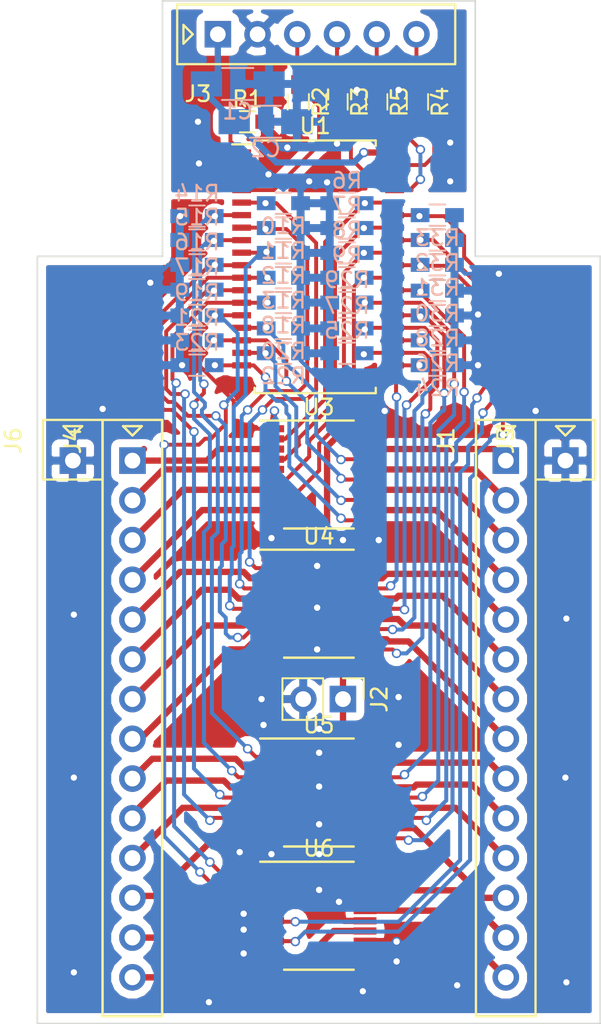
<source format=kicad_pcb>
(kicad_pcb (version 4) (host pcbnew 4.0.6)
  (layers (0 F.Cu signal) (31 B.Cu signal) (34 B.Paste user) (35 F.Paste user) (36 B.SilkS user) (37 F.SilkS user) (38 B.Mask user) (39 F.Mask user) (44 Edge.Cuts user))
  (net 0 "")
  (net 1 +5V)
  (net 2 GND)
  (net 3 "Net-(R1-Pad1)")
  (net 4 +3V3)
  (net 5 "Net-(J3-Pad5)")
  (net 6 sig1)
  (net 7 sig3)
  (net 8 sig5)
  (net 9 sig7)
  (net 10 sig9)
  (net 11 sig11)
  (net 12 sig13)
  (net 13 sig15)
  (net 14 sig17)
  (net 15 sig19)
  (net 16 sig21)
  (net 17 sig23)
  (net 18 sig25)
  (net 19 sig27)
  (net 20 sig_5)
  (net 21 sig_9)
  (net 22 sig_6)
  (net 23 sig_10)
  (net 24 sig_7)
  (net 25 sig_11)
  (net 26 sig_8)
  (net 27 sig_12)
  (net 28 sig_13)
  (net 29 sig_14)
  (net 30 sig_15)
  (net 31 sig_16)
  (net 32 sig_17)
  (net 33 sig_18)
  (net 34 sig_19)
  (net 35 sig_20)
  (net 36 sig_28)
  (net 37 sig_27)
  (net 38 sig_26)
  (net 39 sig_25)
  (net 40 sig_24)
  (net 41 sig_4)
  (net 42 sig_23)
  (net 43 sig_3)
  (net 44 sig_22)
  (net 45 sig_2)
  (net 46 sig_21)
  (net 47 sig_1)
  (net 48 sig18)
  (net 49 sig16)
  (net 50 sig4)
  (net 51 sig2)
  (net 52 sig8)
  (net 53 sig6)
  (net 54 sig22)
  (net 55 sig20)
  (net 56 sig26)
  (net 57 sig24)
  (net 58 sig12)
  (net 59 sig10)
  (net 60 sig28)
  (net 61 sig14)
  (net 62 "Net-(J3-Pad3)")
  (net 63 "Net-(J3-Pad4)")
  (net 64 "Net-(J3-Pad6)")
  (module Resistors_SMD:R_0603_HandSoldering (layer F.Cu) (at 118.6815 107.1245 270)
    (fp_text reference R2 (at 0 -1.45 270) (layer F.SilkS))
    (fp_text value 10k)
    (pad 1 smd rect (at -1.1 0 270) (size 1.2 0.9) (layers F.Cu F.Paste F.Mask) (net 62 "Net-(J3-Pad3)"))
    (pad 2 smd rect (at 1.1 0 270) (size 1.2 0.9) (layers F.Cu F.Paste F.Mask) (net 2 GND))
  )
  (module Resistors_SMD:R_0603_HandSoldering (layer F.Cu) (at 121.158 107.1245 270)
    (fp_text reference R3 (at 0 -1.45 270) (layer F.SilkS))
    (fp_text value 10k)
    (pad 1 smd rect (at -1.1 0 270) (size 1.2 0.9) (layers F.Cu F.Paste F.Mask) (net 63 "Net-(J3-Pad4)"))
    (pad 2 smd rect (at 1.1 0 270) (size 1.2 0.9) (layers F.Cu F.Paste F.Mask) (net 2 GND))
  )
  (module Resistors_SMD:R_0603_HandSoldering (layer F.Cu) (at 123.698 107.1245 270)
    (fp_text reference R5 (at 0 -1.45 270) (layer F.SilkS))
    (fp_text value 10k)
    (pad 1 smd rect (at -1.1 0 270) (size 1.2 0.9) (layers F.Cu F.Paste F.Mask) (net 5 "Net-(J3-Pad5)"))
    (pad 2 smd rect (at 1.1 0 270) (size 1.2 0.9) (layers F.Cu F.Paste F.Mask) (net 2 GND))
  )
  (module Resistors_SMD:R_0603_HandSoldering (layer F.Cu) (at 126.3015 107.1245 270)
    (fp_text reference R4 (at 0 -1.45 270) (layer F.SilkS))
    (fp_text value 10k)
    (pad 1 smd rect (at -1.1 0 270) (size 1.2 0.9) (layers F.Cu F.Paste F.Mask) (net 64 "Net-(J3-Pad6)"))
    (pad 2 smd rect (at 1.1 0 270) (size 1.2 0.9) (layers F.Cu F.Paste F.Mask) (net 2 GND))
  )
  (module .pretty:Multicomp_MC9A_1x14x2.54mm_Straight (layer F.Cu) (at 104.267 130.048 270)
    (fp_text reference J6 (at -1.27 3.81 270) (layer F.SilkS))
    (fp_text value CONN_01X01)
    (pad 1 thru_hole rect (at 0 0 270) (size 1.7 1.7) (drill 1) (layers *.Cu *.Mask) (net 2 GND))
  )
  (module .pretty:Multicomp_MC9A_1x14x2.54mm_Straight (layer F.Cu) (at 135.763 130.048 270)
    (fp_text reference J5 (at -1.27 3.81 270) (layer F.SilkS))
    (fp_text value CONN_01X01)
    (pad 1 thru_hole rect (at 0 0 270) (size 1.7 1.7) (drill 1) (layers *.Cu *.Mask) (net 2 GND))
  )
  (module .pretty:Multicomp_MC9A_2x06x2.54mm_Straight (layer F.Cu) (at 113.538 102.8065)
    (fp_text reference J3 (at -1.27 3.81) (layer F.SilkS))
    (fp_text value CONN_01X06)
    (pad 1 thru_hole rect (at 0 0) (size 1.7 1.7) (drill 1) (layers *.Cu *.Mask) (net 4 +3V3))
    (pad 2 thru_hole circle (at 2.54 0) (size 1.7 1.7) (drill 1) (layers *.Cu *.Mask) (net 2 GND))
    (pad 3 thru_hole circle (at 5.08 0) (size 1.7 1.7) (drill 1) (layers *.Cu *.Mask) (net 62 "Net-(J3-Pad3)"))
    (pad 4 thru_hole circle (at 7.62 0) (size 1.7 1.7) (drill 1) (layers *.Cu *.Mask) (net 63 "Net-(J3-Pad4)"))
    (pad 5 thru_hole circle (at 10.16 0) (size 1.7 1.7) (drill 1) (layers *.Cu *.Mask) (net 5 "Net-(J3-Pad5)"))
    (pad 6 thru_hole circle (at 12.7 0) (size 1.7 1.7) (drill 1) (layers *.Cu *.Mask) (net 64 "Net-(J3-Pad6)"))
  )
  (module .pretty:SSOP-63_7.5x15.9mm_Pitch0.635mm (layer F.Cu) (at 119.761 117.6655)
    (fp_text reference U1 (at 0 -9) (layer F.SilkS))
    (fp_text value MAX7301)
    (pad 1 smd rect (at -4.7 -7.3025) (size 1.2 0.4) (layers F.Cu F.Paste F.Mask) (net 3 "Net-(R1-Pad1)"))
    (pad 2 smd rect (at -4.7 -6.5025) (size 1.2 0.4) (layers F.Cu F.Paste F.Mask) (net 2 GND))
    (pad 3 smd rect (at -4.7 -5.7025) (size 1.2 0.4) (layers F.Cu F.Paste F.Mask) (net 2 GND))
    (pad 4 smd rect (at -4.7 -4.9025) (size 1.2 0.4) (layers F.Cu F.Paste F.Mask) (net 62 "Net-(J3-Pad3)"))
    (pad 5 smd rect (at -4.7 -4.1025) (size 1.2 0.4) (layers F.Cu F.Paste F.Mask) (net 20 sig_5))
    (pad 6 smd rect (at -4.7 -3.3025) (size 1.2 0.4) (layers F.Cu F.Paste F.Mask) (net 21 sig_9))
    (pad 7 smd rect (at -4.7 -2.5025) (size 1.2 0.4) (layers F.Cu F.Paste F.Mask) (net 22 sig_6))
    (pad 8 smd rect (at -4.7 -1.7025) (size 1.2 0.4) (layers F.Cu F.Paste F.Mask) (net 23 sig_10))
    (pad 9 smd rect (at -4.7 -0.9025) (size 1.2 0.4) (layers F.Cu F.Paste F.Mask) (net 24 sig_7))
    (pad 10 smd rect (at -4.7 -0.1025) (size 1.2 0.4) (layers F.Cu F.Paste F.Mask) (net 25 sig_11))
    (pad 11 smd rect (at -4.7 0.6975) (size 1.2 0.4) (layers F.Cu F.Paste F.Mask) (net 26 sig_8))
    (pad 12 smd rect (at -4.7 1.4975) (size 1.2 0.4) (layers F.Cu F.Paste F.Mask) (net 27 sig_12))
    (pad 13 smd rect (at -4.7 2.2975) (size 1.2 0.4) (layers F.Cu F.Paste F.Mask) (net 28 sig_13))
    (pad 14 smd rect (at -4.7 3.0975) (size 1.2 0.4) (layers F.Cu F.Paste F.Mask) (net 29 sig_14))
    (pad 15 smd rect (at -4.7 3.8975) (size 1.2 0.4) (layers F.Cu F.Paste F.Mask) (net 30 sig_15))
    (pad 16 smd rect (at -4.7 4.6975) (size 1.2 0.4) (layers F.Cu F.Paste F.Mask) (net 31 sig_16))
    (pad 17 smd rect (at -4.7 5.4975) (size 1.2 0.4) (layers F.Cu F.Paste F.Mask) (net 32 sig_17))
    (pad 18 smd rect (at -4.7 6.2975) (size 1.2 0.4) (layers F.Cu F.Paste F.Mask) (net 33 sig_18))
    (pad 19 smd rect (at 5.08 6.2975) (size 1.2 0.4) (layers F.Cu F.Paste F.Mask) (net 34 sig_19))
    (pad 20 smd rect (at 5.08 5.4975) (size 1.2 0.4) (layers F.Cu F.Paste F.Mask) (net 35 sig_20))
    (pad 21 smd rect (at 5.08 4.6975) (size 1.2 0.4) (layers F.Cu F.Paste F.Mask) (net 46 sig_21))
    (pad 22 smd rect (at 5.08 3.8975) (size 1.2 0.4) (layers F.Cu F.Paste F.Mask) (net 44 sig_22))
    (pad 23 smd rect (at 5.08 3.0975) (size 1.2 0.4) (layers F.Cu F.Paste F.Mask) (net 42 sig_23))
    (pad 24 smd rect (at 5.08 2.2975) (size 1.2 0.4) (layers F.Cu F.Paste F.Mask) (net 40 sig_24))
    (pad 25 smd rect (at 5.08 1.4975) (size 1.2 0.4) (layers F.Cu F.Paste F.Mask) (net 39 sig_25))
    (pad 26 smd rect (at 5.08 0.6975) (size 1.2 0.4) (layers F.Cu F.Paste F.Mask) (net 41 sig_4))
    (pad 27 smd rect (at 5.08 -0.1025) (size 1.2 0.4) (layers F.Cu F.Paste F.Mask) (net 38 sig_26))
    (pad 28 smd rect (at 5.08 -0.9025) (size 1.2 0.4) (layers F.Cu F.Paste F.Mask) (net 43 sig_3))
    (pad 29 smd rect (at 5.08 -1.7025) (size 1.2 0.4) (layers F.Cu F.Paste F.Mask) (net 37 sig_27))
    (pad 30 smd rect (at 5.08 -2.5025) (size 1.2 0.4) (layers F.Cu F.Paste F.Mask) (net 45 sig_2))
    (pad 31 smd rect (at 5.08 -3.3025) (size 1.2 0.4) (layers F.Cu F.Paste F.Mask) (net 36 sig_28))
    (pad 32 smd rect (at 5.08 -4.1025) (size 1.2 0.4) (layers F.Cu F.Paste F.Mask) (net 47 sig_1))
    (pad 33 smd rect (at 5.08 -4.9025) (size 1.2 0.4) (layers F.Cu F.Paste F.Mask) (net 5 "Net-(J3-Pad5)"))
    (pad 34 smd rect (at 5.08 -5.7025) (size 1.2 0.4) (layers F.Cu F.Paste F.Mask) (net 63 "Net-(J3-Pad4)"))
    (pad 35 smd rect (at 5.08 -6.5025) (size 1.2 0.4) (layers F.Cu F.Paste F.Mask) (net 64 "Net-(J3-Pad6)"))
    (pad 36 smd rect (at 5.08 -7.3025) (size 1.2 0.4) (layers F.Cu F.Paste F.Mask) (net 4 +3V3))
  )
  (module Resistors_SMD:R_0603_HandSoldering (layer F.Cu) (at 115.443 108.3945)
    (fp_text reference R1 (at 0 -1.45) (layer F.SilkS))
    (fp_text value 39k)
    (pad 1 smd rect (at -1.1 0) (size 1.2 0.9) (layers F.Cu F.Paste F.Mask) (net 3 "Net-(R1-Pad1)"))
    (pad 2 smd rect (at 1.1 0) (size 1.2 0.9) (layers F.Cu F.Paste F.Mask) (net 2 GND))
  )
  (module Capacitors_SMD:C_1206_HandSoldering (layer B.Cu) (at 116.586 108.3945)
    (fp_text reference C2 (at 0 1.75) (layer B.SilkS) (effects (justify mirror)))
    (fp_text value 47n)
    (pad 1 smd rect (at -2 0) (size 2 1.6) (layers B.Cu B.Paste B.Mask) (net 4 +3V3))
    (pad 2 smd rect (at 2 0) (size 2 1.6) (layers B.Cu B.Paste B.Mask) (net 2 GND))
  )
  (module Capacitors_SMD:C_1206_HandSoldering (layer B.Cu) (at 114.808 105.9815)
    (fp_text reference C1 (at 0 1.75) (layer B.SilkS) (effects (justify mirror)))
    (fp_text value 1u)
    (pad 1 smd rect (at -2 0) (size 2 1.6) (layers B.Cu B.Paste B.Mask) (net 4 +3V3))
    (pad 2 smd rect (at 2 0) (size 2 1.6) (layers B.Cu B.Paste B.Mask) (net 2 GND))
  )
  (module Housings_SSOP:TSSOP-20_4.4x6.5mm_Pitch0.65mm (layer F.Cu) (at 120 151.257)
    (fp_text reference U5 (at 0 -4.3) (layer F.SilkS))
    (fp_text value MC74VHCT244A)
    (pad 1 smd rect (at -2.95 -2.925) (size 1.45 0.45) (layers F.Cu F.Paste F.Mask) (net 2 GND))
    (pad 2 smd rect (at -2.95 -2.275) (size 1.45 0.45) (layers F.Cu F.Paste F.Mask) (net 21 sig_9))
    (pad 3 smd rect (at -2.95 -1.625) (size 1.45 0.45) (layers F.Cu F.Paste F.Mask) (net 17 sig23))
    (pad 4 smd rect (at -2.95 -0.975) (size 1.45 0.45) (layers F.Cu F.Paste F.Mask) (net 23 sig_10))
    (pad 5 smd rect (at -2.95 -0.325) (size 1.45 0.45) (layers F.Cu F.Paste F.Mask) (net 57 sig24))
    (pad 6 smd rect (at -2.95 0.325) (size 1.45 0.45) (layers F.Cu F.Paste F.Mask) (net 25 sig_11))
    (pad 7 smd rect (at -2.95 0.975) (size 1.45 0.45) (layers F.Cu F.Paste F.Mask) (net 18 sig25))
    (pad 8 smd rect (at -2.95 1.625) (size 1.45 0.45) (layers F.Cu F.Paste F.Mask) (net 27 sig_12))
    (pad 9 smd rect (at -2.95 2.275) (size 1.45 0.45) (layers F.Cu F.Paste F.Mask) (net 56 sig26))
    (pad 10 smd rect (at -2.95 2.925) (size 1.45 0.45) (layers F.Cu F.Paste F.Mask) (net 2 GND))
    (pad 11 smd rect (at 2.95 2.925) (size 1.45 0.45) (layers F.Cu F.Paste F.Mask) (net 38 sig_26))
    (pad 12 smd rect (at 2.95 2.275) (size 1.45 0.45) (layers F.Cu F.Paste F.Mask) (net 58 sig12))
    (pad 13 smd rect (at 2.95 1.625) (size 1.45 0.45) (layers F.Cu F.Paste F.Mask) (net 39 sig_25))
    (pad 14 smd rect (at 2.95 0.975) (size 1.45 0.45) (layers F.Cu F.Paste F.Mask) (net 11 sig11))
    (pad 15 smd rect (at 2.95 0.325) (size 1.45 0.45) (layers F.Cu F.Paste F.Mask) (net 40 sig_24))
    (pad 16 smd rect (at 2.95 -0.325) (size 1.45 0.45) (layers F.Cu F.Paste F.Mask) (net 59 sig10))
    (pad 17 smd rect (at 2.95 -0.975) (size 1.45 0.45) (layers F.Cu F.Paste F.Mask) (net 42 sig_23))
    (pad 18 smd rect (at 2.95 -1.625) (size 1.45 0.45) (layers F.Cu F.Paste F.Mask) (net 10 sig9))
    (pad 19 smd rect (at 2.95 -2.275) (size 1.45 0.45) (layers F.Cu F.Paste F.Mask) (net 2 GND))
    (pad 20 smd rect (at 2.95 -2.925) (size 1.45 0.45) (layers F.Cu F.Paste F.Mask) (net 1 +5V))
  )
  (module Housings_SSOP:TSSOP-20_4.4x6.5mm_Pitch0.65mm (layer F.Cu) (at 120 139.192)
    (fp_text reference U4 (at 0 -4.3) (layer F.SilkS))
    (fp_text value MC74VHCT244A)
    (pad 1 smd rect (at -2.95 -2.925) (size 1.45 0.45) (layers F.Cu F.Paste F.Mask) (net 2 GND))
    (pad 2 smd rect (at -2.95 -2.275) (size 1.45 0.45) (layers F.Cu F.Paste F.Mask) (net 20 sig_5))
    (pad 3 smd rect (at -2.95 -1.625) (size 1.45 0.45) (layers F.Cu F.Paste F.Mask) (net 15 sig19))
    (pad 4 smd rect (at -2.95 -0.975) (size 1.45 0.45) (layers F.Cu F.Paste F.Mask) (net 22 sig_6))
    (pad 5 smd rect (at -2.95 -0.325) (size 1.45 0.45) (layers F.Cu F.Paste F.Mask) (net 55 sig20))
    (pad 6 smd rect (at -2.95 0.325) (size 1.45 0.45) (layers F.Cu F.Paste F.Mask) (net 24 sig_7))
    (pad 7 smd rect (at -2.95 0.975) (size 1.45 0.45) (layers F.Cu F.Paste F.Mask) (net 16 sig21))
    (pad 8 smd rect (at -2.95 1.625) (size 1.45 0.45) (layers F.Cu F.Paste F.Mask) (net 26 sig_8))
    (pad 9 smd rect (at -2.95 2.275) (size 1.45 0.45) (layers F.Cu F.Paste F.Mask) (net 54 sig22))
    (pad 10 smd rect (at -2.95 2.925) (size 1.45 0.45) (layers F.Cu F.Paste F.Mask) (net 2 GND))
    (pad 11 smd rect (at 2.95 2.925) (size 1.45 0.45) (layers F.Cu F.Paste F.Mask) (net 44 sig_22))
    (pad 12 smd rect (at 2.95 2.275) (size 1.45 0.45) (layers F.Cu F.Paste F.Mask) (net 52 sig8))
    (pad 13 smd rect (at 2.95 1.625) (size 1.45 0.45) (layers F.Cu F.Paste F.Mask) (net 46 sig_21))
    (pad 14 smd rect (at 2.95 0.975) (size 1.45 0.45) (layers F.Cu F.Paste F.Mask) (net 9 sig7))
    (pad 15 smd rect (at 2.95 0.325) (size 1.45 0.45) (layers F.Cu F.Paste F.Mask) (net 35 sig_20))
    (pad 16 smd rect (at 2.95 -0.325) (size 1.45 0.45) (layers F.Cu F.Paste F.Mask) (net 53 sig6))
    (pad 17 smd rect (at 2.95 -0.975) (size 1.45 0.45) (layers F.Cu F.Paste F.Mask) (net 34 sig_19))
    (pad 18 smd rect (at 2.95 -1.625) (size 1.45 0.45) (layers F.Cu F.Paste F.Mask) (net 8 sig5))
    (pad 19 smd rect (at 2.95 -2.275) (size 1.45 0.45) (layers F.Cu F.Paste F.Mask) (net 2 GND))
    (pad 20 smd rect (at 2.95 -2.925) (size 1.45 0.45) (layers F.Cu F.Paste F.Mask) (net 1 +5V))
  )
  (module Housings_SSOP:TSSOP-20_4.4x6.5mm_Pitch0.65mm (layer F.Cu) (at 120 130.937)
    (fp_text reference U3 (at 0 -4.3) (layer F.SilkS))
    (fp_text value MC74VHCT244A)
    (pad 1 smd rect (at -2.95 -2.925) (size 1.45 0.45) (layers F.Cu F.Paste F.Mask) (net 2 GND))
    (pad 2 smd rect (at -2.95 -2.275) (size 1.45 0.45) (layers F.Cu F.Paste F.Mask) (net 47 sig_1))
    (pad 3 smd rect (at -2.95 -1.625) (size 1.45 0.45) (layers F.Cu F.Paste F.Mask) (net 13 sig15))
    (pad 4 smd rect (at -2.95 -0.975) (size 1.45 0.45) (layers F.Cu F.Paste F.Mask) (net 45 sig_2))
    (pad 5 smd rect (at -2.95 -0.325) (size 1.45 0.45) (layers F.Cu F.Paste F.Mask) (net 49 sig16))
    (pad 6 smd rect (at -2.95 0.325) (size 1.45 0.45) (layers F.Cu F.Paste F.Mask) (net 43 sig_3))
    (pad 7 smd rect (at -2.95 0.975) (size 1.45 0.45) (layers F.Cu F.Paste F.Mask) (net 14 sig17))
    (pad 8 smd rect (at -2.95 1.625) (size 1.45 0.45) (layers F.Cu F.Paste F.Mask) (net 41 sig_4))
    (pad 9 smd rect (at -2.95 2.275) (size 1.45 0.45) (layers F.Cu F.Paste F.Mask) (net 48 sig18))
    (pad 10 smd rect (at -2.95 2.925) (size 1.45 0.45) (layers F.Cu F.Paste F.Mask) (net 2 GND))
    (pad 11 smd rect (at 2.95 2.925) (size 1.45 0.45) (layers F.Cu F.Paste F.Mask) (net 33 sig_18))
    (pad 12 smd rect (at 2.95 2.275) (size 1.45 0.45) (layers F.Cu F.Paste F.Mask) (net 50 sig4))
    (pad 13 smd rect (at 2.95 1.625) (size 1.45 0.45) (layers F.Cu F.Paste F.Mask) (net 32 sig_17))
    (pad 14 smd rect (at 2.95 0.975) (size 1.45 0.45) (layers F.Cu F.Paste F.Mask) (net 7 sig3))
    (pad 15 smd rect (at 2.95 0.325) (size 1.45 0.45) (layers F.Cu F.Paste F.Mask) (net 31 sig_16))
    (pad 16 smd rect (at 2.95 -0.325) (size 1.45 0.45) (layers F.Cu F.Paste F.Mask) (net 51 sig2))
    (pad 17 smd rect (at 2.95 -0.975) (size 1.45 0.45) (layers F.Cu F.Paste F.Mask) (net 30 sig_15))
    (pad 18 smd rect (at 2.95 -1.625) (size 1.45 0.45) (layers F.Cu F.Paste F.Mask) (net 6 sig1))
    (pad 19 smd rect (at 2.95 -2.275) (size 1.45 0.45) (layers F.Cu F.Paste F.Mask) (net 2 GND))
    (pad 20 smd rect (at 2.95 -2.925) (size 1.45 0.45) (layers F.Cu F.Paste F.Mask) (net 1 +5V))
  )
  (module Pin_Headers:Pin_Header_Straight_1x02_Pitch2.54mm (layer F.Cu) (at 121.539 145.288 270)
    (fp_text reference J2 (at 0 -2.33 270) (layer F.SilkS))
    (fp_text value CONN_01X02_MALE)
    (pad 1 thru_hole rect (at 0 0 270) (size 1.7 1.7) (drill 1) (layers *.Cu *.Mask) (net 1 +5V))
    (pad 2 thru_hole oval (at 0 2.54 270) (size 1.7 1.7) (drill 1) (layers *.Cu *.Mask) (net 2 GND))
  )
  (module Housings_SSOP:TSSOP-20_4.4x6.5mm_Pitch0.65mm (layer F.Cu) (at 120 159.131)
    (fp_text reference U6 (at 0 -4.3) (layer F.SilkS))
    (fp_text value MC74VHCT244A)
    (pad 1 smd rect (at -2.95 -2.925) (size 1.45 0.45) (layers F.Cu F.Paste F.Mask) (net 2 GND))
    (pad 2 smd rect (at -2.95 -2.275) (size 1.45 0.45) (layers F.Cu F.Paste F.Mask) (net 28 sig_13))
    (pad 3 smd rect (at -2.95 -1.625) (size 1.45 0.45) (layers F.Cu F.Paste F.Mask) (net 2 GND))
    (pad 4 smd rect (at -2.95 -0.975) (size 1.45 0.45) (layers F.Cu F.Paste F.Mask) (net 29 sig_14))
    (pad 5 smd rect (at -2.95 -0.325) (size 1.45 0.45) (layers F.Cu F.Paste F.Mask) (net 2 GND))
    (pad 6 smd rect (at -2.95 0.325) (size 1.45 0.45) (layers F.Cu F.Paste F.Mask) (net 37 sig_27))
    (pad 7 smd rect (at -2.95 0.975) (size 1.45 0.45) (layers F.Cu F.Paste F.Mask) (net 2 GND))
    (pad 8 smd rect (at -2.95 1.625) (size 1.45 0.45) (layers F.Cu F.Paste F.Mask) (net 36 sig_28))
    (pad 9 smd rect (at -2.95 2.275) (size 1.45 0.45) (layers F.Cu F.Paste F.Mask) (net 2 GND))
    (pad 10 smd rect (at -2.95 2.925) (size 1.45 0.45) (layers F.Cu F.Paste F.Mask) (net 2 GND))
    (pad 11 smd rect (at 2.95 2.925) (size 1.45 0.45) (layers F.Cu F.Paste F.Mask) (net 2 GND))
    (pad 12 smd rect (at 2.95 2.275) (size 1.45 0.45) (layers F.Cu F.Paste F.Mask) (net 60 sig28))
    (pad 13 smd rect (at 2.95 1.625) (size 1.45 0.45) (layers F.Cu F.Paste F.Mask) (net 2 GND))
    (pad 14 smd rect (at 2.95 0.975) (size 1.45 0.45) (layers F.Cu F.Paste F.Mask) (net 19 sig27))
    (pad 15 smd rect (at 2.95 0.325) (size 1.45 0.45) (layers F.Cu F.Paste F.Mask) (net 2 GND))
    (pad 16 smd rect (at 2.95 -0.325) (size 1.45 0.45) (layers F.Cu F.Paste F.Mask) (net 61 sig14))
    (pad 17 smd rect (at 2.95 -0.975) (size 1.45 0.45) (layers F.Cu F.Paste F.Mask) (net 2 GND))
    (pad 18 smd rect (at 2.95 -1.625) (size 1.45 0.45) (layers F.Cu F.Paste F.Mask) (net 12 sig13))
    (pad 19 smd rect (at 2.95 -2.275) (size 1.45 0.45) (layers F.Cu F.Paste F.Mask) (net 1 +5V))
    (pad 20 smd rect (at 2.95 -2.925) (size 1.45 0.45) (layers F.Cu F.Paste F.Mask) (net 1 +5V))
  )
  (module .pretty:Multicomp_MC9A_1x14x2.54mm_Straight (layer F.Cu) (at 108.077 130.048 270)
    (fp_text reference J4 (at -1.27 3.81 270) (layer F.SilkS))
    (fp_text value CONN_01X14)
    (pad 14 thru_hole circle (at 33.02 0 270) (size 1.7 1.7) (drill 1) (layers *.Cu *.Mask) (net 60 sig28))
    (pad 1 thru_hole rect (at 0 0 270) (size 1.7 1.7) (drill 1) (layers *.Cu *.Mask) (net 13 sig15))
    (pad 2 thru_hole circle (at 2.54 0 270) (size 1.7 1.7) (drill 1) (layers *.Cu *.Mask) (net 49 sig16))
    (pad 3 thru_hole circle (at 5.08 0 270) (size 1.7 1.7) (drill 1) (layers *.Cu *.Mask) (net 14 sig17))
    (pad 4 thru_hole circle (at 7.62 0 270) (size 1.7 1.7) (drill 1) (layers *.Cu *.Mask) (net 48 sig18))
    (pad 5 thru_hole circle (at 10.16 0 270) (size 1.7 1.7) (drill 1) (layers *.Cu *.Mask) (net 15 sig19))
    (pad 6 thru_hole circle (at 12.7 0 270) (size 1.7 1.7) (drill 1) (layers *.Cu *.Mask) (net 55 sig20))
    (pad 7 thru_hole circle (at 15.24 0 270) (size 1.7 1.7) (drill 1) (layers *.Cu *.Mask) (net 16 sig21))
    (pad 8 thru_hole circle (at 17.78 0 270) (size 1.7 1.7) (drill 1) (layers *.Cu *.Mask) (net 54 sig22))
    (pad 9 thru_hole circle (at 20.32 0 270) (size 1.7 1.7) (drill 1) (layers *.Cu *.Mask) (net 17 sig23))
    (pad 10 thru_hole circle (at 22.86 0 270) (size 1.7 1.7) (drill 1) (layers *.Cu *.Mask) (net 57 sig24))
    (pad 11 thru_hole circle (at 25.4 0 270) (size 1.7 1.7) (drill 1) (layers *.Cu *.Mask) (net 18 sig25))
    (pad 12 thru_hole circle (at 27.94 0 270) (size 1.7 1.7) (drill 1) (layers *.Cu *.Mask) (net 56 sig26))
    (pad 13 thru_hole circle (at 30.48 0 270) (size 1.7 1.7) (drill 1) (layers *.Cu *.Mask) (net 19 sig27))
  )
  (module .pretty:Multicomp_MC9A_1x14x2.54mm_Straight (layer F.Cu) (at 131.953 130.048 270)
    (fp_text reference J1 (at -1.27 3.81 270) (layer F.SilkS))
    (fp_text value CONN_01X14)
    (pad 14 thru_hole circle (at 33.02 0 270) (size 1.7 1.7) (drill 1) (layers *.Cu *.Mask) (net 61 sig14))
    (pad 1 thru_hole rect (at 0 0 270) (size 1.7 1.7) (drill 1) (layers *.Cu *.Mask) (net 6 sig1))
    (pad 2 thru_hole circle (at 2.54 0 270) (size 1.7 1.7) (drill 1) (layers *.Cu *.Mask) (net 51 sig2))
    (pad 3 thru_hole circle (at 5.08 0 270) (size 1.7 1.7) (drill 1) (layers *.Cu *.Mask) (net 7 sig3))
    (pad 4 thru_hole circle (at 7.62 0 270) (size 1.7 1.7) (drill 1) (layers *.Cu *.Mask) (net 50 sig4))
    (pad 5 thru_hole circle (at 10.16 0 270) (size 1.7 1.7) (drill 1) (layers *.Cu *.Mask) (net 8 sig5))
    (pad 6 thru_hole circle (at 12.7 0 270) (size 1.7 1.7) (drill 1) (layers *.Cu *.Mask) (net 53 sig6))
    (pad 7 thru_hole circle (at 15.24 0 270) (size 1.7 1.7) (drill 1) (layers *.Cu *.Mask) (net 9 sig7))
    (pad 8 thru_hole circle (at 17.78 0 270) (size 1.7 1.7) (drill 1) (layers *.Cu *.Mask) (net 52 sig8))
    (pad 9 thru_hole circle (at 20.32 0 270) (size 1.7 1.7) (drill 1) (layers *.Cu *.Mask) (net 10 sig9))
    (pad 10 thru_hole circle (at 22.86 0 270) (size 1.7 1.7) (drill 1) (layers *.Cu *.Mask) (net 59 sig10))
    (pad 11 thru_hole circle (at 25.4 0 270) (size 1.7 1.7) (drill 1) (layers *.Cu *.Mask) (net 11 sig11))
    (pad 12 thru_hole circle (at 27.94 0 270) (size 1.7 1.7) (drill 1) (layers *.Cu *.Mask) (net 58 sig12))
    (pad 13 thru_hole circle (at 30.48 0 270) (size 1.7 1.7) (drill 1) (layers *.Cu *.Mask) (net 12 sig13))
  )
  (module .pretty:Multicomp_MC9A_1x14x2.54mm_Straight (layer F.Cu) (at 131.953 130.048 270)
    (fp_text reference J1 (at -1.27 3.81 270) (layer F.SilkS))
    (fp_text value CONN_01X14)
    (pad 14 thru_hole circle (at 33.02 0 270) (size 1.7 1.7) (drill 1) (layers *.Cu *.Mask) (net 61 sig14))
    (pad 1 thru_hole rect (at 0 0 270) (size 1.7 1.7) (drill 1) (layers *.Cu *.Mask) (net 6 sig1))
    (pad 2 thru_hole circle (at 2.54 0 270) (size 1.7 1.7) (drill 1) (layers *.Cu *.Mask) (net 51 sig2))
    (pad 3 thru_hole circle (at 5.08 0 270) (size 1.7 1.7) (drill 1) (layers *.Cu *.Mask) (net 7 sig3))
    (pad 4 thru_hole circle (at 7.62 0 270) (size 1.7 1.7) (drill 1) (layers *.Cu *.Mask) (net 50 sig4))
    (pad 5 thru_hole circle (at 10.16 0 270) (size 1.7 1.7) (drill 1) (layers *.Cu *.Mask) (net 8 sig5))
    (pad 6 thru_hole circle (at 12.7 0 270) (size 1.7 1.7) (drill 1) (layers *.Cu *.Mask) (net 53 sig6))
    (pad 7 thru_hole circle (at 15.24 0 270) (size 1.7 1.7) (drill 1) (layers *.Cu *.Mask) (net 9 sig7))
    (pad 8 thru_hole circle (at 17.78 0 270) (size 1.7 1.7) (drill 1) (layers *.Cu *.Mask) (net 52 sig8))
    (pad 9 thru_hole circle (at 20.32 0 270) (size 1.7 1.7) (drill 1) (layers *.Cu *.Mask) (net 10 sig9))
    (pad 10 thru_hole circle (at 22.86 0 270) (size 1.7 1.7) (drill 1) (layers *.Cu *.Mask) (net 59 sig10))
    (pad 11 thru_hole circle (at 25.4 0 270) (size 1.7 1.7) (drill 1) (layers *.Cu *.Mask) (net 11 sig11))
    (pad 12 thru_hole circle (at 27.94 0 270) (size 1.7 1.7) (drill 1) (layers *.Cu *.Mask) (net 58 sig12))
    (pad 13 thru_hole circle (at 30.48 0 270) (size 1.7 1.7) (drill 1) (layers *.Cu *.Mask) (net 12 sig13))
  )
  (module .pretty:Multicomp_MC9A_1x14x2.54mm_Straight (layer F.Cu) (at 108.077 130.048 270)
    (fp_text reference J4 (at -1.27 3.81 270) (layer F.SilkS))
    (fp_text value CONN_01X14)
    (pad 14 thru_hole circle (at 33.02 0 270) (size 1.7 1.7) (drill 1) (layers *.Cu *.Mask) (net 60 sig28))
    (pad 1 thru_hole rect (at 0 0 270) (size 1.7 1.7) (drill 1) (layers *.Cu *.Mask) (net 13 sig15))
    (pad 2 thru_hole circle (at 2.54 0 270) (size 1.7 1.7) (drill 1) (layers *.Cu *.Mask) (net 49 sig16))
    (pad 3 thru_hole circle (at 5.08 0 270) (size 1.7 1.7) (drill 1) (layers *.Cu *.Mask) (net 14 sig17))
    (pad 4 thru_hole circle (at 7.62 0 270) (size 1.7 1.7) (drill 1) (layers *.Cu *.Mask) (net 48 sig18))
    (pad 5 thru_hole circle (at 10.16 0 270) (size 1.7 1.7) (drill 1) (layers *.Cu *.Mask) (net 15 sig19))
    (pad 6 thru_hole circle (at 12.7 0 270) (size 1.7 1.7) (drill 1) (layers *.Cu *.Mask) (net 55 sig20))
    (pad 7 thru_hole circle (at 15.24 0 270) (size 1.7 1.7) (drill 1) (layers *.Cu *.Mask) (net 16 sig21))
    (pad 8 thru_hole circle (at 17.78 0 270) (size 1.7 1.7) (drill 1) (layers *.Cu *.Mask) (net 54 sig22))
    (pad 9 thru_hole circle (at 20.32 0 270) (size 1.7 1.7) (drill 1) (layers *.Cu *.Mask) (net 17 sig23))
    (pad 10 thru_hole circle (at 22.86 0 270) (size 1.7 1.7) (drill 1) (layers *.Cu *.Mask) (net 57 sig24))
    (pad 11 thru_hole circle (at 25.4 0 270) (size 1.7 1.7) (drill 1) (layers *.Cu *.Mask) (net 18 sig25))
    (pad 12 thru_hole circle (at 27.94 0 270) (size 1.7 1.7) (drill 1) (layers *.Cu *.Mask) (net 56 sig26))
    (pad 13 thru_hole circle (at 30.48 0 270) (size 1.7 1.7) (drill 1) (layers *.Cu *.Mask) (net 19 sig27))
  )
  (module Housings_SSOP:TSSOP-20_4.4x6.5mm_Pitch0.65mm (layer F.Cu) (at 120 159.131)
    (fp_text reference U6 (at 0 -4.3) (layer F.SilkS))
    (fp_text value MC74VHCT244A)
    (pad 1 smd rect (at -2.95 -2.925) (size 1.45 0.45) (layers F.Cu F.Paste F.Mask) (net 2 GND))
    (pad 2 smd rect (at -2.95 -2.275) (size 1.45 0.45) (layers F.Cu F.Paste F.Mask) (net 28 sig_13))
    (pad 3 smd rect (at -2.95 -1.625) (size 1.45 0.45) (layers F.Cu F.Paste F.Mask) (net 2 GND))
    (pad 4 smd rect (at -2.95 -0.975) (size 1.45 0.45) (layers F.Cu F.Paste F.Mask) (net 29 sig_14))
    (pad 5 smd rect (at -2.95 -0.325) (size 1.45 0.45) (layers F.Cu F.Paste F.Mask) (net 2 GND))
    (pad 6 smd rect (at -2.95 0.325) (size 1.45 0.45) (layers F.Cu F.Paste F.Mask) (net 37 sig_27))
    (pad 7 smd rect (at -2.95 0.975) (size 1.45 0.45) (layers F.Cu F.Paste F.Mask) (net 2 GND))
    (pad 8 smd rect (at -2.95 1.625) (size 1.45 0.45) (layers F.Cu F.Paste F.Mask) (net 36 sig_28))
    (pad 9 smd rect (at -2.95 2.275) (size 1.45 0.45) (layers F.Cu F.Paste F.Mask) (net 2 GND))
    (pad 10 smd rect (at -2.95 2.925) (size 1.45 0.45) (layers F.Cu F.Paste F.Mask) (net 2 GND))
    (pad 11 smd rect (at 2.95 2.925) (size 1.45 0.45) (layers F.Cu F.Paste F.Mask) (net 2 GND))
    (pad 12 smd rect (at 2.95 2.275) (size 1.45 0.45) (layers F.Cu F.Paste F.Mask) (net 60 sig28))
    (pad 13 smd rect (at 2.95 1.625) (size 1.45 0.45) (layers F.Cu F.Paste F.Mask) (net 2 GND))
    (pad 14 smd rect (at 2.95 0.975) (size 1.45 0.45) (layers F.Cu F.Paste F.Mask) (net 19 sig27))
    (pad 15 smd rect (at 2.95 0.325) (size 1.45 0.45) (layers F.Cu F.Paste F.Mask) (net 2 GND))
    (pad 16 smd rect (at 2.95 -0.325) (size 1.45 0.45) (layers F.Cu F.Paste F.Mask) (net 61 sig14))
    (pad 17 smd rect (at 2.95 -0.975) (size 1.45 0.45) (layers F.Cu F.Paste F.Mask) (net 2 GND))
    (pad 18 smd rect (at 2.95 -1.625) (size 1.45 0.45) (layers F.Cu F.Paste F.Mask) (net 12 sig13))
    (pad 19 smd rect (at 2.95 -2.275) (size 1.45 0.45) (layers F.Cu F.Paste F.Mask) (net 1 +5V))
    (pad 20 smd rect (at 2.95 -2.925) (size 1.45 0.45) (layers F.Cu F.Paste F.Mask) (net 1 +5V))
  )
  (module Pin_Headers:Pin_Header_Straight_1x02_Pitch2.54mm (layer F.Cu) (at 121.539 145.288 270)
    (fp_text reference J2 (at 0 -2.33 270) (layer F.SilkS))
    (fp_text value CONN_01X02_MALE)
    (pad 1 thru_hole rect (at 0 0 270) (size 1.7 1.7) (drill 1) (layers *.Cu *.Mask) (net 1 +5V))
    (pad 2 thru_hole oval (at 0 2.54 270) (size 1.7 1.7) (drill 1) (layers *.Cu *.Mask) (net 2 GND))
  )
  (module Housings_SSOP:TSSOP-20_4.4x6.5mm_Pitch0.65mm (layer F.Cu) (at 120 130.937)
    (fp_text reference U3 (at 0 -4.3) (layer F.SilkS))
    (fp_text value MC74VHCT244A)
    (pad 1 smd rect (at -2.95 -2.925) (size 1.45 0.45) (layers F.Cu F.Paste F.Mask) (net 2 GND))
    (pad 2 smd rect (at -2.95 -2.275) (size 1.45 0.45) (layers F.Cu F.Paste F.Mask) (net 47 sig_1))
    (pad 3 smd rect (at -2.95 -1.625) (size 1.45 0.45) (layers F.Cu F.Paste F.Mask) (net 13 sig15))
    (pad 4 smd rect (at -2.95 -0.975) (size 1.45 0.45) (layers F.Cu F.Paste F.Mask) (net 45 sig_2))
    (pad 5 smd rect (at -2.95 -0.325) (size 1.45 0.45) (layers F.Cu F.Paste F.Mask) (net 49 sig16))
    (pad 6 smd rect (at -2.95 0.325) (size 1.45 0.45) (layers F.Cu F.Paste F.Mask) (net 43 sig_3))
    (pad 7 smd rect (at -2.95 0.975) (size 1.45 0.45) (layers F.Cu F.Paste F.Mask) (net 14 sig17))
    (pad 8 smd rect (at -2.95 1.625) (size 1.45 0.45) (layers F.Cu F.Paste F.Mask) (net 41 sig_4))
    (pad 9 smd rect (at -2.95 2.275) (size 1.45 0.45) (layers F.Cu F.Paste F.Mask) (net 48 sig18))
    (pad 10 smd rect (at -2.95 2.925) (size 1.45 0.45) (layers F.Cu F.Paste F.Mask) (net 2 GND))
    (pad 11 smd rect (at 2.95 2.925) (size 1.45 0.45) (layers F.Cu F.Paste F.Mask) (net 33 sig_18))
    (pad 12 smd rect (at 2.95 2.275) (size 1.45 0.45) (layers F.Cu F.Paste F.Mask) (net 50 sig4))
    (pad 13 smd rect (at 2.95 1.625) (size 1.45 0.45) (layers F.Cu F.Paste F.Mask) (net 32 sig_17))
    (pad 14 smd rect (at 2.95 0.975) (size 1.45 0.45) (layers F.Cu F.Paste F.Mask) (net 7 sig3))
    (pad 15 smd rect (at 2.95 0.325) (size 1.45 0.45) (layers F.Cu F.Paste F.Mask) (net 31 sig_16))
    (pad 16 smd rect (at 2.95 -0.325) (size 1.45 0.45) (layers F.Cu F.Paste F.Mask) (net 51 sig2))
    (pad 17 smd rect (at 2.95 -0.975) (size 1.45 0.45) (layers F.Cu F.Paste F.Mask) (net 30 sig_15))
    (pad 18 smd rect (at 2.95 -1.625) (size 1.45 0.45) (layers F.Cu F.Paste F.Mask) (net 6 sig1))
    (pad 19 smd rect (at 2.95 -2.275) (size 1.45 0.45) (layers F.Cu F.Paste F.Mask) (net 2 GND))
    (pad 20 smd rect (at 2.95 -2.925) (size 1.45 0.45) (layers F.Cu F.Paste F.Mask) (net 1 +5V))
  )
  (module Housings_SSOP:TSSOP-20_4.4x6.5mm_Pitch0.65mm (layer F.Cu) (at 120 139.192)
    (fp_text reference U4 (at 0 -4.3) (layer F.SilkS))
    (fp_text value MC74VHCT244A)
    (pad 1 smd rect (at -2.95 -2.925) (size 1.45 0.45) (layers F.Cu F.Paste F.Mask) (net 2 GND))
    (pad 2 smd rect (at -2.95 -2.275) (size 1.45 0.45) (layers F.Cu F.Paste F.Mask) (net 20 sig_5))
    (pad 3 smd rect (at -2.95 -1.625) (size 1.45 0.45) (layers F.Cu F.Paste F.Mask) (net 15 sig19))
    (pad 4 smd rect (at -2.95 -0.975) (size 1.45 0.45) (layers F.Cu F.Paste F.Mask) (net 22 sig_6))
    (pad 5 smd rect (at -2.95 -0.325) (size 1.45 0.45) (layers F.Cu F.Paste F.Mask) (net 55 sig20))
    (pad 6 smd rect (at -2.95 0.325) (size 1.45 0.45) (layers F.Cu F.Paste F.Mask) (net 24 sig_7))
    (pad 7 smd rect (at -2.95 0.975) (size 1.45 0.45) (layers F.Cu F.Paste F.Mask) (net 16 sig21))
    (pad 8 smd rect (at -2.95 1.625) (size 1.45 0.45) (layers F.Cu F.Paste F.Mask) (net 26 sig_8))
    (pad 9 smd rect (at -2.95 2.275) (size 1.45 0.45) (layers F.Cu F.Paste F.Mask) (net 54 sig22))
    (pad 10 smd rect (at -2.95 2.925) (size 1.45 0.45) (layers F.Cu F.Paste F.Mask) (net 2 GND))
    (pad 11 smd rect (at 2.95 2.925) (size 1.45 0.45) (layers F.Cu F.Paste F.Mask) (net 44 sig_22))
    (pad 12 smd rect (at 2.95 2.275) (size 1.45 0.45) (layers F.Cu F.Paste F.Mask) (net 52 sig8))
    (pad 13 smd rect (at 2.95 1.625) (size 1.45 0.45) (layers F.Cu F.Paste F.Mask) (net 46 sig_21))
    (pad 14 smd rect (at 2.95 0.975) (size 1.45 0.45) (layers F.Cu F.Paste F.Mask) (net 9 sig7))
    (pad 15 smd rect (at 2.95 0.325) (size 1.45 0.45) (layers F.Cu F.Paste F.Mask) (net 35 sig_20))
    (pad 16 smd rect (at 2.95 -0.325) (size 1.45 0.45) (layers F.Cu F.Paste F.Mask) (net 53 sig6))
    (pad 17 smd rect (at 2.95 -0.975) (size 1.45 0.45) (layers F.Cu F.Paste F.Mask) (net 34 sig_19))
    (pad 18 smd rect (at 2.95 -1.625) (size 1.45 0.45) (layers F.Cu F.Paste F.Mask) (net 8 sig5))
    (pad 19 smd rect (at 2.95 -2.275) (size 1.45 0.45) (layers F.Cu F.Paste F.Mask) (net 2 GND))
    (pad 20 smd rect (at 2.95 -2.925) (size 1.45 0.45) (layers F.Cu F.Paste F.Mask) (net 1 +5V))
  )
  (module Housings_SSOP:TSSOP-20_4.4x6.5mm_Pitch0.65mm (layer F.Cu) (at 120 151.257)
    (fp_text reference U5 (at 0 -4.3) (layer F.SilkS))
    (fp_text value MC74VHCT244A)
    (pad 1 smd rect (at -2.95 -2.925) (size 1.45 0.45) (layers F.Cu F.Paste F.Mask) (net 2 GND))
    (pad 2 smd rect (at -2.95 -2.275) (size 1.45 0.45) (layers F.Cu F.Paste F.Mask) (net 21 sig_9))
    (pad 3 smd rect (at -2.95 -1.625) (size 1.45 0.45) (layers F.Cu F.Paste F.Mask) (net 17 sig23))
    (pad 4 smd rect (at -2.95 -0.975) (size 1.45 0.45) (layers F.Cu F.Paste F.Mask) (net 23 sig_10))
    (pad 5 smd rect (at -2.95 -0.325) (size 1.45 0.45) (layers F.Cu F.Paste F.Mask) (net 57 sig24))
    (pad 6 smd rect (at -2.95 0.325) (size 1.45 0.45) (layers F.Cu F.Paste F.Mask) (net 25 sig_11))
    (pad 7 smd rect (at -2.95 0.975) (size 1.45 0.45) (layers F.Cu F.Paste F.Mask) (net 18 sig25))
    (pad 8 smd rect (at -2.95 1.625) (size 1.45 0.45) (layers F.Cu F.Paste F.Mask) (net 27 sig_12))
    (pad 9 smd rect (at -2.95 2.275) (size 1.45 0.45) (layers F.Cu F.Paste F.Mask) (net 56 sig26))
    (pad 10 smd rect (at -2.95 2.925) (size 1.45 0.45) (layers F.Cu F.Paste F.Mask) (net 2 GND))
    (pad 11 smd rect (at 2.95 2.925) (size 1.45 0.45) (layers F.Cu F.Paste F.Mask) (net 38 sig_26))
    (pad 12 smd rect (at 2.95 2.275) (size 1.45 0.45) (layers F.Cu F.Paste F.Mask) (net 58 sig12))
    (pad 13 smd rect (at 2.95 1.625) (size 1.45 0.45) (layers F.Cu F.Paste F.Mask) (net 39 sig_25))
    (pad 14 smd rect (at 2.95 0.975) (size 1.45 0.45) (layers F.Cu F.Paste F.Mask) (net 11 sig11))
    (pad 15 smd rect (at 2.95 0.325) (size 1.45 0.45) (layers F.Cu F.Paste F.Mask) (net 40 sig_24))
    (pad 16 smd rect (at 2.95 -0.325) (size 1.45 0.45) (layers F.Cu F.Paste F.Mask) (net 59 sig10))
    (pad 17 smd rect (at 2.95 -0.975) (size 1.45 0.45) (layers F.Cu F.Paste F.Mask) (net 42 sig_23))
    (pad 18 smd rect (at 2.95 -1.625) (size 1.45 0.45) (layers F.Cu F.Paste F.Mask) (net 10 sig9))
    (pad 19 smd rect (at 2.95 -2.275) (size 1.45 0.45) (layers F.Cu F.Paste F.Mask) (net 2 GND))
    (pad 20 smd rect (at 2.95 -2.925) (size 1.45 0.45) (layers F.Cu F.Paste F.Mask) (net 1 +5V))
  )
  (module Capacitors_SMD:C_1206_HandSoldering (layer B.Cu) (at 114.808 105.9815)
    (fp_text reference C1 (at 0 1.75) (layer B.SilkS) (effects (justify mirror)))
    (fp_text value 1u)
    (pad 1 smd rect (at -2 0) (size 2 1.6) (layers B.Cu B.Paste B.Mask) (net 4 +3V3))
    (pad 2 smd rect (at 2 0) (size 2 1.6) (layers B.Cu B.Paste B.Mask) (net 2 GND))
  )
  (module Resistors_SMD:R_0603_HandSoldering (layer F.Cu) (at 115.443 108.3945)
    (fp_text reference R1 (at 0 -1.45) (layer F.SilkS))
    (fp_text value 39k)
    (pad 1 smd rect (at -1.1 0) (size 1.2 0.9) (layers F.Cu F.Paste F.Mask) (net 3 "Net-(R1-Pad1)"))
    (pad 2 smd rect (at 1.1 0) (size 1.2 0.9) (layers F.Cu F.Paste F.Mask) (net 2 GND))
  )
  (module Resistors_SMD:R_0603_HandSoldering (layer B.Cu) (at 121.793 113.6015 180)
    (fp_text reference R6 (at 0 1.45 180) (layer B.SilkS) (effects (justify mirror)))
    (fp_text value 10k)
    (pad 1 smd rect (at -1.1 0 180) (size 1.2 0.9) (layers B.Cu B.Paste B.Mask) (net 47 sig_1))
    (pad 2 smd rect (at 1.1 0 180) (size 1.2 0.9) (layers B.Cu B.Paste B.Mask) (net 2 GND))
  )
  (module Resistors_SMD:R_0603_HandSoldering (layer B.Cu) (at 121.793 115.189 180)
    (fp_text reference R7 (at 0 1.45 180) (layer B.SilkS) (effects (justify mirror)))
    (fp_text value 10k)
    (pad 1 smd rect (at -1.1 0 180) (size 1.2 0.9) (layers B.Cu B.Paste B.Mask) (net 45 sig_2))
    (pad 2 smd rect (at 1.1 0 180) (size 1.2 0.9) (layers B.Cu B.Paste B.Mask) (net 2 GND))
  )
  (module Resistors_SMD:R_0603_HandSoldering (layer B.Cu) (at 121.793 116.7765 180)
    (fp_text reference R8 (at 0 1.45 180) (layer B.SilkS) (effects (justify mirror)))
    (fp_text value 10k)
    (pad 1 smd rect (at -1.1 0 180) (size 1.2 0.9) (layers B.Cu B.Paste B.Mask) (net 43 sig_3))
    (pad 2 smd rect (at 1.1 0 180) (size 1.2 0.9) (layers B.Cu B.Paste B.Mask) (net 2 GND))
  )
  (module Resistors_SMD:R_0603_HandSoldering (layer B.Cu) (at 121.793 118.364 180)
    (fp_text reference R9 (at 0 1.45 180) (layer B.SilkS) (effects (justify mirror)))
    (fp_text value 10k)
    (pad 1 smd rect (at -1.1 0 180) (size 1.2 0.9) (layers B.Cu B.Paste B.Mask) (net 41 sig_4))
    (pad 2 smd rect (at 1.1 0 180) (size 1.2 0.9) (layers B.Cu B.Paste B.Mask) (net 2 GND))
  )
  (module Resistors_SMD:R_0603_HandSoldering (layer B.Cu) (at 117.729 113.6015)
    (fp_text reference R10 (at 0 1.45) (layer B.SilkS) (effects (justify mirror)))
    (fp_text value 10k)
    (pad 1 smd rect (at -1.1 0) (size 1.2 0.9) (layers B.Cu B.Paste B.Mask) (net 20 sig_5))
    (pad 2 smd rect (at 1.1 0) (size 1.2 0.9) (layers B.Cu B.Paste B.Mask) (net 2 GND))
  )
  (module Resistors_SMD:R_0603_HandSoldering (layer B.Cu) (at 117.729 115.189)
    (fp_text reference R11 (at 0 1.45) (layer B.SilkS) (effects (justify mirror)))
    (fp_text value 10k)
    (pad 1 smd rect (at -1.1 0) (size 1.2 0.9) (layers B.Cu B.Paste B.Mask) (net 22 sig_6))
    (pad 2 smd rect (at 1.1 0) (size 1.2 0.9) (layers B.Cu B.Paste B.Mask) (net 2 GND))
  )
  (module Resistors_SMD:R_0603_HandSoldering (layer B.Cu) (at 117.729 116.7765)
    (fp_text reference R12 (at 0 1.45) (layer B.SilkS) (effects (justify mirror)))
    (fp_text value 10k)
    (pad 1 smd rect (at -1.1 0) (size 1.2 0.9) (layers B.Cu B.Paste B.Mask) (net 24 sig_7))
    (pad 2 smd rect (at 1.1 0) (size 1.2 0.9) (layers B.Cu B.Paste B.Mask) (net 2 GND))
  )
  (module Resistors_SMD:R_0603_HandSoldering (layer B.Cu) (at 117.729 118.364)
    (fp_text reference R13 (at 0 1.45) (layer B.SilkS) (effects (justify mirror)))
    (fp_text value 10k)
    (pad 1 smd rect (at -1.1 0) (size 1.2 0.9) (layers B.Cu B.Paste B.Mask) (net 26 sig_8))
    (pad 2 smd rect (at 1.1 0) (size 1.2 0.9) (layers B.Cu B.Paste B.Mask) (net 2 GND))
  )
  (module Resistors_SMD:R_0603_HandSoldering (layer B.Cu) (at 112.2045 114.427 180)
    (fp_text reference R14 (at 0 1.45 180) (layer B.SilkS) (effects (justify mirror)))
    (fp_text value 10k)
    (pad 1 smd rect (at -1.1 0 180) (size 1.2 0.9) (layers B.Cu B.Paste B.Mask) (net 21 sig_9))
    (pad 2 smd rect (at 1.1 0 180) (size 1.2 0.9) (layers B.Cu B.Paste B.Mask) (net 2 GND))
  )
  (module Resistors_SMD:R_0603_HandSoldering (layer B.Cu) (at 112.2045 115.951 180)
    (fp_text reference R15 (at 0 1.45 180) (layer B.SilkS) (effects (justify mirror)))
    (fp_text value 10k)
    (pad 1 smd rect (at -1.1 0 180) (size 1.2 0.9) (layers B.Cu B.Paste B.Mask) (net 23 sig_10))
    (pad 2 smd rect (at 1.1 0 180) (size 1.2 0.9) (layers B.Cu B.Paste B.Mask) (net 2 GND))
  )
  (module Resistors_SMD:R_0603_HandSoldering (layer B.Cu) (at 112.2045 117.5385 180)
    (fp_text reference R16 (at 0 1.45 180) (layer B.SilkS) (effects (justify mirror)))
    (fp_text value 10k)
    (pad 1 smd rect (at -1.1 0 180) (size 1.2 0.9) (layers B.Cu B.Paste B.Mask) (net 25 sig_11))
    (pad 2 smd rect (at 1.1 0 180) (size 1.2 0.9) (layers B.Cu B.Paste B.Mask) (net 2 GND))
  )
  (module Resistors_SMD:R_0603_HandSoldering (layer B.Cu) (at 112.2045 119.126 180)
    (fp_text reference R17 (at 0 1.45 180) (layer B.SilkS) (effects (justify mirror)))
    (fp_text value 10k)
    (pad 1 smd rect (at -1.1 0 180) (size 1.2 0.9) (layers B.Cu B.Paste B.Mask) (net 27 sig_12))
    (pad 2 smd rect (at 1.1 0 180) (size 1.2 0.9) (layers B.Cu B.Paste B.Mask) (net 2 GND))
  )
  (module Resistors_SMD:R_0603_HandSoldering (layer B.Cu) (at 117.729 119.9515)
    (fp_text reference R18 (at 0 1.45) (layer B.SilkS) (effects (justify mirror)))
    (fp_text value 10k)
    (pad 1 smd rect (at -1.1 0) (size 1.2 0.9) (layers B.Cu B.Paste B.Mask) (net 28 sig_13))
    (pad 2 smd rect (at 1.1 0) (size 1.2 0.9) (layers B.Cu B.Paste B.Mask) (net 2 GND))
  )
  (module Resistors_SMD:R_0603_HandSoldering (layer B.Cu) (at 112.2045 120.777 180)
    (fp_text reference R19 (at 0 1.45 180) (layer B.SilkS) (effects (justify mirror)))
    (fp_text value 10k)
    (pad 1 smd rect (at -1.1 0 180) (size 1.2 0.9) (layers B.Cu B.Paste B.Mask) (net 29 sig_14))
    (pad 2 smd rect (at 1.1 0 180) (size 1.2 0.9) (layers B.Cu B.Paste B.Mask) (net 2 GND))
  )
  (module Resistors_SMD:R_0603_HandSoldering (layer B.Cu) (at 117.729 121.6025)
    (fp_text reference R20 (at 0 1.45) (layer B.SilkS) (effects (justify mirror)))
    (fp_text value 10k)
    (pad 1 smd rect (at -1.1 0) (size 1.2 0.9) (layers B.Cu B.Paste B.Mask) (net 30 sig_15))
    (pad 2 smd rect (at 1.1 0) (size 1.2 0.9) (layers B.Cu B.Paste B.Mask) (net 2 GND))
  )
  (module Resistors_SMD:R_0603_HandSoldering (layer B.Cu) (at 112.2045 122.3645 180)
    (fp_text reference R21 (at 0 1.45 180) (layer B.SilkS) (effects (justify mirror)))
    (fp_text value 10k)
    (pad 1 smd rect (at -1.1 0 180) (size 1.2 0.9) (layers B.Cu B.Paste B.Mask) (net 31 sig_16))
    (pad 2 smd rect (at 1.1 0 180) (size 1.2 0.9) (layers B.Cu B.Paste B.Mask) (net 2 GND))
  )
  (module Resistors_SMD:R_0603_HandSoldering (layer B.Cu) (at 117.729 123.19)
    (fp_text reference R22 (at 0 1.45) (layer B.SilkS) (effects (justify mirror)))
    (fp_text value 10k)
    (pad 1 smd rect (at -1.1 0) (size 1.2 0.9) (layers B.Cu B.Paste B.Mask) (net 32 sig_17))
    (pad 2 smd rect (at 1.1 0) (size 1.2 0.9) (layers B.Cu B.Paste B.Mask) (net 2 GND))
  )
  (module Resistors_SMD:R_0603_HandSoldering (layer B.Cu) (at 112.2045 123.952 180)
    (fp_text reference R23 (at 0 1.45 180) (layer B.SilkS) (effects (justify mirror)))
    (fp_text value 10k)
    (pad 1 smd rect (at -1.1 0 180) (size 1.2 0.9) (layers B.Cu B.Paste B.Mask) (net 33 sig_18))
    (pad 2 smd rect (at 1.1 0 180) (size 1.2 0.9) (layers B.Cu B.Paste B.Mask) (net 2 GND))
  )
  (module Resistors_SMD:R_0603_HandSoldering (layer B.Cu) (at 127.5715 123.952)
    (fp_text reference R24 (at 0 1.45) (layer B.SilkS) (effects (justify mirror)))
    (fp_text value 10k)
    (pad 1 smd rect (at -1.1 0) (size 1.2 0.9) (layers B.Cu B.Paste B.Mask) (net 34 sig_19))
    (pad 2 smd rect (at 1.1 0) (size 1.2 0.9) (layers B.Cu B.Paste B.Mask) (net 2 GND))
  )
  (module Resistors_SMD:R_0603_HandSoldering (layer B.Cu) (at 121.793 123.19 180)
    (fp_text reference R25 (at 0 1.45 180) (layer B.SilkS) (effects (justify mirror)))
    (fp_text value 10k)
    (pad 1 smd rect (at -1.1 0 180) (size 1.2 0.9) (layers B.Cu B.Paste B.Mask) (net 35 sig_20))
    (pad 2 smd rect (at 1.1 0 180) (size 1.2 0.9) (layers B.Cu B.Paste B.Mask) (net 2 GND))
  )
  (module Resistors_SMD:R_0603_HandSoldering (layer B.Cu) (at 127.5715 122.3645)
    (fp_text reference R26 (at 0 1.45) (layer B.SilkS) (effects (justify mirror)))
    (fp_text value 10k)
    (pad 1 smd rect (at -1.1 0) (size 1.2 0.9) (layers B.Cu B.Paste B.Mask) (net 46 sig_21))
    (pad 2 smd rect (at 1.1 0) (size 1.2 0.9) (layers B.Cu B.Paste B.Mask) (net 2 GND))
  )
  (module Resistors_SMD:R_0603_HandSoldering (layer B.Cu) (at 121.793 121.6025 180)
    (fp_text reference R27 (at 0 1.45 180) (layer B.SilkS) (effects (justify mirror)))
    (fp_text value 10k)
    (pad 1 smd rect (at -1.1 0 180) (size 1.2 0.9) (layers B.Cu B.Paste B.Mask) (net 44 sig_22))
    (pad 2 smd rect (at 1.1 0 180) (size 1.2 0.9) (layers B.Cu B.Paste B.Mask) (net 2 GND))
  )
  (module Resistors_SMD:R_0603_HandSoldering (layer B.Cu) (at 127.5715 120.777)
    (fp_text reference R28 (at 0 1.45) (layer B.SilkS) (effects (justify mirror)))
    (fp_text value 10k)
    (pad 1 smd rect (at -1.1 0) (size 1.2 0.9) (layers B.Cu B.Paste B.Mask) (net 42 sig_23))
    (pad 2 smd rect (at 1.1 0) (size 1.2 0.9) (layers B.Cu B.Paste B.Mask) (net 2 GND))
  )
  (module Resistors_SMD:R_0603_HandSoldering (layer B.Cu) (at 121.793 119.9515 180)
    (fp_text reference R29 (at 0 1.45 180) (layer B.SilkS) (effects (justify mirror)))
    (fp_text value 10k)
    (pad 1 smd rect (at -1.1 0 180) (size 1.2 0.9) (layers B.Cu B.Paste B.Mask) (net 40 sig_24))
    (pad 2 smd rect (at 1.1 0 180) (size 1.2 0.9) (layers B.Cu B.Paste B.Mask) (net 2 GND))
  )
  (module Resistors_SMD:R_0603_HandSoldering (layer B.Cu) (at 127.5715 119.1895)
    (fp_text reference R30 (at 0 1.45) (layer B.SilkS) (effects (justify mirror)))
    (fp_text value 10k)
    (pad 1 smd rect (at -1.1 0) (size 1.2 0.9) (layers B.Cu B.Paste B.Mask) (net 39 sig_25))
    (pad 2 smd rect (at 1.1 0) (size 1.2 0.9) (layers B.Cu B.Paste B.Mask) (net 2 GND))
  )
  (module Resistors_SMD:R_0603_HandSoldering (layer B.Cu) (at 127.5715 117.5385)
    (fp_text reference R31 (at 0 1.45) (layer B.SilkS) (effects (justify mirror)))
    (fp_text value 10k)
    (pad 1 smd rect (at -1.1 0) (size 1.2 0.9) (layers B.Cu B.Paste B.Mask) (net 38 sig_26))
    (pad 2 smd rect (at 1.1 0) (size 1.2 0.9) (layers B.Cu B.Paste B.Mask) (net 2 GND))
  )
  (module Resistors_SMD:R_0603_HandSoldering (layer B.Cu) (at 127.5715 115.951)
    (fp_text reference R32 (at 0 1.45) (layer B.SilkS) (effects (justify mirror)))
    (fp_text value 10k)
    (pad 1 smd rect (at -1.1 0) (size 1.2 0.9) (layers B.Cu B.Paste B.Mask) (net 37 sig_27))
    (pad 2 smd rect (at 1.1 0) (size 1.2 0.9) (layers B.Cu B.Paste B.Mask) (net 2 GND))
  )
  (module Resistors_SMD:R_0603_HandSoldering (layer B.Cu) (at 127.5715 114.3635)
    (fp_text reference R33 (at 0 1.45) (layer B.SilkS) (effects (justify mirror)))
    (fp_text value 10k)
    (pad 1 smd rect (at -1.1 0) (size 1.2 0.9) (layers B.Cu B.Paste B.Mask) (net 36 sig_28))
    (pad 2 smd rect (at 1.1 0) (size 1.2 0.9) (layers B.Cu B.Paste B.Mask) (net 2 GND))
  )
  (gr_line (start 110 100.6665) (end 130 100.6665) (angle 90) (layer Edge.Cuts) (width 0.1))
  (gr_line (start 110 100.6665) (end 110 117) (angle 90) (layer Edge.Cuts) (width 0.1))
  (gr_line (start 138 117) (end 138 166) (angle 90) (layer Edge.Cuts) (width 0.1))
  (gr_line (start 130 100.6665) (end 130 117) (angle 90) (layer Edge.Cuts) (width 0.1))
  (gr_line (start 102 117) (end 102 166) (angle 90) (layer Edge.Cuts) (width 0.1))
  (gr_line (start 102 117) (end 110 117) (angle 90) (layer Edge.Cuts) (width 0.1))
  (gr_line (start 130.003 117) (end 138 117) (angle 90) (layer Edge.Cuts) (width 0.1))
  (gr_line (start 102 166.022) (end 138 166.022) (angle 90) (layer Edge.Cuts) (width 0.1))
  (gr_line (start 102 166.022) (end 138 166.022) (angle 90) (layer Edge.Cuts) (width 0.1))
  (gr_line (start 130 117) (end 138 117) (angle 90) (layer Edge.Cuts) (width 0.1))
  (gr_line (start 102 117) (end 110 117) (angle 90) (layer Edge.Cuts) (width 0.1))
  (gr_line (start 102 117) (end 102 166) (angle 90) (layer Edge.Cuts) (width 0.1))
  (gr_line (start 138 117) (end 138 166) (angle 90) (layer Edge.Cuts) (width 0.1))
  (segment (start 121.539 145.288) (end 121.539 136.398) (width 0.4) (layer F.Cu) (net 1))
  (segment (start 121.539 136.267) (end 121.539 136.398) (width 0.4) (layer F.Cu) (net 1))
  (segment (start 122.965 136.267) (end 121.539 136.267) (width 0.4) (layer F.Cu) (net 1))
  (segment (start 121.539 156.464) (end 121.931 156.856) (width 0.4) (layer F.Cu) (net 1))
  (segment (start 121.931 156.856) (end 122.965 156.856) (width 0.4) (layer F.Cu) (net 1))
  (segment (start 121.539 148.336) (end 121.539 156.464) (width 0.4) (layer F.Cu) (net 1))
  (segment (start 121.539 145.288) (end 121.539 148.336) (width 0.4) (layer F.Cu) (net 1))
  (segment (start 121.797 156.206) (end 121.539 156.464) (width 0.4) (layer F.Cu) (net 1))
  (segment (start 122.965 156.206) (end 121.797 156.206) (width 0.4) (layer F.Cu) (net 1))
  (segment (start 121.67 128.012) (end 120.523 129.159) (width 0.4) (layer F.Cu) (net 1))
  (segment (start 120.523 129.159) (end 120.523 135.382) (width 0.4) (layer F.Cu) (net 1))
  (segment (start 120.523 135.382) (end 121.539 136.398) (width 0.4) (layer F.Cu) (net 1))
  (segment (start 122.95 128.012) (end 121.67 128.012) (width 0.4) (layer F.Cu) (net 1))
  (segment (start 121.539 148.332) (end 121.543 148.336) (width 0.4) (layer F.Cu) (net 1))
  (segment (start 121.543 148.336) (end 121.666 148.336) (width 0.4) (layer F.Cu) (net 1))
  (segment (start 121.666 148.336) (end 121.539 148.336) (width 0.4) (layer F.Cu) (net 1))
  (segment (start 122.95 148.332) (end 121.539 148.332) (width 0.4) (layer F.Cu) (net 1))
  (segment (start 122.95 148.332) (end 121.539 148.332) (width 0.4) (layer F.Cu) (net 1))
  (segment (start 121.666 148.336) (end 121.539 148.336) (width 0.4) (layer F.Cu) (net 1))
  (segment (start 121.543 148.336) (end 121.666 148.336) (width 0.4) (layer F.Cu) (net 1))
  (segment (start 121.539 148.332) (end 121.543 148.336) (width 0.4) (layer F.Cu) (net 1))
  (segment (start 122.95 128.012) (end 121.67 128.012) (width 0.4) (layer F.Cu) (net 1))
  (segment (start 120.523 135.382) (end 121.539 136.398) (width 0.4) (layer F.Cu) (net 1))
  (segment (start 120.523 129.159) (end 120.523 135.382) (width 0.4) (layer F.Cu) (net 1))
  (segment (start 121.67 128.012) (end 120.523 129.159) (width 0.4) (layer F.Cu) (net 1))
  (segment (start 122.965 156.206) (end 121.797 156.206) (width 0.4) (layer F.Cu) (net 1))
  (segment (start 121.797 156.206) (end 121.539 156.464) (width 0.4) (layer F.Cu) (net 1))
  (segment (start 121.539 145.288) (end 121.539 148.336) (width 0.4) (layer F.Cu) (net 1))
  (segment (start 121.539 148.336) (end 121.539 156.464) (width 0.4) (layer F.Cu) (net 1))
  (segment (start 121.931 156.856) (end 122.965 156.856) (width 0.4) (layer F.Cu) (net 1))
  (segment (start 121.539 156.464) (end 121.931 156.856) (width 0.4) (layer F.Cu) (net 1))
  (segment (start 122.965 136.267) (end 121.539 136.267) (width 0.4) (layer F.Cu) (net 1))
  (segment (start 121.539 136.267) (end 121.539 136.398) (width 0.4) (layer F.Cu) (net 1))
  (segment (start 121.539 145.288) (end 121.539 136.398) (width 0.4) (layer F.Cu) (net 1))
  (via (at 121.158 109.7915) (size 0.6) (drill 0.4) (layers F.Cu B.Cu) (net 2))
  (segment (start 121.158 108.2245) (end 121.158 109.7915) (width 0.4) (layer F.Cu) (net 2))
  (segment (start 121.158 108.2245) (end 121.158 109.7915) (width 0.4) (layer F.Cu) (net 2))
  (via (at 121.158 109.7915) (size 0.6) (drill 0.4) (layers F.Cu B.Cu) (net 2))
  (via (at 122.428 106.3625) (size 0.6) (drill 0.4) (layers F.Cu B.Cu) (net 2))
  (segment (start 123.698 107.6325) (end 122.428 106.3625) (width 0.25) (layer F.Cu) (net 2))
  (segment (start 123.698 108.2245) (end 123.698 107.6325) (width 0.25) (layer F.Cu) (net 2))
  (segment (start 123.698 108.2245) (end 123.698 107.6325) (width 0.25) (layer F.Cu) (net 2))
  (segment (start 123.698 107.6325) (end 122.428 106.3625) (width 0.25) (layer F.Cu) (net 2))
  (via (at 122.428 106.3625) (size 0.6) (drill 0.4) (layers F.Cu B.Cu) (net 2))
  (segment (start 125.095 106.3625) (end 125.095 106.426) (width 0.25) (layer B.Cu) (net 2))
  (via (at 125.095 106.3625) (size 0.6) (drill 0.4) (layers F.Cu B.Cu) (net 2))
  (via (at 128.397 112.2045) (size 0.6) (drill 0.4) (layers F.Cu B.Cu) (net 2))
  (segment (start 128.397 109.728) (end 128.397 112.2045) (width 0.25) (layer F.Cu) (net 2))
  (via (at 128.397 109.728) (size 0.6) (drill 0.4) (layers F.Cu B.Cu) (net 2))
  (segment (start 125.095 106.426) (end 128.397 109.728) (width 0.25) (layer B.Cu) (net 2))
  (segment (start 126.238 107.5055) (end 125.095 106.3625) (width 0.25) (layer F.Cu) (net 2))
  (segment (start 126.238 108.2245) (end 126.238 107.5055) (width 0.25) (layer F.Cu) (net 2))
  (segment (start 126.238 108.2245) (end 126.238 107.5055) (width 0.25) (layer F.Cu) (net 2))
  (via (at 125.095 106.3625) (size 0.6) (drill 0.4) (layers F.Cu B.Cu) (net 2))
  (segment (start 126.238 107.5055) (end 125.095 106.3625) (width 0.25) (layer F.Cu) (net 2))
  (segment (start 120.693 113.6015) (end 120.693 112.438) (width 0.4) (layer B.Cu) (net 2))
  (via (at 120.523 112.268) (size 0.6) (drill 0.4) (layers F.Cu B.Cu) (net 2))
  (segment (start 120.693 112.438) (end 120.523 112.268) (width 0.4) (layer B.Cu) (net 2))
  (segment (start 118.829 113.6015) (end 118.829 112.7555) (width 0.4) (layer B.Cu) (net 2))
  (via (at 119.38 112.2045) (size 0.6) (drill 0.4) (layers F.Cu B.Cu) (net 2))
  (segment (start 118.829 112.7555) (end 119.38 112.2045) (width 0.4) (layer B.Cu) (net 2))
  (segment (start 104.267 130.048) (end 104.267 139.827) (width 0.4) (layer B.Cu) (net 2))
  (via (at 128.8415 163.576) (size 0.6) (drill 0.4) (layers F.Cu B.Cu) (net 2))
  (segment (start 123.19 163.576) (end 128.8415 163.576) (width 0.4) (layer F.Cu) (net 2))
  (segment (start 122.809 163.957) (end 123.19 163.576) (width 0.4) (layer F.Cu) (net 2))
  (via (at 122.809 163.957) (size 0.6) (drill 0.4) (layers F.Cu B.Cu) (net 2))
  (segment (start 121.92 164.846) (end 122.809 163.957) (width 0.4) (layer B.Cu) (net 2))
  (segment (start 113.157 164.846) (end 121.92 164.846) (width 0.4) (layer B.Cu) (net 2))
  (segment (start 112.9665 164.6555) (end 113.157 164.846) (width 0.4) (layer B.Cu) (net 2))
  (via (at 112.9665 164.6555) (size 0.6) (drill 0.4) (layers F.Cu B.Cu) (net 2))
  (segment (start 112.522 165.1) (end 112.9665 164.6555) (width 0.4) (layer F.Cu) (net 2))
  (segment (start 106.68 165.1) (end 112.522 165.1) (width 0.4) (layer F.Cu) (net 2))
  (segment (start 104.3305 162.7505) (end 106.68 165.1) (width 0.4) (layer F.Cu) (net 2))
  (via (at 104.3305 162.7505) (size 0.6) (drill 0.4) (layers F.Cu B.Cu) (net 2))
  (segment (start 104.3305 150.3045) (end 104.3305 162.7505) (width 0.4) (layer B.Cu) (net 2))
  (via (at 104.3305 150.3045) (size 0.6) (drill 0.4) (layers F.Cu B.Cu) (net 2))
  (segment (start 104.3305 139.8905) (end 104.3305 150.3045) (width 0.4) (layer F.Cu) (net 2))
  (via (at 104.3305 139.8905) (size 0.6) (drill 0.4) (layers F.Cu B.Cu) (net 2))
  (segment (start 104.267 139.827) (end 104.3305 139.8905) (width 0.4) (layer B.Cu) (net 2))
  (segment (start 135.763 130.048) (end 135.763 140.081) (width 0.4) (layer F.Cu) (net 2))
  (via (at 135.8265 163.3855) (size 0.6) (drill 0.4) (layers F.Cu B.Cu) (net 2))
  (segment (start 135.8265 150.368) (end 135.8265 163.3855) (width 0.4) (layer F.Cu) (net 2))
  (segment (start 135.763 150.3045) (end 135.8265 150.368) (width 0.4) (layer F.Cu) (net 2))
  (via (at 135.763 150.3045) (size 0.6) (drill 0.4) (layers F.Cu B.Cu) (net 2))
  (segment (start 135.763 140.208) (end 135.763 150.3045) (width 0.4) (layer B.Cu) (net 2))
  (segment (start 135.8265 140.1445) (end 135.763 140.208) (width 0.4) (layer B.Cu) (net 2))
  (via (at 135.8265 140.1445) (size 0.6) (drill 0.4) (layers F.Cu B.Cu) (net 2))
  (segment (start 135.763 140.081) (end 135.8265 140.1445) (width 0.4) (layer F.Cu) (net 2))
  (segment (start 131.699 126.365) (end 131.699 125.476) (width 0.25) (layer B.Cu) (net 2))
  (segment (start 132.207 126.873) (end 131.699 126.365) (width 0.25) (layer B.Cu) (net 2))
  (via (at 133.858 126.873) (size 0.6) (drill 0.4) (layers F.Cu B.Cu) (net 2))
  (segment (start 133.858 126.873) (end 132.207 126.873) (width 0.25) (layer B.Cu) (net 2))
  (via (at 130.175 123.952) (size 0.6) (drill 0.4) (layers F.Cu B.Cu) (net 2))
  (segment (start 131.699 125.476) (end 130.175 123.952) (width 0.25) (layer B.Cu) (net 2))
  (segment (start 128.6715 120.777) (end 130.1115 120.777) (width 0.25) (layer B.Cu) (net 2))
  (via (at 130.175 120.7135) (size 0.6) (drill 0.4) (layers F.Cu B.Cu) (net 2))
  (segment (start 130.1115 120.777) (end 130.175 120.7135) (width 0.25) (layer B.Cu) (net 2))
  (segment (start 128.6715 117.5385) (end 128.778 117.5385) (width 0.25) (layer B.Cu) (net 2))
  (segment (start 128.778 117.5385) (end 129.3495 118.11) (width 0.25) (layer B.Cu) (net 2))
  (segment (start 129.3495 118.11) (end 131.5085 118.11) (width 0.25) (layer B.Cu) (net 2))
  (via (at 131.5085 118.11) (size 0.6) (drill 0.4) (layers F.Cu B.Cu) (net 2))
  (segment (start 118.829 123.19) (end 118.829 123.655) (width 0.25) (layer B.Cu) (net 2))
  (segment (start 118.829 123.655) (end 119.5705 124.3965) (width 0.25) (layer B.Cu) (net 2))
  (segment (start 111.0615 114.3) (end 111.0615 114.3635) (width 0.25) (layer F.Cu) (net 2))
  (segment (start 111.125 114.427) (end 111.1045 114.427) (width 0.25) (layer B.Cu) (net 2))
  (via (at 111.125 114.427) (size 0.6) (drill 0.4) (layers F.Cu B.Cu) (net 2))
  (segment (start 111.0615 114.3635) (end 111.125 114.427) (width 0.25) (layer F.Cu) (net 2))
  (segment (start 111.1045 117.5385) (end 110.363 117.5385) (width 0.25) (layer B.Cu) (net 2))
  (via (at 109.22 118.6815) (size 0.6) (drill 0.4) (layers F.Cu B.Cu) (net 2))
  (segment (start 110.363 117.5385) (end 109.22 118.6815) (width 0.25) (layer B.Cu) (net 2))
  (segment (start 111.633 124.0155) (end 111.3155 124.0155) (width 0.25) (layer F.Cu) (net 2))
  (segment (start 111.252 123.952) (end 111.1045 123.952) (width 0.25) (layer B.Cu) (net 2))
  (via (at 111.252 123.952) (size 0.6) (drill 0.4) (layers F.Cu B.Cu) (net 2))
  (segment (start 111.3155 124.0155) (end 111.252 123.952) (width 0.25) (layer F.Cu) (net 2))
  (segment (start 113.63325 125.31725) (end 113.63325 125.25375) (width 0.25) (layer F.Cu) (net 2))
  (segment (start 112.395 124.0155) (end 111.633 124.0155) (width 0.25) (layer F.Cu) (net 2))
  (segment (start 111.633 124.0155) (end 111.506 124.0155) (width 0.25) (layer F.Cu) (net 2))
  (segment (start 113.63325 125.25375) (end 112.395 124.0155) (width 0.25) (layer F.Cu) (net 2))
  (segment (start 117.05 128.012) (end 115.185 128.012) (width 0.25) (layer F.Cu) (net 2))
  (segment (start 114.554 126.238) (end 113.63325 125.31725) (width 0.25) (layer F.Cu) (net 2))
  (segment (start 113.63325 125.31725) (end 113.6015 125.2855) (width 0.25) (layer F.Cu) (net 2))
  (segment (start 114.554 127.381) (end 114.554 126.238) (width 0.25) (layer F.Cu) (net 2))
  (segment (start 115.185 128.012) (end 114.554 127.381) (width 0.25) (layer F.Cu) (net 2))
  (segment (start 115.061 111.163) (end 112.433 111.163) (width 0.25) (layer F.Cu) (net 2))
  (via (at 112.268 108.3945) (size 0.6) (drill 0.4) (layers F.Cu B.Cu) (net 2))
  (segment (start 112.268 110.998) (end 112.268 108.3945) (width 0.25) (layer B.Cu) (net 2))
  (segment (start 112.3315 111.0615) (end 112.268 110.998) (width 0.25) (layer B.Cu) (net 2))
  (via (at 112.3315 111.0615) (size 0.6) (drill 0.4) (layers F.Cu B.Cu) (net 2))
  (segment (start 112.433 111.163) (end 112.3315 111.0615) (width 0.25) (layer F.Cu) (net 2))
  (segment (start 115.061 111.963) (end 116.5735 111.963) (width 0.25) (layer F.Cu) (net 2))
  (via (at 116.7765 111.76) (size 0.6) (drill 0.4) (layers F.Cu B.Cu) (net 2))
  (segment (start 116.5735 111.963) (end 116.7765 111.76) (width 0.25) (layer F.Cu) (net 2))
  (via (at 116.332 145.288) (size 0.6) (drill 0.4) (layers F.Cu B.Cu) (net 2))
  (segment (start 118.999 145.288) (end 116.332 145.288) (width 0.4) (layer F.Cu) (net 2))
  (segment (start 124.964 162.056) (end 124.968 162.052) (width 0.4) (layer F.Cu) (net 2))
  (via (at 124.968 162.052) (size 0.6) (drill 0.4) (layers F.Cu B.Cu) (net 2))
  (segment (start 122.95 162.056) (end 124.964 162.056) (width 0.4) (layer F.Cu) (net 2))
  (segment (start 115.275 160.106) (end 115.189 160.02) (width 0.4) (layer F.Cu) (net 2))
  (via (at 115.189 160.02) (size 0.6) (drill 0.4) (layers F.Cu B.Cu) (net 2))
  (segment (start 117.05 160.106) (end 115.275 160.106) (width 0.4) (layer F.Cu) (net 2))
  (segment (start 117.05 147.53) (end 116.459 146.939) (width 0.4) (layer F.Cu) (net 2))
  (via (at 116.459 146.939) (size 0.6) (drill 0.4) (layers F.Cu B.Cu) (net 2))
  (segment (start 117.05 148.332) (end 117.05 147.53) (width 0.4) (layer F.Cu) (net 2))
  (segment (start 116.808 103.5365) (end 116.808 105.9815) (width 0.4) (layer B.Cu) (net 2))
  (segment (start 116.078 102.8065) (end 116.808 103.5365) (width 0.4) (layer B.Cu) (net 2))
  (segment (start 118.618 109.4105) (end 118.618 108.2245) (width 0.4) (layer F.Cu) (net 2))
  (via (at 117.983 110.0455) (size 0.6) (drill 0.4) (layers F.Cu B.Cu) (net 2))
  (segment (start 118.618 109.4105) (end 117.983 110.0455) (width 0.4) (layer F.Cu) (net 2))
  (segment (start 116.543 108.6055) (end 117.983 110.0455) (width 0.4) (layer F.Cu) (net 2))
  (segment (start 116.543 108.3945) (end 116.543 108.6055) (width 0.4) (layer F.Cu) (net 2))
  (via (at 119.888 139.446) (size 0.6) (drill 0.4) (layers F.Cu B.Cu) (net 2))
  (segment (start 119.888 139.446) (end 119.888 142.113) (width 0.4) (layer F.Cu) (net 2))
  (segment (start 119.884 142.117) (end 117.05 142.117) (width 0.4) (layer F.Cu) (net 2))
  (via (at 119.888 142.113) (size 0.6) (drill 0.4) (layers F.Cu B.Cu) (net 2))
  (segment (start 119.884 142.117) (end 119.888 142.113) (width 0.4) (layer F.Cu) (net 2))
  (segment (start 117.05 136.267) (end 119.376 136.267) (width 0.4) (layer F.Cu) (net 2))
  (via (at 119.888 136.779) (size 0.6) (drill 0.4) (layers F.Cu B.Cu) (net 2))
  (segment (start 119.376 136.267) (end 119.888 136.779) (width 0.4) (layer F.Cu) (net 2))
  (segment (start 119.888 136.779) (end 119.888 139.446) (width 0.4) (layer B.Cu) (net 2))
  (via (at 125.095 145.161) (size 0.6) (drill 0.4) (layers F.Cu B.Cu) (net 2))
  (segment (start 124.322 148.982) (end 122.95 148.982) (width 0.4) (layer F.Cu) (net 2))
  (via (at 125.095 148.209) (size 0.6) (drill 0.4) (layers F.Cu B.Cu) (net 2))
  (segment (start 124.322 148.982) (end 125.095 148.209) (width 0.4) (layer F.Cu) (net 2))
  (segment (start 125.095 145.161) (end 125.095 148.209) (width 0.4) (layer B.Cu) (net 2))
  (segment (start 115.82 154.182) (end 114.935 155.067) (width 0.4) (layer F.Cu) (net 2))
  (via (at 114.935 155.067) (size 0.6) (drill 0.4) (layers F.Cu B.Cu) (net 2))
  (segment (start 117.05 154.182) (end 115.82 154.182) (width 0.4) (layer F.Cu) (net 2))
  (segment (start 117.05 155.111) (end 116.967 155.194) (width 0.4) (layer F.Cu) (net 2))
  (segment (start 117.05 155.277) (end 117.05 156.206) (width 0.4) (layer F.Cu) (net 2))
  (via (at 116.967 155.194) (size 0.6) (drill 0.4) (layers F.Cu B.Cu) (net 2))
  (segment (start 117.05 155.277) (end 116.967 155.194) (width 0.4) (layer F.Cu) (net 2))
  (segment (start 117.05 154.182) (end 117.05 155.111) (width 0.4) (layer F.Cu) (net 2))
  (segment (start 115.327 161.406) (end 115.189 161.544) (width 0.4) (layer F.Cu) (net 2))
  (segment (start 115.701 162.056) (end 117.05 162.056) (width 0.4) (layer F.Cu) (net 2))
  (via (at 115.189 161.544) (size 0.6) (drill 0.4) (layers F.Cu B.Cu) (net 2))
  (segment (start 115.701 162.056) (end 115.189 161.544) (width 0.4) (layer F.Cu) (net 2))
  (segment (start 117.05 161.406) (end 115.327 161.406) (width 0.4) (layer F.Cu) (net 2))
  (segment (start 115.387 158.806) (end 115.189 159.004) (width 0.4) (layer F.Cu) (net 2))
  (via (at 115.189 159.004) (size 0.6) (drill 0.4) (layers F.Cu B.Cu) (net 2))
  (segment (start 117.05 158.806) (end 115.387 158.806) (width 0.4) (layer F.Cu) (net 2))
  (segment (start 124.942 160.756) (end 124.968 160.782) (width 0.4) (layer F.Cu) (net 2))
  (via (at 124.968 160.782) (size 0.6) (drill 0.4) (layers F.Cu B.Cu) (net 2))
  (segment (start 122.95 160.756) (end 124.942 160.756) (width 0.4) (layer F.Cu) (net 2))
  (via (at 120.015 155.194) (size 0.6) (drill 0.4) (layers F.Cu B.Cu) (net 2))
  (segment (start 120.015 155.194) (end 120.015 153.289) (width 0.4) (layer F.Cu) (net 2))
  (via (at 120.015 153.289) (size 0.6) (drill 0.4) (layers F.Cu B.Cu) (net 2))
  (segment (start 120.015 153.289) (end 120.015 150.876) (width 0.4) (layer B.Cu) (net 2))
  (via (at 120.015 150.876) (size 0.6) (drill 0.4) (layers F.Cu B.Cu) (net 2))
  (segment (start 120.015 150.876) (end 120.015 148.717) (width 0.4) (layer F.Cu) (net 2))
  (via (at 120.015 148.717) (size 0.6) (drill 0.4) (layers F.Cu B.Cu) (net 2))
  (segment (start 120.015 148.717) (end 120.015 147.193) (width 0.4) (layer B.Cu) (net 2))
  (via (at 120.015 147.193) (size 0.6) (drill 0.4) (layers F.Cu B.Cu) (net 2))
  (segment (start 117.05 157.506) (end 119.989 157.506) (width 0.4) (layer F.Cu) (net 2))
  (via (at 120.015 157.48) (size 0.6) (drill 0.4) (layers F.Cu B.Cu) (net 2))
  (segment (start 119.989 157.506) (end 120.015 157.48) (width 0.4) (layer F.Cu) (net 2))
  (segment (start 120.015 157.48) (end 120.015 155.194) (width 0.4) (layer B.Cu) (net 2))
  (segment (start 122.95 128.662) (end 124.068 128.662) (width 0.4) (layer F.Cu) (net 2))
  (segment (start 117.05 127.679) (end 117.1575 126.873) (width 0.4) (layer F.Cu) (net 2))
  (segment (start 117.1575 126.873) (end 117.1575 126.873) (width 0.4) (layer F.Cu) (net 2))
  (via (at 117.1575 126.873) (size 0.6) (drill 0.4) (layers F.Cu B.Cu) (net 2))
  (segment (start 117.05 128.012) (end 117.05 127.679) (width 0.4) (layer F.Cu) (net 2))
  (segment (start 117.05 134.918) (end 116.967 135.001) (width 0.4) (layer F.Cu) (net 2))
  (segment (start 117.05 135.084) (end 117.05 136.267) (width 0.4) (layer F.Cu) (net 2))
  (via (at 116.967 135.001) (size 0.6) (drill 0.4) (layers F.Cu B.Cu) (net 2))
  (segment (start 117.05 135.084) (end 116.967 135.001) (width 0.4) (layer F.Cu) (net 2))
  (segment (start 117.05 133.862) (end 117.05 134.918) (width 0.4) (layer F.Cu) (net 2))
  (via (at 121.539 135.128) (size 0.6) (drill 0.4) (layers F.Cu B.Cu) (net 2))
  (segment (start 124.079 136.398) (end 124.079 135.382) (width 0.4) (layer F.Cu) (net 2))
  (segment (start 123.814 136.917) (end 122.95 136.917) (width 0.4) (layer F.Cu) (net 2))
  (segment (start 123.814 136.917) (end 124.079 136.652) (width 0.4) (layer F.Cu) (net 2))
  (segment (start 124.079 136.398) (end 124.079 136.652) (width 0.4) (layer F.Cu) (net 2))
  (via (at 123.825 135.128) (size 0.6) (drill 0.4) (layers F.Cu B.Cu) (net 2))
  (segment (start 124.079 135.382) (end 123.825 135.128) (width 0.4) (layer F.Cu) (net 2))
  (segment (start 121.539 135.128) (end 123.825 135.128) (width 0.4) (layer B.Cu) (net 2))
  (segment (start 121.61 159.456) (end 121.285 159.131) (width 0.4) (layer F.Cu) (net 2))
  (segment (start 121.285 159.131) (end 121.285 158.242) (width 0.4) (layer F.Cu) (net 2))
  (segment (start 121.371 158.156) (end 122.95 158.156) (width 0.4) (layer F.Cu) (net 2))
  (via (at 121.285 158.242) (size 0.6) (drill 0.4) (layers F.Cu B.Cu) (net 2))
  (segment (start 121.371 158.156) (end 121.285 158.242) (width 0.4) (layer F.Cu) (net 2))
  (segment (start 122.95 159.456) (end 121.61 159.456) (width 0.4) (layer F.Cu) (net 2))
  (segment (start 104.267 128.651) (end 106.172 126.746) (width 0.4) (layer F.Cu) (net 2))
  (via (at 106.172 126.746) (size 0.6) (drill 0.4) (layers F.Cu B.Cu) (net 2))
  (segment (start 104.267 130.048) (end 104.267 128.651) (width 0.4) (layer F.Cu) (net 2))
  (segment (start 135.763 128.778) (end 133.858 126.873) (width 0.4) (layer F.Cu) (net 2))
  (segment (start 135.763 130.048) (end 135.763 128.778) (width 0.4) (layer F.Cu) (net 2))
  (segment (start 135.763 130.048) (end 135.763 128.778) (width 0.4) (layer F.Cu) (net 2))
  (via (at 133.858 126.873) (size 0.6) (drill 0.4) (layers F.Cu B.Cu) (net 2))
  (segment (start 135.763 128.778) (end 133.858 126.873) (width 0.4) (layer F.Cu) (net 2))
  (segment (start 104.267 130.048) (end 104.267 128.651) (width 0.4) (layer F.Cu) (net 2))
  (via (at 106.172 126.746) (size 0.6) (drill 0.4) (layers F.Cu B.Cu) (net 2))
  (segment (start 104.267 128.651) (end 106.172 126.746) (width 0.4) (layer F.Cu) (net 2))
  (segment (start 122.95 159.456) (end 121.61 159.456) (width 0.4) (layer F.Cu) (net 2))
  (segment (start 121.371 158.156) (end 121.285 158.242) (width 0.4) (layer F.Cu) (net 2))
  (via (at 121.285 158.242) (size 0.6) (drill 0.4) (layers F.Cu B.Cu) (net 2))
  (segment (start 121.371 158.156) (end 122.95 158.156) (width 0.4) (layer F.Cu) (net 2))
  (segment (start 121.285 159.131) (end 121.285 158.242) (width 0.4) (layer F.Cu) (net 2))
  (segment (start 121.61 159.456) (end 121.285 159.131) (width 0.4) (layer F.Cu) (net 2))
  (segment (start 121.539 135.128) (end 123.825 135.128) (width 0.4) (layer B.Cu) (net 2))
  (segment (start 124.079 135.382) (end 123.825 135.128) (width 0.4) (layer F.Cu) (net 2))
  (via (at 123.825 135.128) (size 0.6) (drill 0.4) (layers F.Cu B.Cu) (net 2))
  (segment (start 124.079 136.398) (end 124.079 136.652) (width 0.4) (layer F.Cu) (net 2))
  (segment (start 123.814 136.917) (end 124.079 136.652) (width 0.4) (layer F.Cu) (net 2))
  (segment (start 123.814 136.917) (end 122.95 136.917) (width 0.4) (layer F.Cu) (net 2))
  (segment (start 124.079 136.398) (end 124.079 135.382) (width 0.4) (layer F.Cu) (net 2))
  (via (at 121.539 135.128) (size 0.6) (drill 0.4) (layers F.Cu B.Cu) (net 2))
  (segment (start 117.05 133.862) (end 117.05 134.918) (width 0.4) (layer F.Cu) (net 2))
  (segment (start 117.05 135.084) (end 116.967 135.001) (width 0.4) (layer F.Cu) (net 2))
  (via (at 116.967 135.001) (size 0.6) (drill 0.4) (layers F.Cu B.Cu) (net 2))
  (segment (start 117.05 135.084) (end 117.05 136.267) (width 0.4) (layer F.Cu) (net 2))
  (segment (start 117.05 134.918) (end 116.967 135.001) (width 0.4) (layer F.Cu) (net 2))
  (segment (start 117.05 128.012) (end 117.05 127.679) (width 0.4) (layer F.Cu) (net 2))
  (via (at 117.1575 126.873) (size 0.6) (drill 0.4) (layers F.Cu B.Cu) (net 2))
  (segment (start 117.1575 126.873) (end 117.1575 126.873) (width 0.4) (layer F.Cu) (net 2))
  (segment (start 117.05 127.679) (end 117.1575 126.873) (width 0.4) (layer F.Cu) (net 2))
  (segment (start 122.95 128.662) (end 124.068 128.662) (width 0.4) (layer F.Cu) (net 2))
  (segment (start 120.015 157.48) (end 120.015 155.194) (width 0.4) (layer B.Cu) (net 2))
  (segment (start 119.989 157.506) (end 120.015 157.48) (width 0.4) (layer F.Cu) (net 2))
  (via (at 120.015 157.48) (size 0.6) (drill 0.4) (layers F.Cu B.Cu) (net 2))
  (segment (start 117.05 157.506) (end 119.989 157.506) (width 0.4) (layer F.Cu) (net 2))
  (via (at 120.015 147.193) (size 0.6) (drill 0.4) (layers F.Cu B.Cu) (net 2))
  (segment (start 120.015 148.717) (end 120.015 147.193) (width 0.4) (layer B.Cu) (net 2))
  (via (at 120.015 148.717) (size 0.6) (drill 0.4) (layers F.Cu B.Cu) (net 2))
  (segment (start 120.015 150.876) (end 120.015 148.717) (width 0.4) (layer F.Cu) (net 2))
  (via (at 120.015 150.876) (size 0.6) (drill 0.4) (layers F.Cu B.Cu) (net 2))
  (segment (start 120.015 153.289) (end 120.015 150.876) (width 0.4) (layer B.Cu) (net 2))
  (via (at 120.015 153.289) (size 0.6) (drill 0.4) (layers F.Cu B.Cu) (net 2))
  (segment (start 120.015 155.194) (end 120.015 153.289) (width 0.4) (layer F.Cu) (net 2))
  (via (at 120.015 155.194) (size 0.6) (drill 0.4) (layers F.Cu B.Cu) (net 2))
  (segment (start 122.95 160.756) (end 124.942 160.756) (width 0.4) (layer F.Cu) (net 2))
  (via (at 124.968 160.782) (size 0.6) (drill 0.4) (layers F.Cu B.Cu) (net 2))
  (segment (start 124.942 160.756) (end 124.968 160.782) (width 0.4) (layer F.Cu) (net 2))
  (segment (start 117.05 158.806) (end 115.387 158.806) (width 0.4) (layer F.Cu) (net 2))
  (via (at 115.189 159.004) (size 0.6) (drill 0.4) (layers F.Cu B.Cu) (net 2))
  (segment (start 115.387 158.806) (end 115.189 159.004) (width 0.4) (layer F.Cu) (net 2))
  (segment (start 117.05 161.406) (end 115.327 161.406) (width 0.4) (layer F.Cu) (net 2))
  (segment (start 115.701 162.056) (end 115.189 161.544) (width 0.4) (layer F.Cu) (net 2))
  (via (at 115.189 161.544) (size 0.6) (drill 0.4) (layers F.Cu B.Cu) (net 2))
  (segment (start 115.701 162.056) (end 117.05 162.056) (width 0.4) (layer F.Cu) (net 2))
  (segment (start 115.327 161.406) (end 115.189 161.544) (width 0.4) (layer F.Cu) (net 2))
  (segment (start 117.05 154.182) (end 117.05 155.111) (width 0.4) (layer F.Cu) (net 2))
  (segment (start 117.05 155.277) (end 116.967 155.194) (width 0.4) (layer F.Cu) (net 2))
  (via (at 116.967 155.194) (size 0.6) (drill 0.4) (layers F.Cu B.Cu) (net 2))
  (segment (start 117.05 155.277) (end 117.05 156.206) (width 0.4) (layer F.Cu) (net 2))
  (segment (start 117.05 155.111) (end 116.967 155.194) (width 0.4) (layer F.Cu) (net 2))
  (segment (start 117.05 154.182) (end 115.82 154.182) (width 0.4) (layer F.Cu) (net 2))
  (via (at 114.935 155.067) (size 0.6) (drill 0.4) (layers F.Cu B.Cu) (net 2))
  (segment (start 115.82 154.182) (end 114.935 155.067) (width 0.4) (layer F.Cu) (net 2))
  (segment (start 125.095 145.161) (end 125.095 148.209) (width 0.4) (layer B.Cu) (net 2))
  (segment (start 124.322 148.982) (end 125.095 148.209) (width 0.4) (layer F.Cu) (net 2))
  (via (at 125.095 148.209) (size 0.6) (drill 0.4) (layers F.Cu B.Cu) (net 2))
  (segment (start 124.322 148.982) (end 122.95 148.982) (width 0.4) (layer F.Cu) (net 2))
  (via (at 125.095 145.161) (size 0.6) (drill 0.4) (layers F.Cu B.Cu) (net 2))
  (segment (start 119.888 136.779) (end 119.888 139.446) (width 0.4) (layer B.Cu) (net 2))
  (segment (start 119.376 136.267) (end 119.888 136.779) (width 0.4) (layer F.Cu) (net 2))
  (via (at 119.888 136.779) (size 0.6) (drill 0.4) (layers F.Cu B.Cu) (net 2))
  (segment (start 117.05 136.267) (end 119.376 136.267) (width 0.4) (layer F.Cu) (net 2))
  (segment (start 119.884 142.117) (end 119.888 142.113) (width 0.4) (layer F.Cu) (net 2))
  (via (at 119.888 142.113) (size 0.6) (drill 0.4) (layers F.Cu B.Cu) (net 2))
  (segment (start 119.884 142.117) (end 117.05 142.117) (width 0.4) (layer F.Cu) (net 2))
  (segment (start 119.888 139.446) (end 119.888 142.113) (width 0.4) (layer F.Cu) (net 2))
  (via (at 119.888 139.446) (size 0.6) (drill 0.4) (layers F.Cu B.Cu) (net 2))
  (segment (start 116.543 108.3945) (end 116.543 108.6055) (width 0.4) (layer F.Cu) (net 2))
  (segment (start 116.543 108.6055) (end 117.983 110.0455) (width 0.4) (layer F.Cu) (net 2))
  (segment (start 118.618 109.4105) (end 117.983 110.0455) (width 0.4) (layer F.Cu) (net 2))
  (via (at 117.983 110.0455) (size 0.6) (drill 0.4) (layers F.Cu B.Cu) (net 2))
  (segment (start 118.618 109.4105) (end 118.618 108.2245) (width 0.4) (layer F.Cu) (net 2))
  (segment (start 116.078 102.8065) (end 116.808 103.5365) (width 0.4) (layer B.Cu) (net 2))
  (segment (start 116.808 103.5365) (end 116.808 105.9815) (width 0.4) (layer B.Cu) (net 2))
  (segment (start 117.05 148.332) (end 117.05 147.53) (width 0.4) (layer F.Cu) (net 2))
  (via (at 116.459 146.939) (size 0.6) (drill 0.4) (layers F.Cu B.Cu) (net 2))
  (segment (start 117.05 147.53) (end 116.459 146.939) (width 0.4) (layer F.Cu) (net 2))
  (segment (start 117.05 160.106) (end 115.275 160.106) (width 0.4) (layer F.Cu) (net 2))
  (via (at 115.189 160.02) (size 0.6) (drill 0.4) (layers F.Cu B.Cu) (net 2))
  (segment (start 115.275 160.106) (end 115.189 160.02) (width 0.4) (layer F.Cu) (net 2))
  (segment (start 122.95 162.056) (end 124.964 162.056) (width 0.4) (layer F.Cu) (net 2))
  (via (at 124.968 162.052) (size 0.6) (drill 0.4) (layers F.Cu B.Cu) (net 2))
  (segment (start 124.964 162.056) (end 124.968 162.052) (width 0.4) (layer F.Cu) (net 2))
  (segment (start 118.999 145.288) (end 116.332 145.288) (width 0.4) (layer F.Cu) (net 2))
  (via (at 116.332 145.288) (size 0.6) (drill 0.4) (layers F.Cu B.Cu) (net 2))
  (segment (start 124.068 128.662) (end 124.206 128.524) (width 0.4) (layer F.Cu) (net 2))
  (segment (start 124.206 128.524) (end 124.206 126.873) (width 0.4) (layer F.Cu) (net 2))
  (via (at 124.206 126.873) (size 0.6) (drill 0.4) (layers F.Cu B.Cu) (net 2))
  (via (at 124.206 126.873) (size 0.6) (drill 0.4) (layers F.Cu B.Cu) (net 2))
  (segment (start 124.206 128.524) (end 124.206 126.873) (width 0.4) (layer F.Cu) (net 2))
  (segment (start 124.068 128.662) (end 124.206 128.524) (width 0.4) (layer F.Cu) (net 2))
  (segment (start 114.343 108.3945) (end 114.343 109.645) (width 0.25) (layer F.Cu) (net 3))
  (segment (start 114.343 109.645) (end 115.061 110.363) (width 0.25) (layer F.Cu) (net 3))
  (segment (start 114.9405 108.992) (end 114.343 108.3945) (width 0.25) (layer F.Cu) (net 3))
  (segment (start 114.9405 108.992) (end 114.343 108.3945) (width 0.25) (layer F.Cu) (net 3))
  (segment (start 112.808 105.9815) (end 112.808 106.6165) (width 0.4) (layer B.Cu) (net 4))
  (segment (start 112.808 106.6165) (end 114.586 108.3945) (width 0.4) (layer B.Cu) (net 4))
  (segment (start 114.586 108.3945) (end 114.681 108.3945) (width 0.4) (layer B.Cu) (net 4))
  (segment (start 114.681 108.3945) (end 117.2845 110.998) (width 0.4) (layer B.Cu) (net 4))
  (segment (start 117.2845 110.998) (end 122.2375 110.998) (width 0.4) (layer B.Cu) (net 4))
  (segment (start 122.2375 110.998) (end 122.8725 110.363) (width 0.4) (layer B.Cu) (net 4))
  (via (at 122.8725 110.363) (size 0.6) (drill 0.4) (layers F.Cu B.Cu) (net 4))
  (segment (start 122.8725 110.363) (end 124.841 110.363) (width 0.4) (layer F.Cu) (net 4))
  (segment (start 112.808 105.9815) (end 112.808 106.712) (width 0.4) (layer B.Cu) (net 4))
  (segment (start 113.538 105.2515) (end 112.808 105.9815) (width 0.4) (layer B.Cu) (net 4))
  (segment (start 113.538 102.8065) (end 113.538 105.2515) (width 0.4) (layer B.Cu) (net 4))
  (segment (start 112.808 105.9815) (end 112.808 106.9025) (width 0.4) (layer B.Cu) (net 4))
  (segment (start 112.808 105.9815) (end 112.808 106.9025) (width 0.4) (layer B.Cu) (net 4))
  (segment (start 113.538 102.8065) (end 113.538 105.2515) (width 0.4) (layer B.Cu) (net 4))
  (segment (start 113.538 105.2515) (end 112.808 105.9815) (width 0.4) (layer B.Cu) (net 4))
  (segment (start 123.698 106.0245) (end 123.698 106.2355) (width 0.25) (layer F.Cu) (net 5))
  (segment (start 123.698 106.2355) (end 124.9045 107.442) (width 0.25) (layer F.Cu) (net 5))
  (segment (start 125.9075 112.763) (end 124.841 112.763) (width 0.25) (layer F.Cu) (net 5))
  (segment (start 125.9205 112.776) (end 125.9075 112.763) (width 0.25) (layer F.Cu) (net 5))
  (segment (start 125.9205 112.649) (end 125.9205 112.776) (width 0.25) (layer F.Cu) (net 5))
  (segment (start 126.492 112.0775) (end 125.9205 112.649) (width 0.25) (layer F.Cu) (net 5))
  (via (at 126.492 112.0775) (size 0.6) (drill 0.4) (layers F.Cu B.Cu) (net 5))
  (segment (start 126.492 110.1725) (end 126.492 112.0775) (width 0.25) (layer B.Cu) (net 5))
  (via (at 126.492 110.1725) (size 0.6) (drill 0.4) (layers F.Cu B.Cu) (net 5))
  (segment (start 124.9045 108.585) (end 126.492 110.1725) (width 0.25) (layer F.Cu) (net 5))
  (segment (start 124.9045 107.442) (end 124.9045 108.585) (width 0.25) (layer F.Cu) (net 5))
  (segment (start 123.698 102.8065) (end 123.698 106.0245) (width 0.25) (layer F.Cu) (net 5))
  (segment (start 131.217 129.312) (end 131.953 130.048) (width 0.4) (layer F.Cu) (net 6))
  (segment (start 122.95 129.312) (end 131.217 129.312) (width 0.4) (layer F.Cu) (net 6))
  (segment (start 122.95 129.312) (end 131.217 129.312) (width 0.4) (layer F.Cu) (net 6))
  (segment (start 131.217 129.312) (end 131.953 130.048) (width 0.4) (layer F.Cu) (net 6))
  (segment (start 128.737 131.912) (end 131.953 135.128) (width 0.4) (layer F.Cu) (net 7))
  (segment (start 122.95 131.912) (end 128.737 131.912) (width 0.4) (layer F.Cu) (net 7))
  (segment (start 122.95 131.912) (end 128.737 131.912) (width 0.4) (layer F.Cu) (net 7))
  (segment (start 128.737 131.912) (end 131.953 135.128) (width 0.4) (layer F.Cu) (net 7))
  (segment (start 124.053 137.567) (end 124.333 137.287) (width 0.4) (layer F.Cu) (net 8))
  (segment (start 124.333 137.287) (end 129.032 137.287) (width 0.4) (layer F.Cu) (net 8))
  (segment (start 129.032 137.287) (end 131.953 140.208) (width 0.4) (layer F.Cu) (net 8))
  (segment (start 122.95 137.567) (end 124.053 137.567) (width 0.4) (layer F.Cu) (net 8))
  (segment (start 122.95 137.567) (end 124.053 137.567) (width 0.4) (layer F.Cu) (net 8))
  (segment (start 129.032 137.287) (end 131.953 140.208) (width 0.4) (layer F.Cu) (net 8))
  (segment (start 124.333 137.287) (end 129.032 137.287) (width 0.4) (layer F.Cu) (net 8))
  (segment (start 124.053 137.567) (end 124.333 137.287) (width 0.4) (layer F.Cu) (net 8))
  (segment (start 125.054 140.167) (end 125.476 140.589) (width 0.4) (layer F.Cu) (net 9))
  (segment (start 125.476 140.589) (end 127.254 140.589) (width 0.4) (layer F.Cu) (net 9))
  (segment (start 127.254 140.589) (end 131.953 145.288) (width 0.4) (layer F.Cu) (net 9))
  (segment (start 122.95 140.167) (end 125.054 140.167) (width 0.4) (layer F.Cu) (net 9))
  (segment (start 122.95 140.167) (end 125.054 140.167) (width 0.4) (layer F.Cu) (net 9))
  (segment (start 127.254 140.589) (end 131.953 145.288) (width 0.4) (layer F.Cu) (net 9))
  (segment (start 125.476 140.589) (end 127.254 140.589) (width 0.4) (layer F.Cu) (net 9))
  (segment (start 125.054 140.167) (end 125.476 140.589) (width 0.4) (layer F.Cu) (net 9))
  (segment (start 124.561 149.632) (end 124.841 149.352) (width 0.4) (layer F.Cu) (net 10))
  (segment (start 124.841 149.352) (end 130.937 149.352) (width 0.4) (layer F.Cu) (net 10))
  (segment (start 130.937 149.352) (end 131.953 150.368) (width 0.4) (layer F.Cu) (net 10))
  (segment (start 122.95 149.632) (end 124.561 149.632) (width 0.4) (layer F.Cu) (net 10))
  (segment (start 122.95 149.632) (end 124.561 149.632) (width 0.4) (layer F.Cu) (net 10))
  (segment (start 130.937 149.352) (end 131.953 150.368) (width 0.4) (layer F.Cu) (net 10))
  (segment (start 124.841 149.352) (end 130.937 149.352) (width 0.4) (layer F.Cu) (net 10))
  (segment (start 124.561 149.632) (end 124.841 149.352) (width 0.4) (layer F.Cu) (net 10))
  (segment (start 128.737 152.232) (end 131.953 155.448) (width 0.4) (layer F.Cu) (net 11))
  (segment (start 122.95 152.232) (end 128.737 152.232) (width 0.4) (layer F.Cu) (net 11))
  (segment (start 122.95 152.232) (end 128.737 152.232) (width 0.4) (layer F.Cu) (net 11))
  (segment (start 128.737 152.232) (end 131.953 155.448) (width 0.4) (layer F.Cu) (net 11))
  (segment (start 128.931 157.506) (end 131.953 160.528) (width 0.4) (layer F.Cu) (net 12))
  (segment (start 122.95 157.506) (end 128.931 157.506) (width 0.4) (layer F.Cu) (net 12))
  (segment (start 122.95 157.506) (end 128.931 157.506) (width 0.4) (layer F.Cu) (net 12))
  (segment (start 128.931 157.506) (end 131.953 160.528) (width 0.4) (layer F.Cu) (net 12))
  (segment (start 117.05 129.312) (end 113.5755 129.312) (width 0.4) (layer F.Cu) (net 13))
  (segment (start 112.8395 130.048) (end 108.077 130.048) (width 0.4) (layer F.Cu) (net 13))
  (segment (start 113.5755 129.312) (end 112.8395 130.048) (width 0.4) (layer F.Cu) (net 13))
  (segment (start 108.813 129.312) (end 108.077 130.048) (width 0.4) (layer F.Cu) (net 13))
  (segment (start 108.813 129.312) (end 108.077 130.048) (width 0.4) (layer F.Cu) (net 13))
  (segment (start 111.293 131.912) (end 108.077 135.128) (width 0.4) (layer F.Cu) (net 14))
  (segment (start 117.05 131.912) (end 111.293 131.912) (width 0.4) (layer F.Cu) (net 14))
  (segment (start 117.05 131.912) (end 111.293 131.912) (width 0.4) (layer F.Cu) (net 14))
  (segment (start 111.293 131.912) (end 108.077 135.128) (width 0.4) (layer F.Cu) (net 14))
  (segment (start 115.596 137.567) (end 115.189 137.16) (width 0.4) (layer F.Cu) (net 15))
  (segment (start 115.189 137.16) (end 111.125 137.16) (width 0.4) (layer F.Cu) (net 15))
  (segment (start 111.125 137.16) (end 108.077 140.208) (width 0.4) (layer F.Cu) (net 15))
  (segment (start 117.05 137.567) (end 115.596 137.567) (width 0.4) (layer F.Cu) (net 15))
  (segment (start 117.05 137.567) (end 115.596 137.567) (width 0.4) (layer F.Cu) (net 15))
  (segment (start 111.125 137.16) (end 108.077 140.208) (width 0.4) (layer F.Cu) (net 15))
  (segment (start 115.189 137.16) (end 111.125 137.16) (width 0.4) (layer F.Cu) (net 15))
  (segment (start 115.596 137.567) (end 115.189 137.16) (width 0.4) (layer F.Cu) (net 15))
  (segment (start 115.611 140.167) (end 115.189 140.589) (width 0.4) (layer F.Cu) (net 16))
  (segment (start 115.189 140.589) (end 112.776 140.589) (width 0.4) (layer F.Cu) (net 16))
  (segment (start 112.776 140.589) (end 108.077 145.288) (width 0.4) (layer F.Cu) (net 16))
  (segment (start 117.05 140.167) (end 115.611 140.167) (width 0.4) (layer F.Cu) (net 16))
  (segment (start 117.05 140.167) (end 115.611 140.167) (width 0.4) (layer F.Cu) (net 16))
  (segment (start 112.776 140.589) (end 108.077 145.288) (width 0.4) (layer F.Cu) (net 16))
  (segment (start 115.189 140.589) (end 112.776 140.589) (width 0.4) (layer F.Cu) (net 16))
  (segment (start 115.611 140.167) (end 115.189 140.589) (width 0.4) (layer F.Cu) (net 16))
  (segment (start 115.215 149.632) (end 114.681 149.098) (width 0.4) (layer F.Cu) (net 17))
  (segment (start 114.681 149.098) (end 109.347 149.098) (width 0.4) (layer F.Cu) (net 17))
  (segment (start 109.347 149.098) (end 108.077 150.368) (width 0.4) (layer F.Cu) (net 17))
  (segment (start 117.05 149.632) (end 115.215 149.632) (width 0.4) (layer F.Cu) (net 17))
  (segment (start 117.05 149.632) (end 115.215 149.632) (width 0.4) (layer F.Cu) (net 17))
  (segment (start 109.347 149.098) (end 108.077 150.368) (width 0.4) (layer F.Cu) (net 17))
  (segment (start 114.681 149.098) (end 109.347 149.098) (width 0.4) (layer F.Cu) (net 17))
  (segment (start 115.215 149.632) (end 114.681 149.098) (width 0.4) (layer F.Cu) (net 17))
  (segment (start 111.293 152.232) (end 108.077 155.448) (width 0.4) (layer F.Cu) (net 18))
  (segment (start 117.05 152.232) (end 111.293 152.232) (width 0.4) (layer F.Cu) (net 18))
  (segment (start 117.05 152.232) (end 111.293 152.232) (width 0.4) (layer F.Cu) (net 18))
  (segment (start 111.293 152.232) (end 108.077 155.448) (width 0.4) (layer F.Cu) (net 18))
  (segment (start 112.776 160.528) (end 115.316 163.068) (width 0.4) (layer F.Cu) (net 19))
  (segment (start 115.316 163.068) (end 117.983 163.068) (width 0.4) (layer F.Cu) (net 19))
  (segment (start 117.983 163.068) (end 120.945 160.106) (width 0.4) (layer F.Cu) (net 19))
  (segment (start 120.945 160.106) (end 122.95 160.106) (width 0.4) (layer F.Cu) (net 19))
  (segment (start 108.077 160.528) (end 112.776 160.528) (width 0.4) (layer F.Cu) (net 19))
  (segment (start 108.077 160.528) (end 112.776 160.528) (width 0.4) (layer F.Cu) (net 19))
  (segment (start 120.945 160.106) (end 122.95 160.106) (width 0.4) (layer F.Cu) (net 19))
  (segment (start 117.983 163.068) (end 120.945 160.106) (width 0.4) (layer F.Cu) (net 19))
  (segment (start 115.316 163.068) (end 117.983 163.068) (width 0.4) (layer F.Cu) (net 19))
  (segment (start 112.776 160.528) (end 115.316 163.068) (width 0.4) (layer F.Cu) (net 19))
  (segment (start 116.5225 126.6825) (end 116.3955 126.8095) (width 0.25) (layer F.Cu) (net 20))
  (segment (start 119.8245 125.5395) (end 119.253 126.111) (width 0.25) (layer F.Cu) (net 20))
  (segment (start 119.253 126.111) (end 117.094 126.111) (width 0.25) (layer F.Cu) (net 20))
  (segment (start 117.094 126.111) (end 116.5225 126.6825) (width 0.25) (layer F.Cu) (net 20))
  (segment (start 116.586 113.6015) (end 117.2845 113.6015) (width 0.25) (layer F.Cu) (net 20))
  (segment (start 119.8245 116.1415) (end 119.8245 123.7615) (width 0.25) (layer F.Cu) (net 20))
  (segment (start 117.2845 113.6015) (end 119.8245 116.1415) (width 0.25) (layer F.Cu) (net 20))
  (segment (start 119.8245 123.7615) (end 119.8245 125.5395) (width 0.25) (layer F.Cu) (net 20))
  (segment (start 116.3955 126.8095) (end 116.332 126.873) (width 0.25) (layer B.Cu) (net 20))
  (via (at 116.3955 126.8095) (size 0.6) (drill 0.4) (layers F.Cu B.Cu) (net 20))
  (segment (start 115.061 113.563) (end 116.5475 113.563) (width 0.25) (layer F.Cu) (net 20))
  (segment (start 116.586 113.6015) (end 116.629 113.6015) (width 0.25) (layer B.Cu) (net 20))
  (via (at 116.586 113.6015) (size 0.6) (drill 0.4) (layers F.Cu B.Cu) (net 20))
  (segment (start 116.5475 113.563) (end 116.586 113.6015) (width 0.25) (layer F.Cu) (net 20))
  (segment (start 115.57 128.651) (end 115.57 128.524) (width 0.25) (layer B.Cu) (net 20))
  (segment (start 115.57 128.778) (end 115.57 128.651) (width 0.25) (layer B.Cu) (net 20))
  (segment (start 115.962 136.917) (end 115.57 136.525) (width 0.25) (layer F.Cu) (net 20))
  (via (at 115.57 136.525) (size 0.6) (drill 0.4) (layers F.Cu B.Cu) (net 20))
  (segment (start 115.57 136.525) (end 115.57 128.778) (width 0.25) (layer B.Cu) (net 20))
  (segment (start 117.05 136.917) (end 115.962 136.917) (width 0.25) (layer F.Cu) (net 20))
  (segment (start 116.332 126.873) (end 115.57 127.635) (width 0.25) (layer B.Cu) (net 20))
  (segment (start 115.57 128.016) (end 115.57 128.143) (width 0.25) (layer B.Cu) (net 20))
  (segment (start 115.57 127.635) (end 115.57 128.016) (width 0.25) (layer B.Cu) (net 20))
  (segment (start 115.57 128.016) (end 115.57 128.778) (width 0.25) (layer B.Cu) (net 20))
  (segment (start 115.57 128.016) (end 115.57 128.778) (width 0.25) (layer B.Cu) (net 20))
  (segment (start 115.57 127.635) (end 115.57 128.016) (width 0.25) (layer B.Cu) (net 20))
  (segment (start 115.57 128.016) (end 115.57 128.143) (width 0.25) (layer B.Cu) (net 20))
  (segment (start 116.332 126.873) (end 115.57 127.635) (width 0.25) (layer B.Cu) (net 20))
  (segment (start 117.05 136.917) (end 115.962 136.917) (width 0.25) (layer F.Cu) (net 20))
  (segment (start 115.57 136.525) (end 115.57 128.778) (width 0.25) (layer B.Cu) (net 20))
  (via (at 115.57 136.525) (size 0.6) (drill 0.4) (layers F.Cu B.Cu) (net 20))
  (segment (start 115.962 136.917) (end 115.57 136.525) (width 0.25) (layer F.Cu) (net 20))
  (segment (start 115.57 128.778) (end 115.57 128.651) (width 0.25) (layer B.Cu) (net 20))
  (segment (start 115.57 128.651) (end 115.57 128.524) (width 0.25) (layer B.Cu) (net 20))
  (segment (start 112.522 126.1745) (end 112.014 125.6665) (width 0.25) (layer B.Cu) (net 21))
  (segment (start 112.7125 126.365) (end 112.522 126.1745) (width 0.25) (layer B.Cu) (net 21))
  (segment (start 112.7125 126.619) (end 112.522 126.8095) (width 0.25) (layer B.Cu) (net 21))
  (segment (start 112.93475 127.53975) (end 112.522 127.127) (width 0.25) (layer B.Cu) (net 21))
  (segment (start 112.522 126.8095) (end 112.522 127.127) (width 0.25) (layer B.Cu) (net 21))
  (segment (start 112.7125 126.619) (end 112.7125 126.365) (width 0.25) (layer B.Cu) (net 21))
  (segment (start 112.014 125.6665) (end 112.014 124.7775) (width 0.25) (layer B.Cu) (net 21))
  (segment (start 113.3045 114.427) (end 112.9665 114.427) (width 0.25) (layer B.Cu) (net 21))
  (segment (start 112.9665 114.427) (end 112.014 115.3795) (width 0.25) (layer B.Cu) (net 21))
  (segment (start 112.014 115.3795) (end 112.014 124.7775) (width 0.25) (layer B.Cu) (net 21))
  (segment (start 112.014 124.7775) (end 112.014 124.841) (width 0.25) (layer B.Cu) (net 21))
  (segment (start 113.3045 114.427) (end 113.0935 114.427) (width 0.25) (layer B.Cu) (net 21))
  (segment (start 115.061 114.363) (end 113.4115 114.363) (width 0.25) (layer F.Cu) (net 21))
  (segment (start 113.3475 114.427) (end 113.3045 114.427) (width 0.25) (layer B.Cu) (net 21))
  (via (at 113.3475 114.427) (size 0.6) (drill 0.4) (layers F.Cu B.Cu) (net 21))
  (segment (start 113.4115 114.363) (end 113.3475 114.427) (width 0.25) (layer F.Cu) (net 21))
  (segment (start 115.061 114.363) (end 114.618 114.363) (width 0.25) (layer F.Cu) (net 21))
  (segment (start 113.538 128.143) (end 112.93475 127.53975) (width 0.25) (layer B.Cu) (net 21))
  (segment (start 112.93475 127.53975) (end 112.903 127.508) (width 0.25) (layer B.Cu) (net 21))
  (segment (start 113.157 135.255) (end 113.157 135.001) (width 0.25) (layer B.Cu) (net 21))
  (segment (start 115.962 148.982) (end 115.443 148.463) (width 0.25) (layer F.Cu) (net 21))
  (via (at 115.443 148.463) (size 0.6) (drill 0.4) (layers F.Cu B.Cu) (net 21))
  (segment (start 115.443 148.463) (end 113.157 146.177) (width 0.25) (layer B.Cu) (net 21))
  (segment (start 113.157 146.177) (end 113.157 135.255) (width 0.25) (layer B.Cu) (net 21))
  (segment (start 117.05 148.982) (end 115.962 148.982) (width 0.25) (layer F.Cu) (net 21))
  (segment (start 113.538 134.62) (end 113.538 128.905) (width 0.25) (layer B.Cu) (net 21))
  (segment (start 113.538 128.905) (end 113.538 128.524) (width 0.25) (layer B.Cu) (net 21))
  (segment (start 113.157 135.001) (end 113.538 134.62) (width 0.25) (layer B.Cu) (net 21))
  (segment (start 113.538 128.524) (end 113.538 128.143) (width 0.25) (layer B.Cu) (net 21))
  (segment (start 113.538 128.524) (end 113.538 128.143) (width 0.25) (layer B.Cu) (net 21))
  (segment (start 113.157 135.001) (end 113.538 134.62) (width 0.25) (layer B.Cu) (net 21))
  (segment (start 113.538 128.905) (end 113.538 128.524) (width 0.25) (layer B.Cu) (net 21))
  (segment (start 113.538 134.62) (end 113.538 128.905) (width 0.25) (layer B.Cu) (net 21))
  (segment (start 117.05 148.982) (end 115.962 148.982) (width 0.25) (layer F.Cu) (net 21))
  (segment (start 113.157 146.177) (end 113.157 135.255) (width 0.25) (layer B.Cu) (net 21))
  (segment (start 115.443 148.463) (end 113.157 146.177) (width 0.25) (layer B.Cu) (net 21))
  (via (at 115.443 148.463) (size 0.6) (drill 0.4) (layers F.Cu B.Cu) (net 21))
  (segment (start 115.962 148.982) (end 115.443 148.463) (width 0.25) (layer F.Cu) (net 21))
  (segment (start 113.157 135.255) (end 113.157 135.001) (width 0.25) (layer B.Cu) (net 21))
  (segment (start 113.538 128.143) (end 112.903 127.508) (width 0.25) (layer B.Cu) (net 21))
  (segment (start 119.253 123.5075) (end 119.253 125.095) (width 0.25) (layer F.Cu) (net 22))
  (segment (start 115.062 127.1905) (end 115.062 127.488998) (width 0.25) (layer B.Cu) (net 22))
  (segment (start 115.443 126.8095) (end 115.062 127.1905) (width 0.25) (layer B.Cu) (net 22))
  (via (at 115.443 126.8095) (size 0.6) (drill 0.4) (layers F.Cu B.Cu) (net 22))
  (segment (start 116.6495 125.603) (end 115.443 126.8095) (width 0.25) (layer F.Cu) (net 22))
  (segment (start 118.745 125.603) (end 116.6495 125.603) (width 0.25) (layer F.Cu) (net 22))
  (segment (start 119.253 125.095) (end 118.745 125.603) (width 0.25) (layer F.Cu) (net 22))
  (segment (start 116.586 115.2525) (end 117.9195 115.2525) (width 0.25) (layer F.Cu) (net 22))
  (segment (start 119.253 116.586) (end 119.253 123.5075) (width 0.25) (layer F.Cu) (net 22))
  (segment (start 119.253 123.5075) (end 119.253 123.571) (width 0.25) (layer F.Cu) (net 22))
  (segment (start 117.9195 115.2525) (end 119.253 116.586) (width 0.25) (layer F.Cu) (net 22))
  (segment (start 115.061 115.163) (end 116.4965 115.163) (width 0.25) (layer F.Cu) (net 22))
  (segment (start 116.586 115.2525) (end 116.629 115.2095) (width 0.25) (layer B.Cu) (net 22))
  (via (at 116.586 115.2525) (size 0.6) (drill 0.4) (layers F.Cu B.Cu) (net 22))
  (segment (start 116.4965 115.163) (end 116.586 115.2525) (width 0.25) (layer F.Cu) (net 22))
  (segment (start 116.629 115.2095) (end 116.629 115.189) (width 0.25) (layer B.Cu) (net 22))
  (segment (start 115.23 138.217) (end 114.935 137.922) (width 0.25) (layer F.Cu) (net 22))
  (via (at 114.935 137.922) (size 0.6) (drill 0.4) (layers F.Cu B.Cu) (net 22))
  (segment (start 114.935 137.922) (end 114.935 136.017) (width 0.25) (layer B.Cu) (net 22))
  (segment (start 114.935 136.017) (end 115.062 135.89) (width 0.25) (layer B.Cu) (net 22))
  (segment (start 115.062 128.651) (end 115.062 128.524) (width 0.25) (layer B.Cu) (net 22))
  (segment (start 115.062 135.89) (end 115.062 128.651) (width 0.25) (layer B.Cu) (net 22))
  (segment (start 117.05 138.217) (end 115.23 138.217) (width 0.25) (layer F.Cu) (net 22))
  (segment (start 115.062 128.651) (end 115.062 127.488998) (width 0.25) (layer B.Cu) (net 22))
  (segment (start 115.062 128.651) (end 115.062 127.488998) (width 0.25) (layer B.Cu) (net 22))
  (segment (start 117.05 138.217) (end 115.23 138.217) (width 0.25) (layer F.Cu) (net 22))
  (segment (start 115.062 135.89) (end 115.062 128.651) (width 0.25) (layer B.Cu) (net 22))
  (segment (start 115.062 128.651) (end 115.062 128.524) (width 0.25) (layer B.Cu) (net 22))
  (segment (start 114.935 136.017) (end 115.062 135.89) (width 0.25) (layer B.Cu) (net 22))
  (segment (start 114.935 137.922) (end 114.935 136.017) (width 0.25) (layer B.Cu) (net 22))
  (via (at 114.935 137.922) (size 0.6) (drill 0.4) (layers F.Cu B.Cu) (net 22))
  (segment (start 115.23 138.217) (end 114.935 137.922) (width 0.25) (layer F.Cu) (net 22))
  (segment (start 113.3045 115.951) (end 112.9665 115.951) (width 0.25) (layer B.Cu) (net 23))
  (segment (start 112.9665 115.951) (end 112.414002 116.503498) (width 0.25) (layer B.Cu) (net 23))
  (segment (start 112.395 127.762) (end 112.414002 127.762) (width 0.25) (layer B.Cu) (net 23))
  (segment (start 112.014 127.381) (end 112.395 127.762) (width 0.25) (layer B.Cu) (net 23))
  (segment (start 112.014 126.492) (end 112.014 127.381) (width 0.25) (layer B.Cu) (net 23))
  (via (at 112.014 126.492) (size 0.6) (drill 0.4) (layers F.Cu B.Cu) (net 23))
  (segment (start 112.014 126.365) (end 112.014 126.492) (width 0.25) (layer F.Cu) (net 23))
  (segment (start 112.649 125.73) (end 112.014 126.365) (width 0.25) (layer F.Cu) (net 23))
  (segment (start 112.649 125.1585) (end 112.649 125.73) (width 0.25) (layer F.Cu) (net 23))
  (via (at 112.649 125.1585) (size 0.6) (drill 0.4) (layers F.Cu B.Cu) (net 23))
  (segment (start 112.414002 124.923502) (end 112.649 125.1585) (width 0.25) (layer B.Cu) (net 23))
  (segment (start 112.414002 116.503498) (end 112.414002 124.923502) (width 0.25) (layer B.Cu) (net 23))
  (segment (start 113.3045 115.951) (end 112.922002 115.951) (width 0.25) (layer B.Cu) (net 23))
  (segment (start 113.03 128.377998) (end 112.414002 127.762) (width 0.25) (layer B.Cu) (net 23))
  (segment (start 113.03 128.377998) (end 112.414002 127.762) (width 0.25) (layer B.Cu) (net 23))
  (segment (start 113.03 128.651) (end 113.03 128.524) (width 0.25) (layer B.Cu) (net 23))
  (segment (start 113.03 128.524) (end 113.03 128.377998) (width 0.25) (layer B.Cu) (net 23))
  (segment (start 113.03 128.651) (end 113.03 128.524) (width 0.25) (layer B.Cu) (net 23))
  (segment (start 113.03 128.524) (end 113.03 128.377998) (width 0.25) (layer B.Cu) (net 23))
  (segment (start 115.061 115.963) (end 113.3355 115.963) (width 0.25) (layer F.Cu) (net 23))
  (segment (start 113.284 116.0145) (end 113.3045 115.994) (width 0.25) (layer B.Cu) (net 23))
  (via (at 113.284 116.0145) (size 0.6) (drill 0.4) (layers F.Cu B.Cu) (net 23))
  (segment (start 113.3355 115.963) (end 113.284 116.0145) (width 0.25) (layer F.Cu) (net 23))
  (segment (start 113.3045 115.994) (end 113.3045 115.951) (width 0.25) (layer B.Cu) (net 23))
  (segment (start 117.05 150.282) (end 114.849 150.282) (width 0.25) (layer F.Cu) (net 23))
  (segment (start 113.03 134.239) (end 113.03 128.651) (width 0.25) (layer B.Cu) (net 23))
  (segment (start 112.649 134.62) (end 113.03 134.239) (width 0.25) (layer B.Cu) (net 23))
  (segment (start 112.649 148.082) (end 112.649 134.62) (width 0.25) (layer B.Cu) (net 23))
  (segment (start 114.427 149.86) (end 112.649 148.082) (width 0.25) (layer B.Cu) (net 23))
  (via (at 114.427 149.86) (size 0.6) (drill 0.4) (layers F.Cu B.Cu) (net 23))
  (segment (start 114.849 150.282) (end 114.427 149.86) (width 0.25) (layer F.Cu) (net 23))
  (segment (start 114.849 150.282) (end 114.427 149.86) (width 0.25) (layer F.Cu) (net 23))
  (via (at 114.427 149.86) (size 0.6) (drill 0.4) (layers F.Cu B.Cu) (net 23))
  (segment (start 114.427 149.86) (end 112.649 148.082) (width 0.25) (layer B.Cu) (net 23))
  (segment (start 112.649 148.082) (end 112.649 134.62) (width 0.25) (layer B.Cu) (net 23))
  (segment (start 112.649 134.62) (end 113.03 134.239) (width 0.25) (layer B.Cu) (net 23))
  (segment (start 113.03 134.239) (end 113.03 128.651) (width 0.25) (layer B.Cu) (net 23))
  (segment (start 117.05 150.282) (end 114.849 150.282) (width 0.25) (layer F.Cu) (net 23))
  (segment (start 114.554 127.381) (end 114.554 126.619) (width 0.25) (layer B.Cu) (net 24))
  (segment (start 115.316 117.729) (end 115.316 125.857) (width 0.25) (layer B.Cu) (net 24))
  (segment (start 115.316 125.857) (end 114.554 126.619) (width 0.25) (layer B.Cu) (net 24))
  (segment (start 115.316 117.729) (end 116.2685 116.7765) (width 0.25) (layer B.Cu) (net 24))
  (segment (start 116.629 116.7765) (end 116.2685 116.7765) (width 0.25) (layer B.Cu) (net 24))
  (segment (start 115.061 116.763) (end 116.5995 116.763) (width 0.25) (layer F.Cu) (net 24))
  (segment (start 116.6495 116.713) (end 116.629 116.7335) (width 0.25) (layer B.Cu) (net 24))
  (via (at 116.6495 116.713) (size 0.6) (drill 0.4) (layers F.Cu B.Cu) (net 24))
  (segment (start 116.5995 116.763) (end 116.6495 116.713) (width 0.25) (layer F.Cu) (net 24))
  (segment (start 116.629 116.7335) (end 116.629 116.7765) (width 0.25) (layer B.Cu) (net 24))
  (segment (start 114.427 135.636) (end 114.554 135.509) (width 0.25) (layer B.Cu) (net 24))
  (segment (start 114.498 139.517) (end 114.3 139.319) (width 0.25) (layer F.Cu) (net 24))
  (via (at 114.3 139.319) (size 0.6) (drill 0.4) (layers F.Cu B.Cu) (net 24))
  (segment (start 114.3 139.319) (end 114.3 137.414) (width 0.25) (layer B.Cu) (net 24))
  (segment (start 114.3 137.414) (end 114.427 137.287) (width 0.25) (layer B.Cu) (net 24))
  (segment (start 114.427 137.287) (end 114.427 135.636) (width 0.25) (layer B.Cu) (net 24))
  (segment (start 114.498 139.517) (end 117.05 139.517) (width 0.25) (layer F.Cu) (net 24))
  (segment (start 114.554 135.509) (end 114.554 128.778) (width 0.25) (layer B.Cu) (net 24))
  (segment (start 114.554 128.778) (end 114.554 128.524) (width 0.25) (layer B.Cu) (net 24))
  (segment (start 114.554 128.524) (end 114.554 127.381) (width 0.25) (layer B.Cu) (net 24))
  (segment (start 114.554 128.524) (end 114.554 127.381) (width 0.25) (layer B.Cu) (net 24))
  (segment (start 114.554 128.778) (end 114.554 128.524) (width 0.25) (layer B.Cu) (net 24))
  (segment (start 114.554 135.509) (end 114.554 128.778) (width 0.25) (layer B.Cu) (net 24))
  (segment (start 114.498 139.517) (end 117.05 139.517) (width 0.25) (layer F.Cu) (net 24))
  (segment (start 114.427 137.287) (end 114.427 135.636) (width 0.25) (layer B.Cu) (net 24))
  (segment (start 114.3 137.414) (end 114.427 137.287) (width 0.25) (layer B.Cu) (net 24))
  (segment (start 114.3 139.319) (end 114.3 137.414) (width 0.25) (layer B.Cu) (net 24))
  (via (at 114.3 139.319) (size 0.6) (drill 0.4) (layers F.Cu B.Cu) (net 24))
  (segment (start 114.498 139.517) (end 114.3 139.319) (width 0.25) (layer F.Cu) (net 24))
  (segment (start 114.427 135.636) (end 114.554 135.509) (width 0.25) (layer B.Cu) (net 24))
  (segment (start 112.9665 117.602) (end 113.284 117.602) (width 0.25) (layer F.Cu) (net 25))
  (via (at 112.014 128.2065) (size 0.6) (drill 0.4) (layers F.Cu B.Cu) (net 25))
  (segment (start 112.014 128.2065) (end 110.617 126.8095) (width 0.25) (layer F.Cu) (net 25))
  (segment (start 110.617 126.8095) (end 110.109 126.8095) (width 0.25) (layer F.Cu) (net 25))
  (segment (start 110.109 126.8095) (end 109.347 126.0475) (width 0.25) (layer F.Cu) (net 25))
  (segment (start 109.347 126.0475) (end 109.347 121.2215) (width 0.25) (layer F.Cu) (net 25))
  (segment (start 109.347 121.2215) (end 112.9665 117.602) (width 0.25) (layer F.Cu) (net 25))
  (segment (start 112.014 128.651) (end 112.014 128.2065) (width 0.25) (layer B.Cu) (net 25))
  (segment (start 113.284 117.602) (end 113.3475 117.5385) (width 0.25) (layer F.Cu) (net 25))
  (segment (start 115.061 117.563) (end 113.372 117.563) (width 0.25) (layer F.Cu) (net 25))
  (segment (start 113.372 117.563) (end 113.3475 117.5385) (width 0.25) (layer F.Cu) (net 25))
  (segment (start 113.3475 117.5385) (end 113.3045 117.5385) (width 0.25) (layer B.Cu) (net 25))
  (via (at 113.3475 117.5385) (size 0.6) (drill 0.4) (layers F.Cu B.Cu) (net 25))
  (segment (start 117.05 151.582) (end 113.863 151.582) (width 0.25) (layer F.Cu) (net 25))
  (segment (start 113.665 151.384) (end 112.014 149.733) (width 0.25) (layer B.Cu) (net 25))
  (via (at 113.665 151.384) (size 0.6) (drill 0.4) (layers F.Cu B.Cu) (net 25))
  (segment (start 113.863 151.582) (end 113.665 151.384) (width 0.25) (layer F.Cu) (net 25))
  (segment (start 113.863 151.582) (end 113.665 151.384) (width 0.25) (layer F.Cu) (net 25))
  (via (at 113.665 151.384) (size 0.6) (drill 0.4) (layers F.Cu B.Cu) (net 25))
  (segment (start 113.665 151.384) (end 112.014 149.733) (width 0.25) (layer B.Cu) (net 25))
  (segment (start 117.05 151.582) (end 113.863 151.582) (width 0.25) (layer F.Cu) (net 25))
  (segment (start 112.014 149.733) (end 112.014 148.082) (width 0.25) (layer B.Cu) (net 25))
  (segment (start 112.014 128.905) (end 112.014 129.032) (width 0.25) (layer B.Cu) (net 25))
  (segment (start 112.014 129.032) (end 112.014 148.082) (width 0.25) (layer B.Cu) (net 25))
  (segment (start 112.014 129.032) (end 112.014 128.905) (width 0.25) (layer B.Cu) (net 25))
  (segment (start 112.014 128.651) (end 112.014 128.905) (width 0.25) (layer B.Cu) (net 25))
  (segment (start 112.014 128.651) (end 112.014 128.905) (width 0.25) (layer B.Cu) (net 25))
  (segment (start 112.014 129.032) (end 112.014 128.905) (width 0.25) (layer B.Cu) (net 25))
  (segment (start 112.014 129.032) (end 112.014 148.082) (width 0.25) (layer B.Cu) (net 25))
  (segment (start 112.014 128.905) (end 112.014 129.032) (width 0.25) (layer B.Cu) (net 25))
  (segment (start 112.014 149.733) (end 112.014 148.082) (width 0.25) (layer B.Cu) (net 25))
  (segment (start 111.47425 127.03175) (end 111.633 127.1905) (width 0.25) (layer F.Cu) (net 26))
  (segment (start 114.046 127.8255) (end 114.046 127.889) (width 0.25) (layer B.Cu) (net 26))
  (segment (start 113.411 127.1905) (end 114.046 127.8255) (width 0.25) (layer B.Cu) (net 26))
  (via (at 113.411 127.1905) (size 0.6) (drill 0.4) (layers F.Cu B.Cu) (net 26))
  (segment (start 111.633 127.1905) (end 113.411 127.1905) (width 0.25) (layer F.Cu) (net 26))
  (segment (start 110.363 126.3015) (end 110.744 126.3015) (width 0.25) (layer F.Cu) (net 26))
  (segment (start 109.7915 125.73) (end 110.363 126.3015) (width 0.25) (layer F.Cu) (net 26))
  (segment (start 115.061 118.363) (end 112.904 118.363) (width 0.25) (layer F.Cu) (net 26))
  (segment (start 112.904 118.363) (end 109.7915 121.4755) (width 0.25) (layer F.Cu) (net 26))
  (segment (start 109.7915 121.4755) (end 109.7915 125.73) (width 0.25) (layer F.Cu) (net 26))
  (segment (start 110.744 126.3015) (end 111.47425 127.03175) (width 0.25) (layer F.Cu) (net 26))
  (segment (start 111.47425 127.03175) (end 111.506 127.0635) (width 0.25) (layer F.Cu) (net 26))
  (segment (start 115.061 118.363) (end 116.712 118.363) (width 0.25) (layer F.Cu) (net 26))
  (segment (start 116.713 118.364) (end 116.629 118.364) (width 0.25) (layer B.Cu) (net 26))
  (via (at 116.713 118.364) (size 0.6) (drill 0.4) (layers F.Cu B.Cu) (net 26))
  (segment (start 116.712 118.363) (end 116.713 118.364) (width 0.25) (layer F.Cu) (net 26))
  (segment (start 115.06 118.364) (end 115.061 118.363) (width 0.25) (layer F.Cu) (net 26))
  (segment (start 113.665 139.7) (end 113.665 136.906) (width 0.25) (layer B.Cu) (net 26))
  (segment (start 114.046 140.081) (end 113.665 139.7) (width 0.25) (layer B.Cu) (net 26))
  (segment (start 114.808 141.351) (end 114.3 141.351) (width 0.25) (layer B.Cu) (net 26))
  (segment (start 115.723 140.817) (end 115.189 141.351) (width 0.25) (layer F.Cu) (net 26))
  (segment (start 115.189 141.351) (end 114.808 141.351) (width 0.25) (layer F.Cu) (net 26))
  (via (at 114.808 141.351) (size 0.6) (drill 0.4) (layers F.Cu B.Cu) (net 26))
  (segment (start 115.723 140.817) (end 117.05 140.817) (width 0.25) (layer F.Cu) (net 26))
  (segment (start 114.3 141.351) (end 114.046 141.097) (width 0.25) (layer B.Cu) (net 26))
  (segment (start 114.046 141.097) (end 114.046 140.081) (width 0.25) (layer B.Cu) (net 26))
  (segment (start 113.665 136.906) (end 113.792 136.779) (width 0.25) (layer B.Cu) (net 26))
  (segment (start 113.665 136.906) (end 113.792 136.779) (width 0.25) (layer B.Cu) (net 26))
  (segment (start 114.046 141.097) (end 114.046 140.081) (width 0.25) (layer B.Cu) (net 26))
  (segment (start 114.3 141.351) (end 114.046 141.097) (width 0.25) (layer B.Cu) (net 26))
  (segment (start 115.723 140.817) (end 117.05 140.817) (width 0.25) (layer F.Cu) (net 26))
  (via (at 114.808 141.351) (size 0.6) (drill 0.4) (layers F.Cu B.Cu) (net 26))
  (segment (start 115.189 141.351) (end 114.808 141.351) (width 0.25) (layer F.Cu) (net 26))
  (segment (start 115.723 140.817) (end 115.189 141.351) (width 0.25) (layer F.Cu) (net 26))
  (segment (start 114.808 141.351) (end 114.3 141.351) (width 0.25) (layer B.Cu) (net 26))
  (segment (start 114.046 140.081) (end 113.665 139.7) (width 0.25) (layer B.Cu) (net 26))
  (segment (start 113.665 139.7) (end 113.665 136.906) (width 0.25) (layer B.Cu) (net 26))
  (segment (start 113.919 135.255) (end 114.046 135.128) (width 0.25) (layer B.Cu) (net 26))
  (segment (start 113.792 135.382) (end 113.919 135.255) (width 0.25) (layer B.Cu) (net 26))
  (segment (start 113.792 136.779) (end 113.792 135.382) (width 0.25) (layer B.Cu) (net 26))
  (segment (start 114.046 135.128) (end 114.046 128.397) (width 0.25) (layer B.Cu) (net 26))
  (segment (start 114.046 128.397) (end 114.046 127.889) (width 0.25) (layer B.Cu) (net 26))
  (segment (start 114.046 128.397) (end 114.046 127.889) (width 0.25) (layer B.Cu) (net 26))
  (segment (start 114.046 135.128) (end 114.046 128.397) (width 0.25) (layer B.Cu) (net 26))
  (segment (start 113.792 136.779) (end 113.792 135.382) (width 0.25) (layer B.Cu) (net 26))
  (segment (start 113.792 135.382) (end 113.919 135.255) (width 0.25) (layer B.Cu) (net 26))
  (segment (start 113.919 135.255) (end 114.046 135.128) (width 0.25) (layer B.Cu) (net 26))
  (segment (start 113.284 119.1895) (end 112.8395 119.1895) (width 0.25) (layer F.Cu) (net 27))
  (segment (start 111.379 125.857) (end 111.379 128.651) (width 0.25) (layer B.Cu) (net 27))
  (segment (start 111.4425 125.7935) (end 111.379 125.857) (width 0.25) (layer B.Cu) (net 27))
  (via (at 111.4425 125.7935) (size 0.6) (drill 0.4) (layers F.Cu B.Cu) (net 27))
  (segment (start 110.5535 125.7935) (end 111.4425 125.7935) (width 0.25) (layer F.Cu) (net 27))
  (segment (start 110.236 125.476) (end 110.5535 125.7935) (width 0.25) (layer F.Cu) (net 27))
  (segment (start 110.236 121.793) (end 110.236 125.476) (width 0.25) (layer F.Cu) (net 27))
  (segment (start 110.363 121.666) (end 110.236 121.793) (width 0.25) (layer F.Cu) (net 27))
  (segment (start 112.8395 119.1895) (end 110.363 121.666) (width 0.25) (layer F.Cu) (net 27))
  (segment (start 115.061 119.163) (end 113.3105 119.163) (width 0.25) (layer F.Cu) (net 27))
  (segment (start 113.284 119.1895) (end 113.3045 119.169) (width 0.25) (layer B.Cu) (net 27))
  (via (at 113.284 119.1895) (size 0.6) (drill 0.4) (layers F.Cu B.Cu) (net 27))
  (segment (start 113.3105 119.163) (end 113.284 119.1895) (width 0.25) (layer F.Cu) (net 27))
  (segment (start 113.3045 119.169) (end 113.3045 119.126) (width 0.25) (layer B.Cu) (net 27))
  (segment (start 113.183 152.882) (end 113.03 153.035) (width 0.25) (layer F.Cu) (net 27))
  (via (at 113.03 153.035) (size 0.6) (drill 0.4) (layers F.Cu B.Cu) (net 27))
  (segment (start 113.03 153.035) (end 111.379 151.384) (width 0.25) (layer B.Cu) (net 27))
  (segment (start 111.379 148.209) (end 111.379 148.082) (width 0.25) (layer B.Cu) (net 27))
  (segment (start 111.379 151.384) (end 111.379 148.209) (width 0.25) (layer B.Cu) (net 27))
  (segment (start 117.05 152.882) (end 113.183 152.882) (width 0.25) (layer F.Cu) (net 27))
  (segment (start 111.379 128.905) (end 111.379 128.651) (width 0.25) (layer B.Cu) (net 27))
  (segment (start 111.379 148.209) (end 111.379 128.905) (width 0.25) (layer B.Cu) (net 27))
  (segment (start 111.379 148.209) (end 111.379 128.905) (width 0.25) (layer B.Cu) (net 27))
  (segment (start 111.379 128.905) (end 111.379 128.651) (width 0.25) (layer B.Cu) (net 27))
  (segment (start 117.05 152.882) (end 113.183 152.882) (width 0.25) (layer F.Cu) (net 27))
  (segment (start 111.379 151.384) (end 111.379 148.209) (width 0.25) (layer B.Cu) (net 27))
  (segment (start 111.379 148.209) (end 111.379 148.082) (width 0.25) (layer B.Cu) (net 27))
  (segment (start 113.03 153.035) (end 111.379 151.384) (width 0.25) (layer B.Cu) (net 27))
  (via (at 113.03 153.035) (size 0.6) (drill 0.4) (layers F.Cu B.Cu) (net 27))
  (segment (start 113.183 152.882) (end 113.03 153.035) (width 0.25) (layer F.Cu) (net 27))
  (segment (start 115.061 119.963) (end 112.847002 119.963) (width 0.25) (layer F.Cu) (net 28))
  (segment (start 110.744 125.222) (end 110.744 128.778) (width 0.25) (layer B.Cu) (net 28))
  (segment (start 110.871 125.095) (end 110.744 125.222) (width 0.25) (layer B.Cu) (net 28))
  (via (at 110.871 125.095) (size 0.6) (drill 0.4) (layers F.Cu B.Cu) (net 28))
  (segment (start 110.636002 124.860002) (end 110.871 125.095) (width 0.25) (layer F.Cu) (net 28))
  (segment (start 110.636002 122.174) (end 110.636002 124.860002) (width 0.25) (layer F.Cu) (net 28))
  (segment (start 112.847002 119.963) (end 110.636002 122.174) (width 0.25) (layer F.Cu) (net 28))
  (segment (start 115.061 119.963) (end 116.7015 119.963) (width 0.25) (layer F.Cu) (net 28))
  (segment (start 116.713 119.9515) (end 116.629 119.9515) (width 0.25) (layer B.Cu) (net 28))
  (via (at 116.713 119.9515) (size 0.6) (drill 0.4) (layers F.Cu B.Cu) (net 28))
  (segment (start 116.7015 119.963) (end 116.713 119.9515) (width 0.25) (layer F.Cu) (net 28))
  (segment (start 114.184 156.856) (end 113.03 155.702) (width 0.25) (layer F.Cu) (net 28))
  (via (at 113.03 155.702) (size 0.6) (drill 0.4) (layers F.Cu B.Cu) (net 28))
  (segment (start 113.03 155.702) (end 110.744 153.416) (width 0.25) (layer B.Cu) (net 28))
  (segment (start 110.744 148.209) (end 110.744 148.082) (width 0.25) (layer B.Cu) (net 28))
  (segment (start 110.744 153.416) (end 110.744 148.209) (width 0.25) (layer B.Cu) (net 28))
  (segment (start 117.05 156.856) (end 114.184 156.856) (width 0.25) (layer F.Cu) (net 28))
  (segment (start 110.744 128.905) (end 110.744 128.778) (width 0.25) (layer B.Cu) (net 28))
  (segment (start 110.744 128.905) (end 110.744 128.778) (width 0.25) (layer B.Cu) (net 28))
  (segment (start 110.744 148.209) (end 110.744 128.905) (width 0.25) (layer B.Cu) (net 28))
  (segment (start 110.744 148.209) (end 110.744 128.905) (width 0.25) (layer B.Cu) (net 28))
  (segment (start 117.05 156.856) (end 114.184 156.856) (width 0.25) (layer F.Cu) (net 28))
  (segment (start 110.744 153.416) (end 110.744 148.209) (width 0.25) (layer B.Cu) (net 28))
  (segment (start 110.744 148.209) (end 110.744 148.082) (width 0.25) (layer B.Cu) (net 28))
  (segment (start 113.03 155.702) (end 110.744 153.416) (width 0.25) (layer B.Cu) (net 28))
  (via (at 113.03 155.702) (size 0.6) (drill 0.4) (layers F.Cu B.Cu) (net 28))
  (segment (start 114.184 156.856) (end 113.03 155.702) (width 0.25) (layer F.Cu) (net 28))
  (segment (start 113.0935 128.651) (end 112.7125 128.651) (width 0.25) (layer F.Cu) (net 29))
  (segment (start 114.046 127.6985) (end 113.0935 128.651) (width 0.25) (layer F.Cu) (net 29))
  (segment (start 114.173 126.1745) (end 114.173 126.238) (width 0.25) (layer B.Cu) (net 29))
  (segment (start 114.808 121.92) (end 114.808 125.5395) (width 0.25) (layer B.Cu) (net 29))
  (segment (start 114.808 125.5395) (end 114.173 126.1745) (width 0.25) (layer B.Cu) (net 29))
  (segment (start 113.665 120.777) (end 114.808 121.92) (width 0.25) (layer B.Cu) (net 29))
  (segment (start 114.046 126.619) (end 114.046 127.635) (width 0.25) (layer F.Cu) (net 29))
  (segment (start 113.919 126.492) (end 114.046 126.619) (width 0.25) (layer F.Cu) (net 29))
  (via (at 113.919 126.492) (size 0.6) (drill 0.4) (layers F.Cu B.Cu) (net 29))
  (segment (start 114.173 126.238) (end 113.919 126.492) (width 0.25) (layer B.Cu) (net 29))
  (segment (start 114.046 127.635) (end 114.046 127.6985) (width 0.25) (layer F.Cu) (net 29))
  (via (at 110.109 129.032) (size 0.6) (drill 0.4) (layers F.Cu B.Cu) (net 29))
  (segment (start 112.3315 129.032) (end 110.109 129.032) (width 0.25) (layer F.Cu) (net 29))
  (segment (start 112.7125 128.651) (end 112.3315 129.032) (width 0.25) (layer F.Cu) (net 29))
  (segment (start 113.3045 120.777) (end 113.665 120.777) (width 0.25) (layer B.Cu) (net 29))
  (segment (start 115.061 120.763) (end 113.3615 120.763) (width 0.25) (layer F.Cu) (net 29))
  (segment (start 113.3475 120.777) (end 113.3045 120.777) (width 0.25) (layer B.Cu) (net 29))
  (via (at 113.3475 120.777) (size 0.6) (drill 0.4) (layers F.Cu B.Cu) (net 29))
  (segment (start 113.3615 120.763) (end 113.3475 120.777) (width 0.25) (layer F.Cu) (net 29))
  (segment (start 115.0115 120.7135) (end 115.061 120.763) (width 0.25) (layer F.Cu) (net 29))
  (segment (start 110.109 128.905) (end 110.109 129.032) (width 0.25) (layer B.Cu) (net 29))
  (segment (start 110.109 128.905) (end 110.109 129.032) (width 0.25) (layer B.Cu) (net 29))
  (segment (start 110.109 129.032) (end 110.109 148.082) (width 0.25) (layer B.Cu) (net 29))
  (segment (start 114.214 158.156) (end 112.395 156.337) (width 0.25) (layer F.Cu) (net 29))
  (via (at 112.395 156.337) (size 0.6) (drill 0.4) (layers F.Cu B.Cu) (net 29))
  (segment (start 112.395 156.337) (end 110.109 154.051) (width 0.25) (layer B.Cu) (net 29))
  (segment (start 110.109 154.051) (end 110.109 148.082) (width 0.25) (layer B.Cu) (net 29))
  (segment (start 117.05 158.156) (end 114.214 158.156) (width 0.25) (layer F.Cu) (net 29))
  (segment (start 117.05 158.156) (end 114.214 158.156) (width 0.25) (layer F.Cu) (net 29))
  (segment (start 110.109 154.051) (end 110.109 148.082) (width 0.25) (layer B.Cu) (net 29))
  (segment (start 112.395 156.337) (end 110.109 154.051) (width 0.25) (layer B.Cu) (net 29))
  (via (at 112.395 156.337) (size 0.6) (drill 0.4) (layers F.Cu B.Cu) (net 29))
  (segment (start 114.214 158.156) (end 112.395 156.337) (width 0.25) (layer F.Cu) (net 29))
  (segment (start 110.109 129.032) (end 110.109 148.082) (width 0.25) (layer B.Cu) (net 29))
  (segment (start 120.30075 128.87325) (end 119.8245 128.397) (width 0.25) (layer B.Cu) (net 30))
  (segment (start 117.729 122.7025) (end 116.629 121.6025) (width 0.25) (layer B.Cu) (net 30))
  (segment (start 117.729 123.698) (end 117.729 122.7025) (width 0.25) (layer B.Cu) (net 30))
  (segment (start 118.237 124.206) (end 117.729 123.698) (width 0.25) (layer B.Cu) (net 30))
  (segment (start 118.3005 124.206) (end 118.237 124.206) (width 0.25) (layer B.Cu) (net 30))
  (segment (start 119.8245 125.73) (end 118.3005 124.206) (width 0.25) (layer B.Cu) (net 30))
  (segment (start 119.8245 128.397) (end 119.8245 125.73) (width 0.25) (layer B.Cu) (net 30))
  (segment (start 115.061 121.563) (end 116.6255 121.563) (width 0.25) (layer F.Cu) (net 30))
  (segment (start 116.6495 121.539) (end 116.629 121.5595) (width 0.25) (layer B.Cu) (net 30))
  (via (at 116.6495 121.539) (size 0.6) (drill 0.4) (layers F.Cu B.Cu) (net 30))
  (segment (start 116.6255 121.563) (end 116.6495 121.539) (width 0.25) (layer F.Cu) (net 30))
  (segment (start 116.629 121.5595) (end 116.629 121.6025) (width 0.25) (layer B.Cu) (net 30))
  (segment (start 122.95 129.962) (end 121.4345 129.962) (width 0.25) (layer F.Cu) (net 30))
  (segment (start 121.412 129.9845) (end 120.30075 128.87325) (width 0.25) (layer B.Cu) (net 30))
  (segment (start 120.30075 128.87325) (end 120.269 128.8415) (width 0.25) (layer B.Cu) (net 30))
  (via (at 121.412 129.9845) (size 0.6) (drill 0.4) (layers F.Cu B.Cu) (net 30))
  (segment (start 121.4345 129.962) (end 121.412 129.9845) (width 0.25) (layer F.Cu) (net 30))
  (segment (start 115.061 122.363) (end 113.2855 122.363) (width 0.25) (layer F.Cu) (net 31))
  (segment (start 113.284 122.3645) (end 113.3045 122.3645) (width 0.25) (layer B.Cu) (net 31))
  (via (at 113.284 122.3645) (size 0.6) (drill 0.4) (layers F.Cu B.Cu) (net 31))
  (segment (start 113.2855 122.363) (end 113.284 122.3645) (width 0.25) (layer F.Cu) (net 31))
  (segment (start 119.253 128.905) (end 119.253 126.3015) (width 0.25) (layer B.Cu) (net 31))
  (segment (start 116.6495 122.3645) (end 115.0625 122.3645) (width 0.25) (layer F.Cu) (net 31))
  (segment (start 116.7765 122.4915) (end 116.6495 122.3645) (width 0.25) (layer F.Cu) (net 31))
  (segment (start 117.9195 123.6345) (end 116.7765 122.4915) (width 0.25) (layer F.Cu) (net 31))
  (segment (start 117.9195 124.968) (end 117.9195 123.6345) (width 0.25) (layer F.Cu) (net 31))
  (via (at 117.9195 124.968) (size 0.6) (drill 0.4) (layers F.Cu B.Cu) (net 31))
  (segment (start 119.253 126.3015) (end 117.9195 124.968) (width 0.25) (layer B.Cu) (net 31))
  (segment (start 115.0625 122.3645) (end 115.061 122.363) (width 0.25) (layer F.Cu) (net 31))
  (segment (start 121.483 131.262) (end 121.412 131.191) (width 0.25) (layer F.Cu) (net 31))
  (via (at 121.412 131.191) (size 0.6) (drill 0.4) (layers F.Cu B.Cu) (net 31))
  (segment (start 121.412 131.191) (end 121.539 131.191) (width 0.25) (layer B.Cu) (net 31))
  (segment (start 121.539 131.191) (end 119.253 128.905) (width 0.25) (layer B.Cu) (net 31))
  (segment (start 122.95 131.262) (end 121.483 131.262) (width 0.25) (layer F.Cu) (net 31))
  (segment (start 122.95 131.262) (end 121.483 131.262) (width 0.25) (layer F.Cu) (net 31))
  (segment (start 121.539 131.191) (end 119.253 128.905) (width 0.25) (layer B.Cu) (net 31))
  (segment (start 121.412 131.191) (end 121.539 131.191) (width 0.25) (layer B.Cu) (net 31))
  (via (at 121.412 131.191) (size 0.6) (drill 0.4) (layers F.Cu B.Cu) (net 31))
  (segment (start 121.483 131.262) (end 121.412 131.191) (width 0.25) (layer F.Cu) (net 31))
  (segment (start 118.77675 129.95275) (end 118.5545 129.7305) (width 0.25) (layer B.Cu) (net 32))
  (segment (start 117.221 123.782) (end 116.629 123.19) (width 0.25) (layer B.Cu) (net 32))
  (segment (start 117.221 125.291312) (end 117.221 123.782) (width 0.25) (layer B.Cu) (net 32))
  (segment (start 118.5545 126.624812) (end 117.221 125.291312) (width 0.25) (layer B.Cu) (net 32))
  (segment (start 118.5545 129.7305) (end 118.5545 126.624812) (width 0.25) (layer B.Cu) (net 32))
  (segment (start 115.061 123.163) (end 116.559 123.163) (width 0.25) (layer F.Cu) (net 32))
  (segment (start 116.586 123.19) (end 116.629 123.19) (width 0.25) (layer B.Cu) (net 32))
  (via (at 116.586 123.19) (size 0.6) (drill 0.4) (layers F.Cu B.Cu) (net 32))
  (segment (start 116.559 123.163) (end 116.586 123.19) (width 0.25) (layer F.Cu) (net 32))
  (segment (start 121.438 132.562) (end 121.412 132.588) (width 0.25) (layer F.Cu) (net 32))
  (via (at 121.412 132.588) (size 0.6) (drill 0.4) (layers F.Cu B.Cu) (net 32))
  (segment (start 118.745 129.921) (end 118.77675 129.95275) (width 0.25) (layer B.Cu) (net 32))
  (segment (start 118.77675 129.95275) (end 118.8085 129.9845) (width 0.25) (layer B.Cu) (net 32))
  (segment (start 118.8085 129.9845) (end 121.412 132.588) (width 0.25) (layer B.Cu) (net 32))
  (segment (start 122.95 132.562) (end 121.438 132.562) (width 0.25) (layer F.Cu) (net 32))
  (segment (start 122.95 132.562) (end 121.438 132.562) (width 0.25) (layer F.Cu) (net 32))
  (segment (start 118.745 129.921) (end 121.412 132.588) (width 0.25) (layer B.Cu) (net 32))
  (via (at 121.412 132.588) (size 0.6) (drill 0.4) (layers F.Cu B.Cu) (net 32))
  (segment (start 121.438 132.562) (end 121.412 132.588) (width 0.25) (layer F.Cu) (net 32))
  (segment (start 115.061 123.963) (end 113.3585 123.963) (width 0.25) (layer F.Cu) (net 33))
  (segment (start 113.3475 123.952) (end 113.3045 123.952) (width 0.25) (layer B.Cu) (net 33))
  (via (at 113.3475 123.952) (size 0.6) (drill 0.4) (layers F.Cu B.Cu) (net 33))
  (segment (start 113.3585 123.963) (end 113.3475 123.952) (width 0.25) (layer F.Cu) (net 33))
  (segment (start 118.11 127.6985) (end 118.11 127.1905) (width 0.25) (layer B.Cu) (net 33))
  (segment (start 118.11 130.429) (end 118.11 127.6985) (width 0.25) (layer B.Cu) (net 33))
  (segment (start 118.26875 130.58775) (end 118.11 130.429) (width 0.25) (layer B.Cu) (net 33))
  (segment (start 115.835 123.963) (end 115.061 123.963) (width 0.25) (layer F.Cu) (net 33))
  (segment (start 116.586 124.714) (end 115.835 123.963) (width 0.25) (layer F.Cu) (net 33))
  (via (at 116.586 124.714) (size 0.6) (drill 0.4) (layers F.Cu B.Cu) (net 33))
  (segment (start 116.586 125.5395) (end 116.586 124.714) (width 0.25) (layer B.Cu) (net 33))
  (segment (start 117.2845 126.238) (end 116.586 125.5395) (width 0.25) (layer B.Cu) (net 33))
  (segment (start 117.602 126.238) (end 117.2845 126.238) (width 0.25) (layer B.Cu) (net 33))
  (segment (start 117.9195 126.5555) (end 117.602 126.238) (width 0.25) (layer B.Cu) (net 33))
  (segment (start 117.9195 127) (end 117.9195 126.5555) (width 0.25) (layer B.Cu) (net 33))
  (segment (start 118.11 127.1905) (end 117.9195 127) (width 0.25) (layer B.Cu) (net 33))
  (segment (start 121.543 133.862) (end 121.412 133.731) (width 0.25) (layer F.Cu) (net 33))
  (via (at 121.412 133.731) (size 0.6) (drill 0.4) (layers F.Cu B.Cu) (net 33))
  (segment (start 121.412 133.731) (end 118.26875 130.58775) (width 0.25) (layer B.Cu) (net 33))
  (segment (start 118.26875 130.58775) (end 118.237 130.556) (width 0.25) (layer B.Cu) (net 33))
  (segment (start 122.95 133.862) (end 121.543 133.862) (width 0.25) (layer F.Cu) (net 33))
  (segment (start 122.95 133.862) (end 121.543 133.862) (width 0.25) (layer F.Cu) (net 33))
  (segment (start 121.412 133.731) (end 118.237 130.556) (width 0.25) (layer B.Cu) (net 33))
  (via (at 121.412 133.731) (size 0.6) (drill 0.4) (layers F.Cu B.Cu) (net 33))
  (segment (start 121.543 133.862) (end 121.412 133.731) (width 0.25) (layer F.Cu) (net 33))
  (segment (start 124.841 123.963) (end 126.4175 123.963) (width 0.25) (layer F.Cu) (net 34))
  (segment (start 126.4285 123.952) (end 126.4715 123.952) (width 0.25) (layer B.Cu) (net 34))
  (via (at 126.4285 123.952) (size 0.6) (drill 0.4) (layers F.Cu B.Cu) (net 34))
  (segment (start 126.4175 123.963) (end 126.4285 123.952) (width 0.25) (layer F.Cu) (net 34))
  (segment (start 124.419 138.217) (end 124.587 138.049) (width 0.25) (layer F.Cu) (net 34))
  (via (at 124.587 138.049) (size 0.6) (drill 0.4) (layers F.Cu B.Cu) (net 34))
  (segment (start 124.587 138.049) (end 124.968 137.668) (width 0.25) (layer B.Cu) (net 34))
  (segment (start 124.968 137.668) (end 124.968 125.984) (width 0.25) (layer B.Cu) (net 34))
  (segment (start 122.95 138.217) (end 124.419 138.217) (width 0.25) (layer F.Cu) (net 34))
  (segment (start 122.95 138.217) (end 124.419 138.217) (width 0.25) (layer F.Cu) (net 34))
  (segment (start 124.968 137.668) (end 124.968 125.984) (width 0.25) (layer B.Cu) (net 34))
  (segment (start 124.587 138.049) (end 124.968 137.668) (width 0.25) (layer B.Cu) (net 34))
  (via (at 124.587 138.049) (size 0.6) (drill 0.4) (layers F.Cu B.Cu) (net 34))
  (segment (start 124.419 138.217) (end 124.587 138.049) (width 0.25) (layer F.Cu) (net 34))
  (via (at 124.968 125.984) (size 0.6) (drill 0.4) (layers F.Cu B.Cu) (net 34))
  (segment (start 124.968 125.984) (end 124.9325 125.9485) (width 0.25) (layer F.Cu) (net 34))
  (segment (start 124.968 125.984) (end 124.9325 125.9485) (width 0.25) (layer F.Cu) (net 34))
  (via (at 124.968 125.984) (size 0.6) (drill 0.4) (layers F.Cu B.Cu) (net 34))
  (segment (start 124.9325 125.9485) (end 124.9325 124.011) (width 0.25) (layer F.Cu) (net 34))
  (segment (start 124.9325 125.9485) (end 124.9325 124.011) (width 0.25) (layer F.Cu) (net 34))
  (segment (start 124.841 123.163) (end 126.719 123.163) (width 0.25) (layer F.Cu) (net 35))
  (segment (start 127.127 124.968) (end 126.365 125.73) (width 0.25) (layer F.Cu) (net 35))
  (segment (start 127.127 123.571) (end 127.127 124.968) (width 0.25) (layer F.Cu) (net 35))
  (segment (start 126.719 123.163) (end 127.127 123.571) (width 0.25) (layer F.Cu) (net 35))
  (segment (start 124.841 123.163) (end 122.963 123.163) (width 0.25) (layer F.Cu) (net 35))
  (segment (start 122.8725 123.2535) (end 122.893 123.233) (width 0.25) (layer B.Cu) (net 35))
  (via (at 122.8725 123.2535) (size 0.6) (drill 0.4) (layers F.Cu B.Cu) (net 35))
  (segment (start 122.963 123.163) (end 122.8725 123.2535) (width 0.25) (layer F.Cu) (net 35))
  (segment (start 122.893 123.233) (end 122.893 123.19) (width 0.25) (layer B.Cu) (net 35))
  (segment (start 125.476 126.619) (end 125.603 126.492) (width 0.25) (layer B.Cu) (net 35))
  (via (at 125.603 126.492) (size 0.6) (drill 0.4) (layers F.Cu B.Cu) (net 35))
  (segment (start 125.603 126.492) (end 126.365 125.73) (width 0.25) (layer F.Cu) (net 35))
  (segment (start 122.95 139.517) (end 125.42 139.517) (width 0.25) (layer F.Cu) (net 35))
  (via (at 125.476 139.573) (size 0.6) (drill 0.4) (layers F.Cu B.Cu) (net 35))
  (segment (start 125.42 139.517) (end 125.476 139.573) (width 0.25) (layer F.Cu) (net 35))
  (segment (start 125.476 139.573) (end 125.476 126.619) (width 0.25) (layer B.Cu) (net 35))
  (segment (start 125.476 139.573) (end 125.476 126.619) (width 0.25) (layer B.Cu) (net 35))
  (segment (start 125.42 139.517) (end 125.476 139.573) (width 0.25) (layer F.Cu) (net 35))
  (via (at 125.476 139.573) (size 0.6) (drill 0.4) (layers F.Cu B.Cu) (net 35))
  (segment (start 122.95 139.517) (end 125.42 139.517) (width 0.25) (layer F.Cu) (net 35))
  (segment (start 125.603 126.492) (end 126.365 125.73) (width 0.25) (layer F.Cu) (net 35))
  (via (at 125.603 126.492) (size 0.6) (drill 0.4) (layers F.Cu B.Cu) (net 35))
  (segment (start 125.476 126.619) (end 125.603 126.492) (width 0.25) (layer B.Cu) (net 35))
  (segment (start 126.4285 114.427) (end 128.016 114.427) (width 0.25) (layer F.Cu) (net 36))
  (segment (start 131.1275 128.4605) (end 131.064 128.524) (width 0.25) (layer B.Cu) (net 36))
  (segment (start 131.7625 128.397) (end 131.1275 128.4605) (width 0.25) (layer B.Cu) (net 36))
  (via (at 131.7625 128.397) (size 0.6) (drill 0.4) (layers F.Cu B.Cu) (net 36))
  (segment (start 131.7625 119.507) (end 131.7625 128.397) (width 0.25) (layer F.Cu) (net 36))
  (segment (start 129.286 117.0305) (end 131.7625 119.507) (width 0.25) (layer F.Cu) (net 36))
  (segment (start 129.286 115.697) (end 129.286 117.0305) (width 0.25) (layer F.Cu) (net 36))
  (segment (start 128.016 114.427) (end 129.286 115.697) (width 0.25) (layer F.Cu) (net 36))
  (segment (start 124.841 114.363) (end 126.3645 114.363) (width 0.25) (layer F.Cu) (net 36))
  (segment (start 126.4285 114.427) (end 126.4715 114.384) (width 0.25) (layer B.Cu) (net 36))
  (via (at 126.4285 114.427) (size 0.6) (drill 0.4) (layers F.Cu B.Cu) (net 36))
  (segment (start 126.3645 114.363) (end 126.4285 114.427) (width 0.25) (layer F.Cu) (net 36))
  (segment (start 126.4715 114.384) (end 126.4715 114.3635) (width 0.25) (layer B.Cu) (net 36))
  (segment (start 118.465 160.756) (end 117.05 160.756) (width 0.25) (layer F.Cu) (net 36))
  (segment (start 118.465 160.756) (end 118.491 160.782) (width 0.25) (layer F.Cu) (net 36))
  (segment (start 118.465 160.756) (end 118.491 160.782) (width 0.25) (layer F.Cu) (net 36))
  (segment (start 118.465 160.756) (end 117.05 160.756) (width 0.25) (layer F.Cu) (net 36))
  (via (at 118.491 160.782) (size 0.6) (drill 0.4) (layers F.Cu B.Cu) (net 36))
  (via (at 118.491 160.782) (size 0.6) (drill 0.4) (layers F.Cu B.Cu) (net 36))
  (segment (start 131.064 128.524) (end 130.937 128.651) (width 0.25) (layer B.Cu) (net 36))
  (segment (start 130.937 128.651) (end 130.937 128.778) (width 0.25) (layer B.Cu) (net 36))
  (segment (start 130.048 129.667) (end 130.937 128.778) (width 0.25) (layer B.Cu) (net 36))
  (segment (start 129.667 131.191) (end 130.048 130.81) (width 0.25) (layer B.Cu) (net 36))
  (segment (start 129.667 155.575) (end 129.667 131.191) (width 0.25) (layer B.Cu) (net 36))
  (segment (start 125.095 160.147) (end 129.667 155.575) (width 0.25) (layer B.Cu) (net 36))
  (segment (start 119.126 160.147) (end 125.095 160.147) (width 0.25) (layer B.Cu) (net 36))
  (segment (start 118.491 160.782) (end 119.126 160.147) (width 0.25) (layer B.Cu) (net 36))
  (segment (start 130.048 130.81) (end 130.048 129.667) (width 0.25) (layer B.Cu) (net 36))
  (segment (start 130.048 130.81) (end 130.048 129.667) (width 0.25) (layer B.Cu) (net 36))
  (segment (start 118.491 160.782) (end 119.126 160.147) (width 0.25) (layer B.Cu) (net 36))
  (segment (start 119.126 160.147) (end 125.095 160.147) (width 0.25) (layer B.Cu) (net 36))
  (segment (start 125.095 160.147) (end 129.667 155.575) (width 0.25) (layer B.Cu) (net 36))
  (segment (start 129.667 155.575) (end 129.667 131.191) (width 0.25) (layer B.Cu) (net 36))
  (segment (start 129.667 131.191) (end 130.048 130.81) (width 0.25) (layer B.Cu) (net 36))
  (segment (start 130.048 129.667) (end 130.937 128.778) (width 0.25) (layer B.Cu) (net 36))
  (segment (start 130.937 128.651) (end 130.937 128.778) (width 0.25) (layer B.Cu) (net 36))
  (segment (start 131.064 128.524) (end 130.937 128.651) (width 0.25) (layer B.Cu) (net 36))
  (segment (start 131.2545 125.1585) (end 131.064 126.3015) (width 0.25) (layer F.Cu) (net 37))
  (segment (start 127.3175 115.951) (end 131.2545 119.888) (width 0.25) (layer F.Cu) (net 37))
  (segment (start 131.2545 119.888) (end 131.2545 125.1585) (width 0.25) (layer F.Cu) (net 37))
  (segment (start 126.492 115.951) (end 127.3175 115.951) (width 0.25) (layer F.Cu) (net 37))
  (segment (start 130.4925 127) (end 130.429 127) (width 0.25) (layer B.Cu) (net 37))
  (via (at 130.4925 127) (size 0.6) (drill 0.4) (layers F.Cu B.Cu) (net 37))
  (segment (start 131.064 126.3015) (end 130.4925 127) (width 0.25) (layer F.Cu) (net 37))
  (segment (start 124.841 115.963) (end 126.48 115.963) (width 0.25) (layer F.Cu) (net 37))
  (segment (start 126.492 115.951) (end 126.4715 115.951) (width 0.25) (layer B.Cu) (net 37))
  (via (at 126.492 115.951) (size 0.6) (drill 0.4) (layers F.Cu B.Cu) (net 37))
  (segment (start 126.48 115.963) (end 126.492 115.951) (width 0.25) (layer F.Cu) (net 37))
  (segment (start 117.106 159.512) (end 117.05 159.456) (width 0.25) (layer F.Cu) (net 37))
  (segment (start 129.032 154.94) (end 129.032 155.575) (width 0.25) (layer B.Cu) (net 37))
  (segment (start 130.429 127) (end 130.429 127.0635) (width 0.25) (layer B.Cu) (net 37))
  (segment (start 130.429 127.0635) (end 130.429 128.27) (width 0.25) (layer B.Cu) (net 37))
  (segment (start 130.429 127) (end 130.429 128.27) (width 0.25) (layer B.Cu) (net 37))
  (segment (start 130.429 128.27) (end 129.54 129.159) (width 0.25) (layer B.Cu) (net 37))
  (segment (start 129.54 129.159) (end 129.54 130.302) (width 0.25) (layer B.Cu) (net 37))
  (segment (start 129.54 130.302) (end 129.032 130.81) (width 0.25) (layer B.Cu) (net 37))
  (segment (start 129.032 130.81) (end 129.032 154.94) (width 0.25) (layer B.Cu) (net 37))
  (via (at 118.491 159.512) (size 0.6) (drill 0.4) (layers F.Cu B.Cu) (net 37))
  (segment (start 125.095 159.512) (end 118.491 159.512) (width 0.25) (layer B.Cu) (net 37))
  (segment (start 129.032 155.575) (end 125.095 159.512) (width 0.25) (layer B.Cu) (net 37))
  (segment (start 117.106 159.512) (end 118.491 159.512) (width 0.25) (layer F.Cu) (net 37))
  (segment (start 117.106 159.512) (end 118.491 159.512) (width 0.25) (layer F.Cu) (net 37))
  (segment (start 129.032 155.575) (end 125.095 159.512) (width 0.25) (layer B.Cu) (net 37))
  (segment (start 125.095 159.512) (end 118.491 159.512) (width 0.25) (layer B.Cu) (net 37))
  (via (at 118.491 159.512) (size 0.6) (drill 0.4) (layers F.Cu B.Cu) (net 37))
  (segment (start 129.032 130.81) (end 129.032 154.94) (width 0.25) (layer B.Cu) (net 37))
  (segment (start 129.54 130.302) (end 129.032 130.81) (width 0.25) (layer B.Cu) (net 37))
  (segment (start 129.54 129.159) (end 129.54 130.302) (width 0.25) (layer B.Cu) (net 37))
  (segment (start 130.429 128.27) (end 129.54 129.159) (width 0.25) (layer B.Cu) (net 37))
  (segment (start 129.032 154.94) (end 129.032 155.575) (width 0.25) (layer B.Cu) (net 37))
  (segment (start 117.106 159.512) (end 117.05 159.456) (width 0.25) (layer F.Cu) (net 37))
  (via (at 130.1115 126.0475) (size 0.6) (drill 0.4) (layers F.Cu B.Cu) (net 38))
  (segment (start 129.794 126.492) (end 130.1115 126.0475) (width 0.25) (layer B.Cu) (net 38))
  (segment (start 129.794 127.889) (end 129.794 126.492) (width 0.25) (layer B.Cu) (net 38))
  (segment (start 128.27 117.602) (end 126.492 117.602) (width 0.25) (layer F.Cu) (net 38))
  (segment (start 130.81 120.142) (end 128.27 117.602) (width 0.25) (layer F.Cu) (net 38))
  (segment (start 130.81 125.0315) (end 130.81 120.142) (width 0.25) (layer F.Cu) (net 38))
  (segment (start 130.1115 126.0475) (end 130.81 125.0315) (width 0.25) (layer F.Cu) (net 38))
  (segment (start 124.841 117.563) (end 126.453 117.563) (width 0.25) (layer F.Cu) (net 38))
  (segment (start 126.453 117.563) (end 126.492 117.602) (width 0.25) (layer F.Cu) (net 38))
  (segment (start 126.492 117.602) (end 126.4715 117.5815) (width 0.25) (layer B.Cu) (net 38))
  (via (at 126.492 117.602) (size 0.6) (drill 0.4) (layers F.Cu B.Cu) (net 38))
  (segment (start 126.4715 117.5815) (end 126.4715 117.5385) (width 0.25) (layer B.Cu) (net 38))
  (segment (start 125.73 154.305) (end 126.619 154.305) (width 0.25) (layer B.Cu) (net 38))
  (segment (start 125.607 154.182) (end 125.73 154.305) (width 0.25) (layer F.Cu) (net 38))
  (via (at 125.73 154.305) (size 0.6) (drill 0.4) (layers F.Cu B.Cu) (net 38))
  (segment (start 122.95 154.182) (end 125.607 154.182) (width 0.25) (layer F.Cu) (net 38))
  (segment (start 122.95 154.182) (end 125.607 154.182) (width 0.25) (layer F.Cu) (net 38))
  (via (at 125.73 154.305) (size 0.6) (drill 0.4) (layers F.Cu B.Cu) (net 38))
  (segment (start 125.607 154.182) (end 125.73 154.305) (width 0.25) (layer F.Cu) (net 38))
  (segment (start 125.73 154.305) (end 126.619 154.305) (width 0.25) (layer B.Cu) (net 38))
  (segment (start 126.619 154.305) (end 128.543002 152.380998) (width 0.25) (layer B.Cu) (net 38))
  (segment (start 126.619 154.305) (end 128.543002 152.380998) (width 0.25) (layer B.Cu) (net 38))
  (segment (start 129.794 127.889) (end 128.778 128.905) (width 0.25) (layer B.Cu) (net 38))
  (segment (start 129.794 127.889) (end 128.778 128.905) (width 0.25) (layer B.Cu) (net 38))
  (segment (start 128.778 128.905) (end 128.778 130.067002) (width 0.25) (layer B.Cu) (net 38))
  (segment (start 128.778 130.067002) (end 128.543002 130.302) (width 0.25) (layer B.Cu) (net 38))
  (segment (start 128.543002 152.380998) (end 128.543002 130.302) (width 0.25) (layer B.Cu) (net 38))
  (segment (start 128.543002 152.380998) (end 128.543002 130.302) (width 0.25) (layer B.Cu) (net 38))
  (segment (start 128.778 130.067002) (end 128.543002 130.302) (width 0.25) (layer B.Cu) (net 38))
  (segment (start 128.778 128.905) (end 128.778 130.067002) (width 0.25) (layer B.Cu) (net 38))
  (segment (start 126.492 119.253) (end 126.492 119.3165) (width 0.25) (layer F.Cu) (net 39))
  (segment (start 129.286 127.508) (end 129.159 127.635) (width 0.25) (layer B.Cu) (net 39))
  (segment (start 129.286 125.6665) (end 129.286 127.508) (width 0.25) (layer B.Cu) (net 39))
  (via (at 129.286 125.6665) (size 0.6) (drill 0.4) (layers F.Cu B.Cu) (net 39))
  (segment (start 129.286 122.1105) (end 129.286 125.6665) (width 0.25) (layer F.Cu) (net 39))
  (segment (start 126.492 119.3165) (end 129.286 122.1105) (width 0.25) (layer F.Cu) (net 39))
  (segment (start 124.841 119.163) (end 126.402 119.163) (width 0.25) (layer F.Cu) (net 39))
  (segment (start 126.492 119.253) (end 126.4715 119.2325) (width 0.25) (layer B.Cu) (net 39))
  (via (at 126.492 119.253) (size 0.6) (drill 0.4) (layers F.Cu B.Cu) (net 39))
  (segment (start 126.402 119.163) (end 126.492 119.253) (width 0.25) (layer F.Cu) (net 39))
  (segment (start 126.4715 119.2325) (end 126.4715 119.1895) (width 0.25) (layer B.Cu) (net 39))
  (segment (start 126.72 152.882) (end 126.873 153.035) (width 0.25) (layer F.Cu) (net 39))
  (via (at 126.873 153.035) (size 0.6) (drill 0.4) (layers F.Cu B.Cu) (net 39))
  (segment (start 122.95 152.882) (end 126.72 152.882) (width 0.25) (layer F.Cu) (net 39))
  (segment (start 122.95 152.882) (end 126.72 152.882) (width 0.25) (layer F.Cu) (net 39))
  (via (at 126.873 153.035) (size 0.6) (drill 0.4) (layers F.Cu B.Cu) (net 39))
  (segment (start 126.72 152.882) (end 126.873 153.035) (width 0.25) (layer F.Cu) (net 39))
  (segment (start 126.873 153.035) (end 128.143 151.765) (width 0.25) (layer B.Cu) (net 39))
  (segment (start 126.873 153.035) (end 128.143 151.765) (width 0.25) (layer B.Cu) (net 39))
  (segment (start 129.159 127.635) (end 128.143 128.651) (width 0.25) (layer B.Cu) (net 39))
  (segment (start 129.159 127.635) (end 128.143 128.651) (width 0.25) (layer B.Cu) (net 39))
  (segment (start 128.143 128.651) (end 128.143 129.667) (width 0.25) (layer B.Cu) (net 39))
  (segment (start 128.143 128.651) (end 128.143 129.667) (width 0.25) (layer B.Cu) (net 39))
  (segment (start 128.143 129.667) (end 128.143 129.286) (width 0.25) (layer B.Cu) (net 39))
  (segment (start 128.143 151.765) (end 128.143 129.667) (width 0.25) (layer B.Cu) (net 39))
  (segment (start 128.143 151.765) (end 128.143 129.667) (width 0.25) (layer B.Cu) (net 39))
  (segment (start 128.143 129.667) (end 128.143 129.286) (width 0.25) (layer B.Cu) (net 39))
  (segment (start 128.651 125.1585) (end 128.651 122.1105) (width 0.25) (layer F.Cu) (net 40))
  (segment (start 126.5035 119.963) (end 128.524 121.9835) (width 0.25) (layer F.Cu) (net 40))
  (segment (start 124.841 119.963) (end 126.5035 119.963) (width 0.25) (layer F.Cu) (net 40))
  (via (at 128.651 125.1585) (size 0.6) (drill 0.4) (layers F.Cu B.Cu) (net 40))
  (segment (start 128.651 127.127) (end 128.524 127.254) (width 0.25) (layer B.Cu) (net 40))
  (segment (start 128.651 125.1585) (end 128.651 127.127) (width 0.25) (layer B.Cu) (net 40))
  (segment (start 128.651 122.1105) (end 128.524 121.9835) (width 0.25) (layer F.Cu) (net 40))
  (segment (start 124.841 119.963) (end 122.9475 119.963) (width 0.25) (layer F.Cu) (net 40))
  (segment (start 122.936 119.9515) (end 122.893 119.9515) (width 0.25) (layer B.Cu) (net 40))
  (via (at 122.936 119.9515) (size 0.6) (drill 0.4) (layers F.Cu B.Cu) (net 40))
  (segment (start 122.9475 119.963) (end 122.936 119.9515) (width 0.25) (layer F.Cu) (net 40))
  (segment (start 127.635 128.143) (end 128.524 127.254) (width 0.25) (layer B.Cu) (net 40))
  (segment (start 127.635 128.143) (end 128.524 127.254) (width 0.25) (layer B.Cu) (net 40))
  (segment (start 127.635 128.651) (end 127.635 128.143) (width 0.25) (layer B.Cu) (net 40))
  (segment (start 127.635 150.495) (end 127.635 128.651) (width 0.25) (layer B.Cu) (net 40))
  (segment (start 127.635 150.495) (end 127.635 128.651) (width 0.25) (layer B.Cu) (net 40))
  (segment (start 127.635 128.651) (end 127.635 128.143) (width 0.25) (layer B.Cu) (net 40))
  (segment (start 126.548 151.582) (end 126.619 151.511) (width 0.25) (layer F.Cu) (net 40))
  (via (at 126.619 151.511) (size 0.6) (drill 0.4) (layers F.Cu B.Cu) (net 40))
  (segment (start 126.619 151.511) (end 127.635 150.495) (width 0.25) (layer B.Cu) (net 40))
  (segment (start 126.548 151.582) (end 122.95 151.582) (width 0.25) (layer F.Cu) (net 40))
  (segment (start 126.548 151.582) (end 122.95 151.582) (width 0.25) (layer F.Cu) (net 40))
  (segment (start 126.619 151.511) (end 127.635 150.495) (width 0.25) (layer B.Cu) (net 40))
  (via (at 126.619 151.511) (size 0.6) (drill 0.4) (layers F.Cu B.Cu) (net 40))
  (segment (start 126.548 151.582) (end 126.619 151.511) (width 0.25) (layer F.Cu) (net 40))
  (segment (start 120.015 128.9685) (end 120.015 130.683) (width 0.25) (layer F.Cu) (net 41))
  (segment (start 122.809 118.364) (end 122.2375 118.9355) (width 0.25) (layer F.Cu) (net 41))
  (segment (start 122.2375 118.9355) (end 122.2375 126.746) (width 0.25) (layer F.Cu) (net 41))
  (segment (start 122.2375 126.746) (end 120.015 128.9685) (width 0.25) (layer F.Cu) (net 41))
  (segment (start 122.8725 118.364) (end 122.809 118.364) (width 0.25) (layer F.Cu) (net 41))
  (segment (start 120.015 130.683) (end 119.761 130.937) (width 0.25) (layer F.Cu) (net 41))
  (segment (start 124.841 118.363) (end 122.8735 118.363) (width 0.25) (layer F.Cu) (net 41))
  (segment (start 122.8735 118.363) (end 122.8725 118.364) (width 0.25) (layer F.Cu) (net 41))
  (segment (start 122.8725 118.364) (end 122.893 118.364) (width 0.25) (layer B.Cu) (net 41))
  (via (at 122.8725 118.364) (size 0.6) (drill 0.4) (layers F.Cu B.Cu) (net 41))
  (segment (start 118.136 132.562) (end 119.761 130.937) (width 0.25) (layer F.Cu) (net 41))
  (segment (start 117.05 132.562) (end 118.136 132.562) (width 0.25) (layer F.Cu) (net 41))
  (segment (start 117.05 132.562) (end 118.136 132.562) (width 0.25) (layer F.Cu) (net 41))
  (segment (start 118.136 132.562) (end 119.761 130.937) (width 0.25) (layer F.Cu) (net 41))
  (segment (start 126.492 120.8405) (end 126.8095 120.8405) (width 0.25) (layer F.Cu) (net 42))
  (segment (start 127.9525 126.873) (end 127.889 126.873) (width 0.25) (layer B.Cu) (net 42))
  (segment (start 128.016 126.8095) (end 127.9525 126.873) (width 0.25) (layer B.Cu) (net 42))
  (segment (start 128.016 125.73) (end 128.016 126.8095) (width 0.25) (layer B.Cu) (net 42))
  (via (at 128.016 125.73) (size 0.6) (drill 0.4) (layers F.Cu B.Cu) (net 42))
  (segment (start 128.016 122.047) (end 128.016 125.73) (width 0.25) (layer F.Cu) (net 42))
  (segment (start 126.8095 120.8405) (end 128.016 122.047) (width 0.25) (layer F.Cu) (net 42))
  (segment (start 126.4715 120.777) (end 126.492 120.777) (width 0.25) (layer B.Cu) (net 42))
  (segment (start 124.841 120.763) (end 126.4145 120.763) (width 0.25) (layer F.Cu) (net 42))
  (segment (start 126.492 120.8405) (end 126.4715 120.82) (width 0.25) (layer B.Cu) (net 42))
  (via (at 126.492 120.8405) (size 0.6) (drill 0.4) (layers F.Cu B.Cu) (net 42))
  (segment (start 126.4145 120.763) (end 126.492 120.8405) (width 0.25) (layer F.Cu) (net 42))
  (segment (start 126.4715 120.82) (end 126.4715 120.777) (width 0.25) (layer B.Cu) (net 42))
  (segment (start 127.889 126.873) (end 127.127 127.635) (width 0.25) (layer B.Cu) (net 42))
  (segment (start 127.127 127.635) (end 127.127 128.27) (width 0.25) (layer B.Cu) (net 42))
  (segment (start 127.127 148.463) (end 127.127 128.27) (width 0.25) (layer B.Cu) (net 42))
  (segment (start 125.476 150.114) (end 127.127 148.463) (width 0.25) (layer B.Cu) (net 42))
  (via (at 125.476 150.114) (size 0.6) (drill 0.4) (layers F.Cu B.Cu) (net 42))
  (via (at 125.476 150.114) (size 0.6) (drill 0.4) (layers F.Cu B.Cu) (net 42))
  (segment (start 125.476 150.114) (end 127.127 148.463) (width 0.25) (layer B.Cu) (net 42))
  (segment (start 127.127 148.463) (end 127.127 128.27) (width 0.25) (layer B.Cu) (net 42))
  (segment (start 127.127 127.635) (end 127.127 128.27) (width 0.25) (layer B.Cu) (net 42))
  (segment (start 127.889 126.873) (end 127.127 127.635) (width 0.25) (layer B.Cu) (net 42))
  (segment (start 125.308 150.282) (end 125.476 150.114) (width 0.25) (layer F.Cu) (net 42))
  (segment (start 125.308 150.282) (end 125.476 150.114) (width 0.25) (layer F.Cu) (net 42))
  (segment (start 125.308 150.282) (end 122.95 150.282) (width 0.25) (layer F.Cu) (net 42))
  (segment (start 125.308 150.282) (end 122.95 150.282) (width 0.25) (layer F.Cu) (net 42))
  (segment (start 119.15775 130.01625) (end 119.38 129.794) (width 0.25) (layer F.Cu) (net 43))
  (segment (start 121.6025 118.0465) (end 122.8725 116.7765) (width 0.25) (layer F.Cu) (net 43))
  (segment (start 121.6025 126.5555) (end 121.6025 118.0465) (width 0.25) (layer F.Cu) (net 43))
  (segment (start 119.38 128.778) (end 121.6025 126.5555) (width 0.25) (layer F.Cu) (net 43))
  (segment (start 119.38 129.794) (end 119.38 128.778) (width 0.25) (layer F.Cu) (net 43))
  (segment (start 124.841 116.763) (end 122.886 116.763) (width 0.25) (layer F.Cu) (net 43))
  (segment (start 122.886 116.763) (end 122.8725 116.7765) (width 0.25) (layer F.Cu) (net 43))
  (segment (start 122.8725 116.7765) (end 122.893 116.7765) (width 0.25) (layer B.Cu) (net 43))
  (via (at 122.8725 116.7765) (size 0.6) (drill 0.4) (layers F.Cu B.Cu) (net 43))
  (segment (start 117.912 131.262) (end 119.15775 130.01625) (width 0.25) (layer F.Cu) (net 43))
  (segment (start 119.15775 130.01625) (end 119.253 129.921) (width 0.25) (layer F.Cu) (net 43))
  (segment (start 117.05 131.262) (end 117.912 131.262) (width 0.25) (layer F.Cu) (net 43))
  (segment (start 117.05 131.262) (end 117.912 131.262) (width 0.25) (layer F.Cu) (net 43))
  (segment (start 117.912 131.262) (end 119.253 129.921) (width 0.25) (layer F.Cu) (net 43))
  (segment (start 126.619 127.254) (end 126.8095 127.0635) (width 0.25) (layer B.Cu) (net 44))
  (segment (start 126.77 121.563) (end 124.841 121.563) (width 0.25) (layer F.Cu) (net 44))
  (segment (start 127.5715 122.3645) (end 126.77 121.563) (width 0.25) (layer F.Cu) (net 44))
  (segment (start 127.5715 125.2855) (end 127.5715 122.3645) (width 0.25) (layer F.Cu) (net 44))
  (segment (start 127.127 125.73) (end 127.5715 125.2855) (width 0.25) (layer F.Cu) (net 44))
  (segment (start 127.127 126.746) (end 127.127 125.73) (width 0.25) (layer F.Cu) (net 44))
  (segment (start 126.8095 127.0635) (end 127.127 126.746) (width 0.25) (layer F.Cu) (net 44))
  (via (at 126.8095 127.0635) (size 0.6) (drill 0.4) (layers F.Cu B.Cu) (net 44))
  (segment (start 124.841 121.563) (end 123.039 121.563) (width 0.25) (layer F.Cu) (net 44))
  (segment (start 123.039 121.563) (end 122.936 121.666) (width 0.25) (layer F.Cu) (net 44))
  (via (at 122.936 121.666) (size 0.6) (drill 0.4) (layers F.Cu B.Cu) (net 44))
  (segment (start 122.936 121.666) (end 122.893 121.623) (width 0.25) (layer B.Cu) (net 44))
  (segment (start 122.893 121.623) (end 122.893 121.6025) (width 0.25) (layer B.Cu) (net 44))
  (segment (start 126.619 141.351) (end 126.619 127.762) (width 0.25) (layer B.Cu) (net 44))
  (segment (start 125.603 142.367) (end 126.619 141.351) (width 0.25) (layer B.Cu) (net 44))
  (segment (start 126.619 127.762) (end 126.619 127.254) (width 0.25) (layer B.Cu) (net 44))
  (segment (start 126.619 127.762) (end 126.619 127.254) (width 0.25) (layer B.Cu) (net 44))
  (segment (start 125.603 142.367) (end 126.619 141.351) (width 0.25) (layer B.Cu) (net 44))
  (segment (start 126.619 141.351) (end 126.619 127.762) (width 0.25) (layer B.Cu) (net 44))
  (segment (start 124.968 142.367) (end 125.603 142.367) (width 0.25) (layer B.Cu) (net 44))
  (via (at 124.968 142.367) (size 0.6) (drill 0.4) (layers F.Cu B.Cu) (net 44))
  (via (at 124.968 142.367) (size 0.6) (drill 0.4) (layers F.Cu B.Cu) (net 44))
  (segment (start 124.968 142.367) (end 125.603 142.367) (width 0.25) (layer B.Cu) (net 44))
  (segment (start 124.718 142.117) (end 124.968 142.367) (width 0.25) (layer F.Cu) (net 44))
  (segment (start 124.718 142.117) (end 124.968 142.367) (width 0.25) (layer F.Cu) (net 44))
  (segment (start 122.95 142.117) (end 124.718 142.117) (width 0.25) (layer F.Cu) (net 44))
  (segment (start 122.95 142.117) (end 124.718 142.117) (width 0.25) (layer F.Cu) (net 44))
  (segment (start 121.031 126.3015) (end 121.031 117.0305) (width 0.25) (layer F.Cu) (net 45))
  (segment (start 118.71325 128.61925) (end 121.031 126.3015) (width 0.25) (layer F.Cu) (net 45))
  (segment (start 118.71325 129.06375) (end 118.71325 128.61925) (width 0.25) (layer F.Cu) (net 45))
  (segment (start 121.031 117.0305) (end 122.8725 115.189) (width 0.25) (layer F.Cu) (net 45))
  (segment (start 124.841 115.163) (end 122.8985 115.163) (width 0.25) (layer F.Cu) (net 45))
  (segment (start 122.8985 115.163) (end 122.8725 115.189) (width 0.25) (layer F.Cu) (net 45))
  (segment (start 122.8725 115.189) (end 122.893 115.189) (width 0.25) (layer B.Cu) (net 45))
  (via (at 122.8725 115.189) (size 0.6) (drill 0.4) (layers F.Cu B.Cu) (net 45))
  (segment (start 117.815 129.962) (end 118.71325 129.06375) (width 0.25) (layer F.Cu) (net 45))
  (segment (start 118.71325 129.06375) (end 118.745 129.032) (width 0.25) (layer F.Cu) (net 45))
  (segment (start 117.05 129.962) (end 117.815 129.962) (width 0.25) (layer F.Cu) (net 45))
  (segment (start 117.05 129.962) (end 117.815 129.962) (width 0.25) (layer F.Cu) (net 45))
  (segment (start 117.815 129.962) (end 118.745 129.032) (width 0.25) (layer F.Cu) (net 45))
  (segment (start 126.619 126.111) (end 126.619 125.9205) (width 0.25) (layer B.Cu) (net 46))
  (segment (start 127.3175 123.19) (end 126.492 122.3645) (width 0.25) (layer B.Cu) (net 46))
  (segment (start 127.381 123.2535) (end 127.3175 123.19) (width 0.25) (layer B.Cu) (net 46))
  (segment (start 127.381 125.1585) (end 127.381 123.2535) (width 0.25) (layer B.Cu) (net 46))
  (segment (start 126.619 125.9205) (end 127.381 125.1585) (width 0.25) (layer B.Cu) (net 46))
  (segment (start 126.4715 122.3645) (end 126.492 122.3645) (width 0.25) (layer B.Cu) (net 46))
  (segment (start 124.841 122.363) (end 126.4905 122.363) (width 0.25) (layer F.Cu) (net 46))
  (segment (start 126.4905 122.363) (end 126.492 122.3645) (width 0.25) (layer F.Cu) (net 46))
  (via (at 126.492 122.3645) (size 0.6) (drill 0.4) (layers F.Cu B.Cu) (net 46))
  (segment (start 126.111 126.873) (end 126.111 127) (width 0.25) (layer B.Cu) (net 46))
  (segment (start 126.619 126.365) (end 126.111 126.873) (width 0.25) (layer B.Cu) (net 46))
  (segment (start 126.619 126.111) (end 126.619 126.365) (width 0.25) (layer B.Cu) (net 46))
  (segment (start 126.111 127.254) (end 126.111 127) (width 0.25) (layer B.Cu) (net 46))
  (segment (start 126.111 127.254) (end 126.111 127) (width 0.25) (layer B.Cu) (net 46))
  (segment (start 126.619 126.111) (end 126.619 126.365) (width 0.25) (layer B.Cu) (net 46))
  (segment (start 126.619 126.365) (end 126.111 126.873) (width 0.25) (layer B.Cu) (net 46))
  (segment (start 126.111 126.873) (end 126.111 127) (width 0.25) (layer B.Cu) (net 46))
  (segment (start 125.349 140.843) (end 126.111 140.081) (width 0.25) (layer B.Cu) (net 46))
  (segment (start 126.111 127.254) (end 126.111 127.127) (width 0.25) (layer B.Cu) (net 46))
  (segment (start 126.111 140.081) (end 126.111 127.254) (width 0.25) (layer B.Cu) (net 46))
  (segment (start 126.111 140.081) (end 126.111 127.254) (width 0.25) (layer B.Cu) (net 46))
  (segment (start 126.111 127.254) (end 126.111 127.127) (width 0.25) (layer B.Cu) (net 46))
  (segment (start 125.349 140.843) (end 126.111 140.081) (width 0.25) (layer B.Cu) (net 46))
  (segment (start 122.95 140.817) (end 124.688 140.817) (width 0.25) (layer F.Cu) (net 46))
  (via (at 124.714 140.843) (size 0.6) (drill 0.4) (layers F.Cu B.Cu) (net 46))
  (segment (start 124.688 140.817) (end 124.714 140.843) (width 0.25) (layer F.Cu) (net 46))
  (segment (start 124.714 140.843) (end 125.349 140.843) (width 0.25) (layer B.Cu) (net 46))
  (segment (start 124.714 140.843) (end 125.349 140.843) (width 0.25) (layer B.Cu) (net 46))
  (segment (start 124.688 140.817) (end 124.714 140.843) (width 0.25) (layer F.Cu) (net 46))
  (via (at 124.714 140.843) (size 0.6) (drill 0.4) (layers F.Cu B.Cu) (net 46))
  (segment (start 122.95 140.817) (end 124.688 140.817) (width 0.25) (layer F.Cu) (net 46))
  (segment (start 122.936 113.6015) (end 122.8725 113.6015) (width 0.25) (layer F.Cu) (net 47))
  (segment (start 120.396 126.111) (end 118.237 128.27) (width 0.25) (layer F.Cu) (net 47))
  (segment (start 120.396 116.078) (end 120.396 126.111) (width 0.25) (layer F.Cu) (net 47))
  (segment (start 122.8725 113.6015) (end 120.396 116.078) (width 0.25) (layer F.Cu) (net 47))
  (segment (start 124.841 113.563) (end 122.9745 113.563) (width 0.25) (layer F.Cu) (net 47))
  (segment (start 122.9745 113.563) (end 122.936 113.6015) (width 0.25) (layer F.Cu) (net 47))
  (segment (start 122.936 113.6015) (end 122.893 113.6015) (width 0.25) (layer B.Cu) (net 47))
  (via (at 122.936 113.6015) (size 0.6) (drill 0.4) (layers F.Cu B.Cu) (net 47))
  (segment (start 117.845 128.662) (end 118.237 128.27) (width 0.25) (layer F.Cu) (net 47))
  (segment (start 117.05 128.662) (end 117.845 128.662) (width 0.25) (layer F.Cu) (net 47))
  (segment (start 117.05 128.662) (end 117.845 128.662) (width 0.25) (layer F.Cu) (net 47))
  (segment (start 117.845 128.662) (end 118.237 128.27) (width 0.25) (layer F.Cu) (net 47))
  (segment (start 112.533 133.212) (end 108.077 137.668) (width 0.4) (layer F.Cu) (net 48))
  (segment (start 117.05 133.212) (end 112.533 133.212) (width 0.4) (layer F.Cu) (net 48))
  (segment (start 117.05 133.212) (end 112.533 133.212) (width 0.4) (layer F.Cu) (net 48))
  (segment (start 112.533 133.212) (end 108.077 137.668) (width 0.4) (layer F.Cu) (net 48))
  (segment (start 110.053 130.612) (end 108.077 132.588) (width 0.4) (layer F.Cu) (net 49))
  (segment (start 117.05 130.612) (end 110.053 130.612) (width 0.4) (layer F.Cu) (net 49))
  (segment (start 117.05 130.612) (end 110.053 130.612) (width 0.4) (layer F.Cu) (net 49))
  (segment (start 110.053 130.612) (end 108.077 132.588) (width 0.4) (layer F.Cu) (net 49))
  (segment (start 127.497 133.212) (end 131.953 137.668) (width 0.4) (layer F.Cu) (net 50))
  (segment (start 122.95 133.212) (end 127.497 133.212) (width 0.4) (layer F.Cu) (net 50))
  (segment (start 122.95 133.212) (end 127.497 133.212) (width 0.4) (layer F.Cu) (net 50))
  (segment (start 127.497 133.212) (end 131.953 137.668) (width 0.4) (layer F.Cu) (net 50))
  (segment (start 129.977 130.612) (end 131.953 132.588) (width 0.4) (layer F.Cu) (net 51))
  (segment (start 122.95 130.612) (end 129.977 130.612) (width 0.4) (layer F.Cu) (net 51))
  (segment (start 122.95 130.612) (end 129.977 130.612) (width 0.4) (layer F.Cu) (net 51))
  (segment (start 129.977 130.612) (end 131.953 132.588) (width 0.4) (layer F.Cu) (net 51))
  (segment (start 124.322 141.467) (end 124.46 141.605) (width 0.4) (layer F.Cu) (net 52))
  (segment (start 124.46 141.605) (end 125.73 141.605) (width 0.4) (layer F.Cu) (net 52))
  (segment (start 125.73 141.605) (end 131.953 147.828) (width 0.4) (layer F.Cu) (net 52))
  (segment (start 122.95 141.467) (end 124.322 141.467) (width 0.4) (layer F.Cu) (net 52))
  (segment (start 122.95 141.467) (end 124.322 141.467) (width 0.4) (layer F.Cu) (net 52))
  (segment (start 125.73 141.605) (end 131.953 147.828) (width 0.4) (layer F.Cu) (net 52))
  (segment (start 124.46 141.605) (end 125.73 141.605) (width 0.4) (layer F.Cu) (net 52))
  (segment (start 124.322 141.467) (end 124.46 141.605) (width 0.4) (layer F.Cu) (net 52))
  (segment (start 124.912 138.867) (end 125.095 138.684) (width 0.4) (layer F.Cu) (net 53))
  (segment (start 125.095 138.684) (end 127.889 138.684) (width 0.4) (layer F.Cu) (net 53))
  (segment (start 127.889 138.684) (end 131.953 142.748) (width 0.4) (layer F.Cu) (net 53))
  (segment (start 122.95 138.867) (end 124.912 138.867) (width 0.4) (layer F.Cu) (net 53))
  (segment (start 122.95 138.867) (end 124.912 138.867) (width 0.4) (layer F.Cu) (net 53))
  (segment (start 127.889 138.684) (end 131.953 142.748) (width 0.4) (layer F.Cu) (net 53))
  (segment (start 125.095 138.684) (end 127.889 138.684) (width 0.4) (layer F.Cu) (net 53))
  (segment (start 124.912 138.867) (end 125.095 138.684) (width 0.4) (layer F.Cu) (net 53))
  (segment (start 115.962 141.467) (end 117.05 141.467) (width 0.4) (layer F.Cu) (net 54))
  (segment (start 115.316 142.113) (end 115.962 141.467) (width 0.4) (layer F.Cu) (net 54))
  (segment (start 114.3 142.113) (end 115.316 142.113) (width 0.4) (layer F.Cu) (net 54))
  (segment (start 108.585 147.828) (end 114.3 142.113) (width 0.4) (layer F.Cu) (net 54))
  (segment (start 108.077 147.828) (end 108.585 147.828) (width 0.4) (layer F.Cu) (net 54))
  (segment (start 108.077 147.828) (end 108.585 147.828) (width 0.4) (layer F.Cu) (net 54))
  (segment (start 108.585 147.828) (end 114.3 142.113) (width 0.4) (layer F.Cu) (net 54))
  (segment (start 114.3 142.113) (end 115.316 142.113) (width 0.4) (layer F.Cu) (net 54))
  (segment (start 115.316 142.113) (end 115.962 141.467) (width 0.4) (layer F.Cu) (net 54))
  (segment (start 115.962 141.467) (end 117.05 141.467) (width 0.4) (layer F.Cu) (net 54))
  (segment (start 114.864 138.867) (end 114.3 138.303) (width 0.4) (layer F.Cu) (net 55))
  (segment (start 114.3 138.303) (end 112.522 138.303) (width 0.4) (layer F.Cu) (net 55))
  (segment (start 112.522 138.303) (end 108.077 142.748) (width 0.4) (layer F.Cu) (net 55))
  (segment (start 117.05 138.867) (end 114.864 138.867) (width 0.4) (layer F.Cu) (net 55))
  (segment (start 117.05 138.867) (end 114.864 138.867) (width 0.4) (layer F.Cu) (net 55))
  (segment (start 112.522 138.303) (end 108.077 142.748) (width 0.4) (layer F.Cu) (net 55))
  (segment (start 114.3 138.303) (end 112.522 138.303) (width 0.4) (layer F.Cu) (net 55))
  (segment (start 114.864 138.867) (end 114.3 138.303) (width 0.4) (layer F.Cu) (net 55))
  (segment (start 108.204 157.861) (end 108.077 157.988) (width 0.4) (layer F.Cu) (net 56))
  (segment (start 113.93 153.532) (end 109.601 157.861) (width 0.4) (layer F.Cu) (net 56))
  (segment (start 109.601 157.861) (end 108.204 157.861) (width 0.4) (layer F.Cu) (net 56))
  (segment (start 117.05 153.532) (end 113.93 153.532) (width 0.4) (layer F.Cu) (net 56))
  (segment (start 117.05 153.532) (end 113.93 153.532) (width 0.4) (layer F.Cu) (net 56))
  (segment (start 109.601 157.861) (end 108.204 157.861) (width 0.4) (layer F.Cu) (net 56))
  (segment (start 113.93 153.532) (end 109.601 157.861) (width 0.4) (layer F.Cu) (net 56))
  (segment (start 108.204 157.861) (end 108.077 157.988) (width 0.4) (layer F.Cu) (net 56))
  (segment (start 114.356 150.932) (end 117.05 150.932) (width 0.4) (layer F.Cu) (net 57))
  (segment (start 113.919 150.495) (end 114.356 150.932) (width 0.4) (layer F.Cu) (net 57))
  (segment (start 110.236 150.495) (end 113.919 150.495) (width 0.4) (layer F.Cu) (net 57))
  (segment (start 108.077 152.654) (end 110.236 150.495) (width 0.4) (layer F.Cu) (net 57))
  (segment (start 108.077 152.908) (end 108.077 152.654) (width 0.4) (layer F.Cu) (net 57))
  (segment (start 108.077 152.908) (end 108.077 152.654) (width 0.4) (layer F.Cu) (net 57))
  (segment (start 108.077 152.654) (end 110.236 150.495) (width 0.4) (layer F.Cu) (net 57))
  (segment (start 110.236 150.495) (end 113.919 150.495) (width 0.4) (layer F.Cu) (net 57))
  (segment (start 113.919 150.495) (end 114.356 150.932) (width 0.4) (layer F.Cu) (net 57))
  (segment (start 114.356 150.932) (end 117.05 150.932) (width 0.4) (layer F.Cu) (net 57))
  (segment (start 130.556 157.988) (end 126.1 153.532) (width 0.4) (layer F.Cu) (net 58))
  (segment (start 126.1 153.532) (end 122.95 153.532) (width 0.4) (layer F.Cu) (net 58))
  (segment (start 131.953 157.988) (end 130.556 157.988) (width 0.4) (layer F.Cu) (net 58))
  (segment (start 131.953 157.988) (end 130.556 157.988) (width 0.4) (layer F.Cu) (net 58))
  (segment (start 126.1 153.532) (end 122.95 153.532) (width 0.4) (layer F.Cu) (net 58))
  (segment (start 130.556 157.988) (end 126.1 153.532) (width 0.4) (layer F.Cu) (net 58))
  (segment (start 126.055 150.932) (end 126.238 150.749) (width 0.4) (layer F.Cu) (net 59))
  (segment (start 126.238 150.749) (end 129.794 150.749) (width 0.4) (layer F.Cu) (net 59))
  (segment (start 129.794 150.749) (end 131.953 152.908) (width 0.4) (layer F.Cu) (net 59))
  (segment (start 122.95 150.932) (end 126.055 150.932) (width 0.4) (layer F.Cu) (net 59))
  (segment (start 122.95 150.932) (end 126.055 150.932) (width 0.4) (layer F.Cu) (net 59))
  (segment (start 129.794 150.749) (end 131.953 152.908) (width 0.4) (layer F.Cu) (net 59))
  (segment (start 126.238 150.749) (end 129.794 150.749) (width 0.4) (layer F.Cu) (net 59))
  (segment (start 126.055 150.932) (end 126.238 150.749) (width 0.4) (layer F.Cu) (net 59))
  (segment (start 120.788 161.406) (end 118.491 163.703) (width 0.4) (layer F.Cu) (net 60))
  (segment (start 114.427 163.068) (end 108.077 163.068) (width 0.4) (layer F.Cu) (net 60))
  (segment (start 115.062 163.703) (end 118.491 163.703) (width 0.4) (layer F.Cu) (net 60))
  (segment (start 114.427 163.068) (end 115.062 163.703) (width 0.4) (layer F.Cu) (net 60))
  (segment (start 122.95 161.406) (end 120.788 161.406) (width 0.4) (layer F.Cu) (net 60))
  (segment (start 122.95 161.406) (end 120.788 161.406) (width 0.4) (layer F.Cu) (net 60))
  (segment (start 114.427 163.068) (end 115.062 163.703) (width 0.4) (layer F.Cu) (net 60))
  (segment (start 115.062 163.703) (end 118.491 163.703) (width 0.4) (layer F.Cu) (net 60))
  (segment (start 114.427 163.068) (end 108.077 163.068) (width 0.4) (layer F.Cu) (net 60))
  (segment (start 120.788 161.406) (end 118.491 163.703) (width 0.4) (layer F.Cu) (net 60))
  (segment (start 127.691 158.806) (end 131.953 163.068) (width 0.4) (layer F.Cu) (net 61))
  (segment (start 122.95 158.806) (end 127.691 158.806) (width 0.4) (layer F.Cu) (net 61))
  (segment (start 122.95 158.806) (end 127.691 158.806) (width 0.4) (layer F.Cu) (net 61))
  (segment (start 127.691 158.806) (end 131.953 163.068) (width 0.4) (layer F.Cu) (net 61))
  (segment (start 118.618 102.8065) (end 118.618 105.961) (width 0.25) (layer F.Cu) (net 62))
  (segment (start 118.618 105.961) (end 118.6815 106.0245) (width 0.25) (layer F.Cu) (net 62))
  (segment (start 120.015 107.4215) (end 118.618 106.0245) (width 0.25) (layer F.Cu) (net 62))
  (segment (start 120.015 107.4215) (end 118.618 106.0245) (width 0.25) (layer F.Cu) (net 62))
  (segment (start 120.015 109.855) (end 120.015 107.4215) (width 0.25) (layer F.Cu) (net 62))
  (segment (start 120.015 109.9185) (end 120.015 107.4215) (width 0.25) (layer F.Cu) (net 62))
  (segment (start 117.107 112.763) (end 120.015 109.855) (width 0.25) (layer F.Cu) (net 62))
  (segment (start 120.015 109.9185) (end 120.015 109.855) (width 0.25) (layer F.Cu) (net 62))
  (segment (start 115.061 112.763) (end 117.107 112.763) (width 0.25) (layer F.Cu) (net 62))
  (segment (start 121.158 102.8065) (end 121.158 106.0245) (width 0.25) (layer F.Cu) (net 63))
  (segment (start 121.158 102.8065) (end 121.158 103.632) (width 0.25) (layer F.Cu) (net 63))
  (segment (start 121.158 103.632) (end 121.2215 103.6955) (width 0.25) (layer F.Cu) (net 63))
  (segment (start 121.2215 103.6955) (end 121.158 103.6955) (width 0.25) (layer F.Cu) (net 63))
  (segment (start 122.047 110.744) (end 122.047 106.9135) (width 0.25) (layer F.Cu) (net 63))
  (segment (start 124.841 111.963) (end 123.266 111.963) (width 0.25) (layer F.Cu) (net 63))
  (segment (start 122.047 106.9135) (end 121.158 106.0245) (width 0.25) (layer F.Cu) (net 63))
  (segment (start 123.266 111.963) (end 122.047 110.744) (width 0.25) (layer F.Cu) (net 63))
  (segment (start 121.158 103.6955) (end 121.158 102.8065) (width 0.25) (layer F.Cu) (net 63))
  (segment (start 126.238 102.8065) (end 126.238 105.961) (width 0.25) (layer F.Cu) (net 64))
  (segment (start 126.238 105.961) (end 126.3015 106.0245) (width 0.25) (layer F.Cu) (net 64))
  (segment (start 127.381 110.49) (end 127.381 110.5535) (width 0.25) (layer F.Cu) (net 64))
  (segment (start 127.381 110.49) (end 127.381 107.1675) (width 0.25) (layer F.Cu) (net 64))
  (segment (start 124.841 111.163) (end 126.7715 111.163) (width 0.25) (layer F.Cu) (net 64))
  (segment (start 126.7715 111.163) (end 127.381 110.5535) (width 0.25) (layer F.Cu) (net 64))
  (segment (start 127.381 107.1675) (end 126.238 106.0245) (width 0.25) (layer F.Cu) (net 64))
  (segment (start 127.381 107.1675) (end 126.238 106.0245) (width 0.25) (layer F.Cu) (net 64))
  (segment (start 127.381 110.5535) (end 127.381 107.1675) (width 0.25) (layer F.Cu) (net 64))
  (zone (net 2) (net_name GND) (layer B.Cu) (connect_pads (clearance 0.508)) (min_thickness 0.254) (fill yes (arc_segments 16) (thermal_gap 0.508) (thermal_bridge_width 0.508))
    (polygon (pts (xy 129.7305 112.903) (xy 110.2995 112.903) (xy 110.2995 100.9015) (xy 129.7305 100.9015)))
  )
  (zone (net 2) (net_name GND) (layer F.Cu) (connect_pads (clearance 0.508)) (min_thickness 0.254) (fill yes (arc_segments 16) (thermal_gap 0.508) (thermal_bridge_width 0.508))
    (polygon (pts (xy 129.7305 112.903) (xy 110.2995 112.903) (xy 110.2995 100.9015) (xy 129.7305 100.9015)))
  )
  (zone (net 2) (net_name GND) (layer F.Cu) (connect_pads (clearance 0.508)) (min_thickness 0.254) (fill yes (arc_segments 16) (thermal_gap 0.508) (thermal_bridge_width 0.508))
    (polygon (pts (xy 129.7305 117.348) (xy 137.668 117.348) (xy 137.668 165.354) (xy 102.362 165.354) (xy 102.362 117.5385) (xy 110.2995 117.5385) (xy 110.2995 113.3475) (xy 129.7305 113.3475)))
  )
  (zone (net 2) (net_name GND) (layer B.Cu) (connect_pads (clearance 0.508)) (min_thickness 0.254) (fill yes (arc_segments 16) (thermal_gap 0.508) (thermal_bridge_width 0.508))
    (polygon (pts (xy 129.7305 117.348) (xy 137.668 117.348) (xy 137.668 165.354) (xy 102.362 165.354) (xy 102.362 117.5385) (xy 110.2995 117.5385) (xy 110.2995 113.3475) (xy 129.7305 113.3475)))
  )
)
</source>
